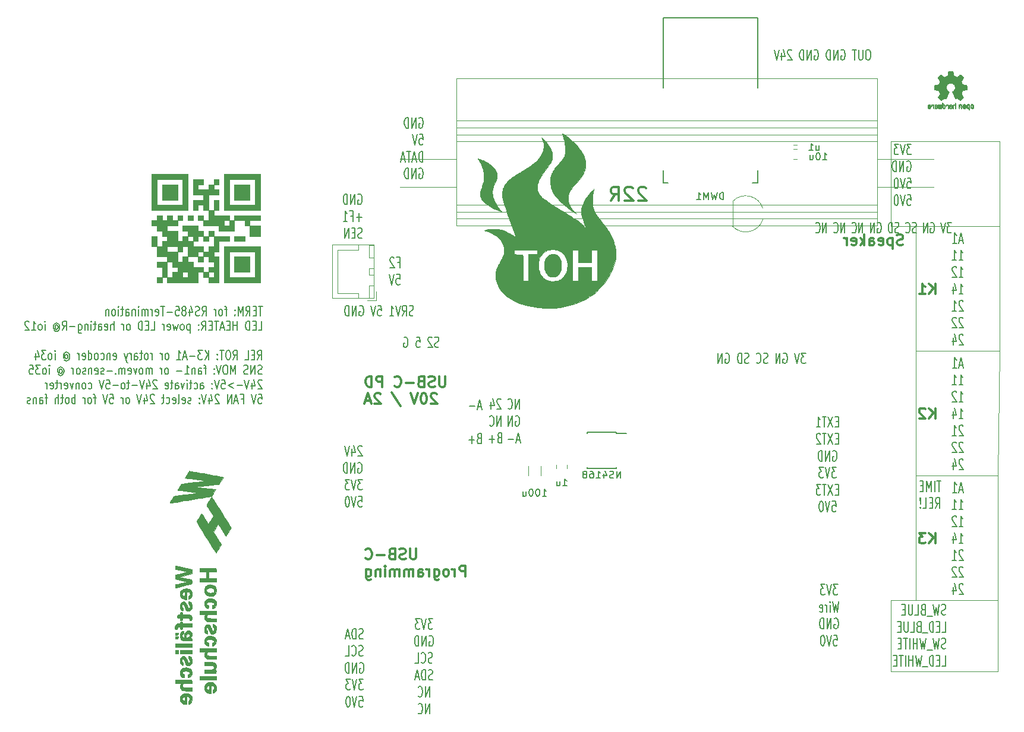
<source format=gbr>
%TF.GenerationSoftware,KiCad,Pcbnew,(6.0.1)*%
%TF.CreationDate,2022-05-30T15:44:07+02:00*%
%TF.ProjectId,pcbV10,70636256-3130-42e6-9b69-6361645f7063,rev?*%
%TF.SameCoordinates,Original*%
%TF.FileFunction,Legend,Bot*%
%TF.FilePolarity,Positive*%
%FSLAX46Y46*%
G04 Gerber Fmt 4.6, Leading zero omitted, Abs format (unit mm)*
G04 Created by KiCad (PCBNEW (6.0.1)) date 2022-05-30 15:44:07*
%MOMM*%
%LPD*%
G01*
G04 APERTURE LIST*
%ADD10C,0.120000*%
%ADD11C,0.200000*%
%ADD12C,0.300000*%
%ADD13C,0.150000*%
%ADD14C,0.010000*%
G04 APERTURE END LIST*
D10*
X146304000Y-75946000D02*
X146304000Y-93726000D01*
X134366000Y-111506000D02*
X134366000Y-93726000D01*
X134366000Y-129286000D02*
X134366000Y-111506000D01*
X130810000Y-129286000D02*
X134366000Y-129286000D01*
X146050000Y-111506000D02*
X146050000Y-129286000D01*
X146304000Y-75946000D02*
X146300000Y-63900000D01*
X130810000Y-139446000D02*
X130810000Y-129286000D01*
X146300000Y-63900000D02*
X130800000Y-63900000D01*
X130800000Y-63900000D02*
X130800000Y-75946000D01*
X146304000Y-93726000D02*
X146050000Y-111506000D01*
X146304000Y-93726000D02*
X134366000Y-93726000D01*
X134366000Y-93726000D02*
X134366000Y-75946000D01*
X146050000Y-129286000D02*
X146050000Y-139446000D01*
X146050000Y-111506000D02*
X134366000Y-111506000D01*
X130800000Y-75946000D02*
X146304000Y-75946000D01*
X146050000Y-129286000D02*
X134366000Y-129286000D01*
X146050000Y-139446000D02*
X130810000Y-139446000D01*
D11*
X62780952Y-88707142D02*
X62638095Y-88778571D01*
X62400000Y-88778571D01*
X62304761Y-88707142D01*
X62257142Y-88635714D01*
X62209523Y-88492857D01*
X62209523Y-88350000D01*
X62257142Y-88207142D01*
X62304761Y-88135714D01*
X62400000Y-88064285D01*
X62590476Y-87992857D01*
X62685714Y-87921428D01*
X62733333Y-87850000D01*
X62780952Y-87707142D01*
X62780952Y-87564285D01*
X62733333Y-87421428D01*
X62685714Y-87350000D01*
X62590476Y-87278571D01*
X62352380Y-87278571D01*
X62209523Y-87350000D01*
X61209523Y-88778571D02*
X61542857Y-88064285D01*
X61780952Y-88778571D02*
X61780952Y-87278571D01*
X61400000Y-87278571D01*
X61304761Y-87350000D01*
X61257142Y-87421428D01*
X61209523Y-87564285D01*
X61209523Y-87778571D01*
X61257142Y-87921428D01*
X61304761Y-87992857D01*
X61400000Y-88064285D01*
X61780952Y-88064285D01*
X60923809Y-87278571D02*
X60590476Y-88778571D01*
X60257142Y-87278571D01*
X59400000Y-88778571D02*
X59971428Y-88778571D01*
X59685714Y-88778571D02*
X59685714Y-87278571D01*
X59780952Y-87492857D01*
X59876190Y-87635714D01*
X59971428Y-87707142D01*
X57733333Y-87278571D02*
X58209523Y-87278571D01*
X58257142Y-87992857D01*
X58209523Y-87921428D01*
X58114285Y-87850000D01*
X57876190Y-87850000D01*
X57780952Y-87921428D01*
X57733333Y-87992857D01*
X57685714Y-88135714D01*
X57685714Y-88492857D01*
X57733333Y-88635714D01*
X57780952Y-88707142D01*
X57876190Y-88778571D01*
X58114285Y-88778571D01*
X58209523Y-88707142D01*
X58257142Y-88635714D01*
X57400000Y-87278571D02*
X57066666Y-88778571D01*
X56733333Y-87278571D01*
X55114285Y-87350000D02*
X55209523Y-87278571D01*
X55352380Y-87278571D01*
X55495238Y-87350000D01*
X55590476Y-87492857D01*
X55638095Y-87635714D01*
X55685714Y-87921428D01*
X55685714Y-88135714D01*
X55638095Y-88421428D01*
X55590476Y-88564285D01*
X55495238Y-88707142D01*
X55352380Y-88778571D01*
X55257142Y-88778571D01*
X55114285Y-88707142D01*
X55066666Y-88635714D01*
X55066666Y-88135714D01*
X55257142Y-88135714D01*
X54638095Y-88778571D02*
X54638095Y-87278571D01*
X54066666Y-88778571D01*
X54066666Y-87278571D01*
X53590476Y-88778571D02*
X53590476Y-87278571D01*
X53352380Y-87278571D01*
X53209523Y-87350000D01*
X53114285Y-87492857D01*
X53066666Y-87635714D01*
X53019047Y-87921428D01*
X53019047Y-88135714D01*
X53066666Y-88421428D01*
X53114285Y-88564285D01*
X53209523Y-88707142D01*
X53352380Y-88778571D01*
X53590476Y-88778571D01*
X75261904Y-100706428D02*
X75214285Y-100635000D01*
X75119047Y-100563571D01*
X74880952Y-100563571D01*
X74785714Y-100635000D01*
X74738095Y-100706428D01*
X74690476Y-100849285D01*
X74690476Y-100992142D01*
X74738095Y-101206428D01*
X75309523Y-102063571D01*
X74690476Y-102063571D01*
X73833333Y-101063571D02*
X73833333Y-102063571D01*
X74071428Y-100492142D02*
X74309523Y-101563571D01*
X73690476Y-101563571D01*
X75285714Y-104478571D02*
X75285714Y-102978571D01*
X74714285Y-104478571D01*
X74714285Y-102978571D01*
X73666666Y-104335714D02*
X73714285Y-104407142D01*
X73857142Y-104478571D01*
X73952380Y-104478571D01*
X74095238Y-104407142D01*
X74190476Y-104264285D01*
X74238095Y-104121428D01*
X74285714Y-103835714D01*
X74285714Y-103621428D01*
X74238095Y-103335714D01*
X74190476Y-103192857D01*
X74095238Y-103050000D01*
X73952380Y-102978571D01*
X73857142Y-102978571D01*
X73714285Y-103050000D01*
X73666666Y-103121428D01*
X75047619Y-106107857D02*
X74904761Y-106179285D01*
X74857142Y-106250714D01*
X74809523Y-106393571D01*
X74809523Y-106607857D01*
X74857142Y-106750714D01*
X74904761Y-106822142D01*
X75000000Y-106893571D01*
X75380952Y-106893571D01*
X75380952Y-105393571D01*
X75047619Y-105393571D01*
X74952380Y-105465000D01*
X74904761Y-105536428D01*
X74857142Y-105679285D01*
X74857142Y-105822142D01*
X74904761Y-105965000D01*
X74952380Y-106036428D01*
X75047619Y-106107857D01*
X75380952Y-106107857D01*
X74380952Y-106322142D02*
X73619047Y-106322142D01*
X74000000Y-106893571D02*
X74000000Y-105750714D01*
X55479523Y-107398928D02*
X55431904Y-107327500D01*
X55336666Y-107256071D01*
X55098571Y-107256071D01*
X55003333Y-107327500D01*
X54955714Y-107398928D01*
X54908095Y-107541785D01*
X54908095Y-107684642D01*
X54955714Y-107898928D01*
X55527142Y-108756071D01*
X54908095Y-108756071D01*
X54050952Y-107756071D02*
X54050952Y-108756071D01*
X54289047Y-107184642D02*
X54527142Y-108256071D01*
X53908095Y-108256071D01*
X53670000Y-107256071D02*
X53336666Y-108756071D01*
X53003333Y-107256071D01*
X54908095Y-109742500D02*
X55003333Y-109671071D01*
X55146190Y-109671071D01*
X55289047Y-109742500D01*
X55384285Y-109885357D01*
X55431904Y-110028214D01*
X55479523Y-110313928D01*
X55479523Y-110528214D01*
X55431904Y-110813928D01*
X55384285Y-110956785D01*
X55289047Y-111099642D01*
X55146190Y-111171071D01*
X55050952Y-111171071D01*
X54908095Y-111099642D01*
X54860476Y-111028214D01*
X54860476Y-110528214D01*
X55050952Y-110528214D01*
X54431904Y-111171071D02*
X54431904Y-109671071D01*
X53860476Y-111171071D01*
X53860476Y-109671071D01*
X53384285Y-111171071D02*
X53384285Y-109671071D01*
X53146190Y-109671071D01*
X53003333Y-109742500D01*
X52908095Y-109885357D01*
X52860476Y-110028214D01*
X52812857Y-110313928D01*
X52812857Y-110528214D01*
X52860476Y-110813928D01*
X52908095Y-110956785D01*
X53003333Y-111099642D01*
X53146190Y-111171071D01*
X53384285Y-111171071D01*
X55527142Y-112086071D02*
X54908095Y-112086071D01*
X55241428Y-112657500D01*
X55098571Y-112657500D01*
X55003333Y-112728928D01*
X54955714Y-112800357D01*
X54908095Y-112943214D01*
X54908095Y-113300357D01*
X54955714Y-113443214D01*
X55003333Y-113514642D01*
X55098571Y-113586071D01*
X55384285Y-113586071D01*
X55479523Y-113514642D01*
X55527142Y-113443214D01*
X54622380Y-112086071D02*
X54289047Y-113586071D01*
X53955714Y-112086071D01*
X53717619Y-112086071D02*
X53098571Y-112086071D01*
X53431904Y-112657500D01*
X53289047Y-112657500D01*
X53193809Y-112728928D01*
X53146190Y-112800357D01*
X53098571Y-112943214D01*
X53098571Y-113300357D01*
X53146190Y-113443214D01*
X53193809Y-113514642D01*
X53289047Y-113586071D01*
X53574761Y-113586071D01*
X53670000Y-113514642D01*
X53717619Y-113443214D01*
X54955714Y-114501071D02*
X55431904Y-114501071D01*
X55479523Y-115215357D01*
X55431904Y-115143928D01*
X55336666Y-115072500D01*
X55098571Y-115072500D01*
X55003333Y-115143928D01*
X54955714Y-115215357D01*
X54908095Y-115358214D01*
X54908095Y-115715357D01*
X54955714Y-115858214D01*
X55003333Y-115929642D01*
X55098571Y-116001071D01*
X55336666Y-116001071D01*
X55431904Y-115929642D01*
X55479523Y-115858214D01*
X54622380Y-114501071D02*
X54289047Y-116001071D01*
X53955714Y-114501071D01*
X53431904Y-114501071D02*
X53336666Y-114501071D01*
X53241428Y-114572500D01*
X53193809Y-114643928D01*
X53146190Y-114786785D01*
X53098571Y-115072500D01*
X53098571Y-115429642D01*
X53146190Y-115715357D01*
X53193809Y-115858214D01*
X53241428Y-115929642D01*
X53336666Y-116001071D01*
X53431904Y-116001071D01*
X53527142Y-115929642D01*
X53574761Y-115858214D01*
X53622380Y-115715357D01*
X53670000Y-115429642D01*
X53670000Y-115072500D01*
X53622380Y-114786785D01*
X53574761Y-114643928D01*
X53527142Y-114572500D01*
X53431904Y-114501071D01*
X55614285Y-134777142D02*
X55471428Y-134848571D01*
X55233333Y-134848571D01*
X55138095Y-134777142D01*
X55090476Y-134705714D01*
X55042857Y-134562857D01*
X55042857Y-134420000D01*
X55090476Y-134277142D01*
X55138095Y-134205714D01*
X55233333Y-134134285D01*
X55423809Y-134062857D01*
X55519047Y-133991428D01*
X55566666Y-133920000D01*
X55614285Y-133777142D01*
X55614285Y-133634285D01*
X55566666Y-133491428D01*
X55519047Y-133420000D01*
X55423809Y-133348571D01*
X55185714Y-133348571D01*
X55042857Y-133420000D01*
X54614285Y-134848571D02*
X54614285Y-133348571D01*
X54376190Y-133348571D01*
X54233333Y-133420000D01*
X54138095Y-133562857D01*
X54090476Y-133705714D01*
X54042857Y-133991428D01*
X54042857Y-134205714D01*
X54090476Y-134491428D01*
X54138095Y-134634285D01*
X54233333Y-134777142D01*
X54376190Y-134848571D01*
X54614285Y-134848571D01*
X53661904Y-134420000D02*
X53185714Y-134420000D01*
X53757142Y-134848571D02*
X53423809Y-133348571D01*
X53090476Y-134848571D01*
X55590476Y-137192142D02*
X55447619Y-137263571D01*
X55209523Y-137263571D01*
X55114285Y-137192142D01*
X55066666Y-137120714D01*
X55019047Y-136977857D01*
X55019047Y-136835000D01*
X55066666Y-136692142D01*
X55114285Y-136620714D01*
X55209523Y-136549285D01*
X55400000Y-136477857D01*
X55495238Y-136406428D01*
X55542857Y-136335000D01*
X55590476Y-136192142D01*
X55590476Y-136049285D01*
X55542857Y-135906428D01*
X55495238Y-135835000D01*
X55400000Y-135763571D01*
X55161904Y-135763571D01*
X55019047Y-135835000D01*
X54019047Y-137120714D02*
X54066666Y-137192142D01*
X54209523Y-137263571D01*
X54304761Y-137263571D01*
X54447619Y-137192142D01*
X54542857Y-137049285D01*
X54590476Y-136906428D01*
X54638095Y-136620714D01*
X54638095Y-136406428D01*
X54590476Y-136120714D01*
X54542857Y-135977857D01*
X54447619Y-135835000D01*
X54304761Y-135763571D01*
X54209523Y-135763571D01*
X54066666Y-135835000D01*
X54019047Y-135906428D01*
X53114285Y-137263571D02*
X53590476Y-137263571D01*
X53590476Y-135763571D01*
X55161904Y-138250000D02*
X55257142Y-138178571D01*
X55400000Y-138178571D01*
X55542857Y-138250000D01*
X55638095Y-138392857D01*
X55685714Y-138535714D01*
X55733333Y-138821428D01*
X55733333Y-139035714D01*
X55685714Y-139321428D01*
X55638095Y-139464285D01*
X55542857Y-139607142D01*
X55400000Y-139678571D01*
X55304761Y-139678571D01*
X55161904Y-139607142D01*
X55114285Y-139535714D01*
X55114285Y-139035714D01*
X55304761Y-139035714D01*
X54685714Y-139678571D02*
X54685714Y-138178571D01*
X54114285Y-139678571D01*
X54114285Y-138178571D01*
X53638095Y-139678571D02*
X53638095Y-138178571D01*
X53400000Y-138178571D01*
X53257142Y-138250000D01*
X53161904Y-138392857D01*
X53114285Y-138535714D01*
X53066666Y-138821428D01*
X53066666Y-139035714D01*
X53114285Y-139321428D01*
X53161904Y-139464285D01*
X53257142Y-139607142D01*
X53400000Y-139678571D01*
X53638095Y-139678571D01*
X55638095Y-140593571D02*
X55019047Y-140593571D01*
X55352380Y-141165000D01*
X55209523Y-141165000D01*
X55114285Y-141236428D01*
X55066666Y-141307857D01*
X55019047Y-141450714D01*
X55019047Y-141807857D01*
X55066666Y-141950714D01*
X55114285Y-142022142D01*
X55209523Y-142093571D01*
X55495238Y-142093571D01*
X55590476Y-142022142D01*
X55638095Y-141950714D01*
X54733333Y-140593571D02*
X54400000Y-142093571D01*
X54066666Y-140593571D01*
X53828571Y-140593571D02*
X53209523Y-140593571D01*
X53542857Y-141165000D01*
X53400000Y-141165000D01*
X53304761Y-141236428D01*
X53257142Y-141307857D01*
X53209523Y-141450714D01*
X53209523Y-141807857D01*
X53257142Y-141950714D01*
X53304761Y-142022142D01*
X53400000Y-142093571D01*
X53685714Y-142093571D01*
X53780952Y-142022142D01*
X53828571Y-141950714D01*
X55066666Y-143008571D02*
X55542857Y-143008571D01*
X55590476Y-143722857D01*
X55542857Y-143651428D01*
X55447619Y-143580000D01*
X55209523Y-143580000D01*
X55114285Y-143651428D01*
X55066666Y-143722857D01*
X55019047Y-143865714D01*
X55019047Y-144222857D01*
X55066666Y-144365714D01*
X55114285Y-144437142D01*
X55209523Y-144508571D01*
X55447619Y-144508571D01*
X55542857Y-144437142D01*
X55590476Y-144365714D01*
X54733333Y-143008571D02*
X54400000Y-144508571D01*
X54066666Y-143008571D01*
X53542857Y-143008571D02*
X53447619Y-143008571D01*
X53352380Y-143080000D01*
X53304761Y-143151428D01*
X53257142Y-143294285D01*
X53209523Y-143580000D01*
X53209523Y-143937142D01*
X53257142Y-144222857D01*
X53304761Y-144365714D01*
X53352380Y-144437142D01*
X53447619Y-144508571D01*
X53542857Y-144508571D01*
X53638095Y-144437142D01*
X53685714Y-144365714D01*
X53733333Y-144222857D01*
X53780952Y-143937142D01*
X53780952Y-143580000D01*
X53733333Y-143294285D01*
X53685714Y-143151428D01*
X53638095Y-143080000D01*
X53542857Y-143008571D01*
X123238095Y-127056071D02*
X122619047Y-127056071D01*
X122952380Y-127627500D01*
X122809523Y-127627500D01*
X122714285Y-127698928D01*
X122666666Y-127770357D01*
X122619047Y-127913214D01*
X122619047Y-128270357D01*
X122666666Y-128413214D01*
X122714285Y-128484642D01*
X122809523Y-128556071D01*
X123095238Y-128556071D01*
X123190476Y-128484642D01*
X123238095Y-128413214D01*
X122333333Y-127056071D02*
X122000000Y-128556071D01*
X121666666Y-127056071D01*
X121428571Y-127056071D02*
X120809523Y-127056071D01*
X121142857Y-127627500D01*
X121000000Y-127627500D01*
X120904761Y-127698928D01*
X120857142Y-127770357D01*
X120809523Y-127913214D01*
X120809523Y-128270357D01*
X120857142Y-128413214D01*
X120904761Y-128484642D01*
X121000000Y-128556071D01*
X121285714Y-128556071D01*
X121380952Y-128484642D01*
X121428571Y-128413214D01*
X123404761Y-129471071D02*
X123166666Y-130971071D01*
X122976190Y-129899642D01*
X122785714Y-130971071D01*
X122547619Y-129471071D01*
X122166666Y-130971071D02*
X122166666Y-129971071D01*
X122166666Y-129471071D02*
X122214285Y-129542500D01*
X122166666Y-129613928D01*
X122119047Y-129542500D01*
X122166666Y-129471071D01*
X122166666Y-129613928D01*
X121690476Y-130971071D02*
X121690476Y-129971071D01*
X121690476Y-130256785D02*
X121642857Y-130113928D01*
X121595238Y-130042500D01*
X121500000Y-129971071D01*
X121404761Y-129971071D01*
X120690476Y-130899642D02*
X120785714Y-130971071D01*
X120976190Y-130971071D01*
X121071428Y-130899642D01*
X121119047Y-130756785D01*
X121119047Y-130185357D01*
X121071428Y-130042500D01*
X120976190Y-129971071D01*
X120785714Y-129971071D01*
X120690476Y-130042500D01*
X120642857Y-130185357D01*
X120642857Y-130328214D01*
X121119047Y-130471071D01*
X122761904Y-131957500D02*
X122857142Y-131886071D01*
X123000000Y-131886071D01*
X123142857Y-131957500D01*
X123238095Y-132100357D01*
X123285714Y-132243214D01*
X123333333Y-132528928D01*
X123333333Y-132743214D01*
X123285714Y-133028928D01*
X123238095Y-133171785D01*
X123142857Y-133314642D01*
X123000000Y-133386071D01*
X122904761Y-133386071D01*
X122761904Y-133314642D01*
X122714285Y-133243214D01*
X122714285Y-132743214D01*
X122904761Y-132743214D01*
X122285714Y-133386071D02*
X122285714Y-131886071D01*
X121714285Y-133386071D01*
X121714285Y-131886071D01*
X121238095Y-133386071D02*
X121238095Y-131886071D01*
X121000000Y-131886071D01*
X120857142Y-131957500D01*
X120761904Y-132100357D01*
X120714285Y-132243214D01*
X120666666Y-132528928D01*
X120666666Y-132743214D01*
X120714285Y-133028928D01*
X120761904Y-133171785D01*
X120857142Y-133314642D01*
X121000000Y-133386071D01*
X121238095Y-133386071D01*
X122666666Y-134301071D02*
X123142857Y-134301071D01*
X123190476Y-135015357D01*
X123142857Y-134943928D01*
X123047619Y-134872500D01*
X122809523Y-134872500D01*
X122714285Y-134943928D01*
X122666666Y-135015357D01*
X122619047Y-135158214D01*
X122619047Y-135515357D01*
X122666666Y-135658214D01*
X122714285Y-135729642D01*
X122809523Y-135801071D01*
X123047619Y-135801071D01*
X123142857Y-135729642D01*
X123190476Y-135658214D01*
X122333333Y-134301071D02*
X122000000Y-135801071D01*
X121666666Y-134301071D01*
X121142857Y-134301071D02*
X121047619Y-134301071D01*
X120952380Y-134372500D01*
X120904761Y-134443928D01*
X120857142Y-134586785D01*
X120809523Y-134872500D01*
X120809523Y-135229642D01*
X120857142Y-135515357D01*
X120904761Y-135658214D01*
X120952380Y-135729642D01*
X121047619Y-135801071D01*
X121142857Y-135801071D01*
X121238095Y-135729642D01*
X121285714Y-135658214D01*
X121333333Y-135515357D01*
X121380952Y-135229642D01*
X121380952Y-134872500D01*
X121333333Y-134586785D01*
X121285714Y-134443928D01*
X121238095Y-134372500D01*
X121142857Y-134301071D01*
X123340619Y-103837357D02*
X123007285Y-103837357D01*
X122864428Y-104623071D02*
X123340619Y-104623071D01*
X123340619Y-103123071D01*
X122864428Y-103123071D01*
X122531095Y-103123071D02*
X121864428Y-104623071D01*
X121864428Y-103123071D02*
X122531095Y-104623071D01*
X121626333Y-103123071D02*
X121054904Y-103123071D01*
X121340619Y-104623071D02*
X121340619Y-103123071D01*
X120197761Y-104623071D02*
X120769190Y-104623071D01*
X120483476Y-104623071D02*
X120483476Y-103123071D01*
X120578714Y-103337357D01*
X120673952Y-103480214D01*
X120769190Y-103551642D01*
X123340619Y-106252357D02*
X123007285Y-106252357D01*
X122864428Y-107038071D02*
X123340619Y-107038071D01*
X123340619Y-105538071D01*
X122864428Y-105538071D01*
X122531095Y-105538071D02*
X121864428Y-107038071D01*
X121864428Y-105538071D02*
X122531095Y-107038071D01*
X121626333Y-105538071D02*
X121054904Y-105538071D01*
X121340619Y-107038071D02*
X121340619Y-105538071D01*
X120769190Y-105680928D02*
X120721571Y-105609500D01*
X120626333Y-105538071D01*
X120388238Y-105538071D01*
X120293000Y-105609500D01*
X120245380Y-105680928D01*
X120197761Y-105823785D01*
X120197761Y-105966642D01*
X120245380Y-106180928D01*
X120816809Y-107038071D01*
X120197761Y-107038071D01*
X122554904Y-108024500D02*
X122650142Y-107953071D01*
X122793000Y-107953071D01*
X122935857Y-108024500D01*
X123031095Y-108167357D01*
X123078714Y-108310214D01*
X123126333Y-108595928D01*
X123126333Y-108810214D01*
X123078714Y-109095928D01*
X123031095Y-109238785D01*
X122935857Y-109381642D01*
X122793000Y-109453071D01*
X122697761Y-109453071D01*
X122554904Y-109381642D01*
X122507285Y-109310214D01*
X122507285Y-108810214D01*
X122697761Y-108810214D01*
X122078714Y-109453071D02*
X122078714Y-107953071D01*
X121507285Y-109453071D01*
X121507285Y-107953071D01*
X121031095Y-109453071D02*
X121031095Y-107953071D01*
X120793000Y-107953071D01*
X120650142Y-108024500D01*
X120554904Y-108167357D01*
X120507285Y-108310214D01*
X120459666Y-108595928D01*
X120459666Y-108810214D01*
X120507285Y-109095928D01*
X120554904Y-109238785D01*
X120650142Y-109381642D01*
X120793000Y-109453071D01*
X121031095Y-109453071D01*
X123031095Y-110368071D02*
X122412047Y-110368071D01*
X122745380Y-110939500D01*
X122602523Y-110939500D01*
X122507285Y-111010928D01*
X122459666Y-111082357D01*
X122412047Y-111225214D01*
X122412047Y-111582357D01*
X122459666Y-111725214D01*
X122507285Y-111796642D01*
X122602523Y-111868071D01*
X122888238Y-111868071D01*
X122983476Y-111796642D01*
X123031095Y-111725214D01*
X122126333Y-110368071D02*
X121793000Y-111868071D01*
X121459666Y-110368071D01*
X121221571Y-110368071D02*
X120602523Y-110368071D01*
X120935857Y-110939500D01*
X120793000Y-110939500D01*
X120697761Y-111010928D01*
X120650142Y-111082357D01*
X120602523Y-111225214D01*
X120602523Y-111582357D01*
X120650142Y-111725214D01*
X120697761Y-111796642D01*
X120793000Y-111868071D01*
X121078714Y-111868071D01*
X121173952Y-111796642D01*
X121221571Y-111725214D01*
X123340619Y-113497357D02*
X123007285Y-113497357D01*
X122864428Y-114283071D02*
X123340619Y-114283071D01*
X123340619Y-112783071D01*
X122864428Y-112783071D01*
X122531095Y-112783071D02*
X121864428Y-114283071D01*
X121864428Y-112783071D02*
X122531095Y-114283071D01*
X121626333Y-112783071D02*
X121054904Y-112783071D01*
X121340619Y-114283071D02*
X121340619Y-112783071D01*
X120816809Y-112783071D02*
X120197761Y-112783071D01*
X120531095Y-113354500D01*
X120388238Y-113354500D01*
X120293000Y-113425928D01*
X120245380Y-113497357D01*
X120197761Y-113640214D01*
X120197761Y-113997357D01*
X120245380Y-114140214D01*
X120293000Y-114211642D01*
X120388238Y-114283071D01*
X120673952Y-114283071D01*
X120769190Y-114211642D01*
X120816809Y-114140214D01*
X122459666Y-115198071D02*
X122935857Y-115198071D01*
X122983476Y-115912357D01*
X122935857Y-115840928D01*
X122840619Y-115769500D01*
X122602523Y-115769500D01*
X122507285Y-115840928D01*
X122459666Y-115912357D01*
X122412047Y-116055214D01*
X122412047Y-116412357D01*
X122459666Y-116555214D01*
X122507285Y-116626642D01*
X122602523Y-116698071D01*
X122840619Y-116698071D01*
X122935857Y-116626642D01*
X122983476Y-116555214D01*
X122126333Y-115198071D02*
X121793000Y-116698071D01*
X121459666Y-115198071D01*
X120935857Y-115198071D02*
X120840619Y-115198071D01*
X120745380Y-115269500D01*
X120697761Y-115340928D01*
X120650142Y-115483785D01*
X120602523Y-115769500D01*
X120602523Y-116126642D01*
X120650142Y-116412357D01*
X120697761Y-116555214D01*
X120745380Y-116626642D01*
X120840619Y-116698071D01*
X120935857Y-116698071D01*
X121031095Y-116626642D01*
X121078714Y-116555214D01*
X121126333Y-116412357D01*
X121173952Y-116126642D01*
X121173952Y-115769500D01*
X121126333Y-115483785D01*
X121078714Y-115340928D01*
X121031095Y-115269500D01*
X120935857Y-115198071D01*
X54908095Y-71435000D02*
X55003333Y-71363571D01*
X55146190Y-71363571D01*
X55289047Y-71435000D01*
X55384285Y-71577857D01*
X55431904Y-71720714D01*
X55479523Y-72006428D01*
X55479523Y-72220714D01*
X55431904Y-72506428D01*
X55384285Y-72649285D01*
X55289047Y-72792142D01*
X55146190Y-72863571D01*
X55050952Y-72863571D01*
X54908095Y-72792142D01*
X54860476Y-72720714D01*
X54860476Y-72220714D01*
X55050952Y-72220714D01*
X54431904Y-72863571D02*
X54431904Y-71363571D01*
X53860476Y-72863571D01*
X53860476Y-71363571D01*
X53384285Y-72863571D02*
X53384285Y-71363571D01*
X53146190Y-71363571D01*
X53003333Y-71435000D01*
X52908095Y-71577857D01*
X52860476Y-71720714D01*
X52812857Y-72006428D01*
X52812857Y-72220714D01*
X52860476Y-72506428D01*
X52908095Y-72649285D01*
X53003333Y-72792142D01*
X53146190Y-72863571D01*
X53384285Y-72863571D01*
X55431904Y-74707142D02*
X54670000Y-74707142D01*
X55050952Y-75278571D02*
X55050952Y-74135714D01*
X53860476Y-74492857D02*
X54193809Y-74492857D01*
X54193809Y-75278571D02*
X54193809Y-73778571D01*
X53717619Y-73778571D01*
X52812857Y-75278571D02*
X53384285Y-75278571D01*
X53098571Y-75278571D02*
X53098571Y-73778571D01*
X53193809Y-73992857D01*
X53289047Y-74135714D01*
X53384285Y-74207142D01*
X55479523Y-77622142D02*
X55336666Y-77693571D01*
X55098571Y-77693571D01*
X55003333Y-77622142D01*
X54955714Y-77550714D01*
X54908095Y-77407857D01*
X54908095Y-77265000D01*
X54955714Y-77122142D01*
X55003333Y-77050714D01*
X55098571Y-76979285D01*
X55289047Y-76907857D01*
X55384285Y-76836428D01*
X55431904Y-76765000D01*
X55479523Y-76622142D01*
X55479523Y-76479285D01*
X55431904Y-76336428D01*
X55384285Y-76265000D01*
X55289047Y-76193571D01*
X55050952Y-76193571D01*
X54908095Y-76265000D01*
X54479523Y-76907857D02*
X54146190Y-76907857D01*
X54003333Y-77693571D02*
X54479523Y-77693571D01*
X54479523Y-76193571D01*
X54003333Y-76193571D01*
X53574761Y-77693571D02*
X53574761Y-76193571D01*
X53003333Y-77693571D01*
X53003333Y-76193571D01*
X60512571Y-81108357D02*
X60845904Y-81108357D01*
X60845904Y-81894071D02*
X60845904Y-80394071D01*
X60369714Y-80394071D01*
X60036380Y-80536928D02*
X59988761Y-80465500D01*
X59893523Y-80394071D01*
X59655428Y-80394071D01*
X59560190Y-80465500D01*
X59512571Y-80536928D01*
X59464952Y-80679785D01*
X59464952Y-80822642D01*
X59512571Y-81036928D01*
X60084000Y-81894071D01*
X59464952Y-81894071D01*
X60369714Y-82809071D02*
X60845904Y-82809071D01*
X60893523Y-83523357D01*
X60845904Y-83451928D01*
X60750666Y-83380500D01*
X60512571Y-83380500D01*
X60417333Y-83451928D01*
X60369714Y-83523357D01*
X60322095Y-83666214D01*
X60322095Y-84023357D01*
X60369714Y-84166214D01*
X60417333Y-84237642D01*
X60512571Y-84309071D01*
X60750666Y-84309071D01*
X60845904Y-84237642D01*
X60893523Y-84166214D01*
X60036380Y-82809071D02*
X59703047Y-84309071D01*
X59369714Y-82809071D01*
X138617523Y-131350642D02*
X138474666Y-131422071D01*
X138236571Y-131422071D01*
X138141333Y-131350642D01*
X138093714Y-131279214D01*
X138046095Y-131136357D01*
X138046095Y-130993500D01*
X138093714Y-130850642D01*
X138141333Y-130779214D01*
X138236571Y-130707785D01*
X138427047Y-130636357D01*
X138522285Y-130564928D01*
X138569904Y-130493500D01*
X138617523Y-130350642D01*
X138617523Y-130207785D01*
X138569904Y-130064928D01*
X138522285Y-129993500D01*
X138427047Y-129922071D01*
X138188952Y-129922071D01*
X138046095Y-129993500D01*
X137712761Y-129922071D02*
X137474666Y-131422071D01*
X137284190Y-130350642D01*
X137093714Y-131422071D01*
X136855619Y-129922071D01*
X136712761Y-131564928D02*
X135950857Y-131564928D01*
X135379428Y-130636357D02*
X135236571Y-130707785D01*
X135188952Y-130779214D01*
X135141333Y-130922071D01*
X135141333Y-131136357D01*
X135188952Y-131279214D01*
X135236571Y-131350642D01*
X135331809Y-131422071D01*
X135712761Y-131422071D01*
X135712761Y-129922071D01*
X135379428Y-129922071D01*
X135284190Y-129993500D01*
X135236571Y-130064928D01*
X135188952Y-130207785D01*
X135188952Y-130350642D01*
X135236571Y-130493500D01*
X135284190Y-130564928D01*
X135379428Y-130636357D01*
X135712761Y-130636357D01*
X134236571Y-131422071D02*
X134712761Y-131422071D01*
X134712761Y-129922071D01*
X133903238Y-129922071D02*
X133903238Y-131136357D01*
X133855619Y-131279214D01*
X133808000Y-131350642D01*
X133712761Y-131422071D01*
X133522285Y-131422071D01*
X133427047Y-131350642D01*
X133379428Y-131279214D01*
X133331809Y-131136357D01*
X133331809Y-129922071D01*
X132855619Y-130636357D02*
X132522285Y-130636357D01*
X132379428Y-131422071D02*
X132855619Y-131422071D01*
X132855619Y-129922071D01*
X132379428Y-129922071D01*
X138093714Y-133837071D02*
X138569904Y-133837071D01*
X138569904Y-132337071D01*
X137760380Y-133051357D02*
X137427047Y-133051357D01*
X137284190Y-133837071D02*
X137760380Y-133837071D01*
X137760380Y-132337071D01*
X137284190Y-132337071D01*
X136855619Y-133837071D02*
X136855619Y-132337071D01*
X136617523Y-132337071D01*
X136474666Y-132408500D01*
X136379428Y-132551357D01*
X136331809Y-132694214D01*
X136284190Y-132979928D01*
X136284190Y-133194214D01*
X136331809Y-133479928D01*
X136379428Y-133622785D01*
X136474666Y-133765642D01*
X136617523Y-133837071D01*
X136855619Y-133837071D01*
X136093714Y-133979928D02*
X135331809Y-133979928D01*
X134760380Y-133051357D02*
X134617523Y-133122785D01*
X134569904Y-133194214D01*
X134522285Y-133337071D01*
X134522285Y-133551357D01*
X134569904Y-133694214D01*
X134617523Y-133765642D01*
X134712761Y-133837071D01*
X135093714Y-133837071D01*
X135093714Y-132337071D01*
X134760380Y-132337071D01*
X134665142Y-132408500D01*
X134617523Y-132479928D01*
X134569904Y-132622785D01*
X134569904Y-132765642D01*
X134617523Y-132908500D01*
X134665142Y-132979928D01*
X134760380Y-133051357D01*
X135093714Y-133051357D01*
X133617523Y-133837071D02*
X134093714Y-133837071D01*
X134093714Y-132337071D01*
X133284190Y-132337071D02*
X133284190Y-133551357D01*
X133236571Y-133694214D01*
X133188952Y-133765642D01*
X133093714Y-133837071D01*
X132903238Y-133837071D01*
X132808000Y-133765642D01*
X132760380Y-133694214D01*
X132712761Y-133551357D01*
X132712761Y-132337071D01*
X132236571Y-133051357D02*
X131903238Y-133051357D01*
X131760380Y-133837071D02*
X132236571Y-133837071D01*
X132236571Y-132337071D01*
X131760380Y-132337071D01*
X138617523Y-136180642D02*
X138474666Y-136252071D01*
X138236571Y-136252071D01*
X138141333Y-136180642D01*
X138093714Y-136109214D01*
X138046095Y-135966357D01*
X138046095Y-135823500D01*
X138093714Y-135680642D01*
X138141333Y-135609214D01*
X138236571Y-135537785D01*
X138427047Y-135466357D01*
X138522285Y-135394928D01*
X138569904Y-135323500D01*
X138617523Y-135180642D01*
X138617523Y-135037785D01*
X138569904Y-134894928D01*
X138522285Y-134823500D01*
X138427047Y-134752071D01*
X138188952Y-134752071D01*
X138046095Y-134823500D01*
X137712761Y-134752071D02*
X137474666Y-136252071D01*
X137284190Y-135180642D01*
X137093714Y-136252071D01*
X136855619Y-134752071D01*
X136712761Y-136394928D02*
X135950857Y-136394928D01*
X135808000Y-134752071D02*
X135569904Y-136252071D01*
X135379428Y-135180642D01*
X135188952Y-136252071D01*
X134950857Y-134752071D01*
X134569904Y-136252071D02*
X134569904Y-134752071D01*
X134569904Y-135466357D02*
X133998476Y-135466357D01*
X133998476Y-136252071D02*
X133998476Y-134752071D01*
X133522285Y-136252071D02*
X133522285Y-134752071D01*
X133188952Y-134752071D02*
X132617523Y-134752071D01*
X132903238Y-136252071D02*
X132903238Y-134752071D01*
X132284190Y-135466357D02*
X131950857Y-135466357D01*
X131808000Y-136252071D02*
X132284190Y-136252071D01*
X132284190Y-134752071D01*
X131808000Y-134752071D01*
X138093714Y-138667071D02*
X138569904Y-138667071D01*
X138569904Y-137167071D01*
X137760380Y-137881357D02*
X137427047Y-137881357D01*
X137284190Y-138667071D02*
X137760380Y-138667071D01*
X137760380Y-137167071D01*
X137284190Y-137167071D01*
X136855619Y-138667071D02*
X136855619Y-137167071D01*
X136617523Y-137167071D01*
X136474666Y-137238500D01*
X136379428Y-137381357D01*
X136331809Y-137524214D01*
X136284190Y-137809928D01*
X136284190Y-138024214D01*
X136331809Y-138309928D01*
X136379428Y-138452785D01*
X136474666Y-138595642D01*
X136617523Y-138667071D01*
X136855619Y-138667071D01*
X136093714Y-138809928D02*
X135331809Y-138809928D01*
X135188952Y-137167071D02*
X134950857Y-138667071D01*
X134760380Y-137595642D01*
X134569904Y-138667071D01*
X134331809Y-137167071D01*
X133950857Y-138667071D02*
X133950857Y-137167071D01*
X133950857Y-137881357D02*
X133379428Y-137881357D01*
X133379428Y-138667071D02*
X133379428Y-137167071D01*
X132903238Y-138667071D02*
X132903238Y-137167071D01*
X132569904Y-137167071D02*
X131998476Y-137167071D01*
X132284190Y-138667071D02*
X132284190Y-137167071D01*
X131665142Y-137881357D02*
X131331809Y-137881357D01*
X131188952Y-138667071D02*
X131665142Y-138667071D01*
X131665142Y-137167071D01*
X131188952Y-137167071D01*
X77885714Y-102063571D02*
X77885714Y-100563571D01*
X77314285Y-102063571D01*
X77314285Y-100563571D01*
X76266666Y-101920714D02*
X76314285Y-101992142D01*
X76457142Y-102063571D01*
X76552380Y-102063571D01*
X76695238Y-101992142D01*
X76790476Y-101849285D01*
X76838095Y-101706428D01*
X76885714Y-101420714D01*
X76885714Y-101206428D01*
X76838095Y-100920714D01*
X76790476Y-100777857D01*
X76695238Y-100635000D01*
X76552380Y-100563571D01*
X76457142Y-100563571D01*
X76314285Y-100635000D01*
X76266666Y-100706428D01*
X77361904Y-103050000D02*
X77457142Y-102978571D01*
X77600000Y-102978571D01*
X77742857Y-103050000D01*
X77838095Y-103192857D01*
X77885714Y-103335714D01*
X77933333Y-103621428D01*
X77933333Y-103835714D01*
X77885714Y-104121428D01*
X77838095Y-104264285D01*
X77742857Y-104407142D01*
X77600000Y-104478571D01*
X77504761Y-104478571D01*
X77361904Y-104407142D01*
X77314285Y-104335714D01*
X77314285Y-103835714D01*
X77504761Y-103835714D01*
X76885714Y-104478571D02*
X76885714Y-102978571D01*
X76314285Y-104478571D01*
X76314285Y-102978571D01*
X77957142Y-106465000D02*
X77480952Y-106465000D01*
X78052380Y-106893571D02*
X77719047Y-105393571D01*
X77385714Y-106893571D01*
X77052380Y-106322142D02*
X76290476Y-106322142D01*
X118680714Y-94047571D02*
X118061666Y-94047571D01*
X118395000Y-94619000D01*
X118252142Y-94619000D01*
X118156904Y-94690428D01*
X118109285Y-94761857D01*
X118061666Y-94904714D01*
X118061666Y-95261857D01*
X118109285Y-95404714D01*
X118156904Y-95476142D01*
X118252142Y-95547571D01*
X118537857Y-95547571D01*
X118633095Y-95476142D01*
X118680714Y-95404714D01*
X117775952Y-94047571D02*
X117442619Y-95547571D01*
X117109285Y-94047571D01*
X115490238Y-94119000D02*
X115585476Y-94047571D01*
X115728333Y-94047571D01*
X115871190Y-94119000D01*
X115966428Y-94261857D01*
X116014047Y-94404714D01*
X116061666Y-94690428D01*
X116061666Y-94904714D01*
X116014047Y-95190428D01*
X115966428Y-95333285D01*
X115871190Y-95476142D01*
X115728333Y-95547571D01*
X115633095Y-95547571D01*
X115490238Y-95476142D01*
X115442619Y-95404714D01*
X115442619Y-94904714D01*
X115633095Y-94904714D01*
X115014047Y-95547571D02*
X115014047Y-94047571D01*
X114442619Y-95547571D01*
X114442619Y-94047571D01*
X113252142Y-95476142D02*
X113109285Y-95547571D01*
X112871190Y-95547571D01*
X112775952Y-95476142D01*
X112728333Y-95404714D01*
X112680714Y-95261857D01*
X112680714Y-95119000D01*
X112728333Y-94976142D01*
X112775952Y-94904714D01*
X112871190Y-94833285D01*
X113061666Y-94761857D01*
X113156904Y-94690428D01*
X113204523Y-94619000D01*
X113252142Y-94476142D01*
X113252142Y-94333285D01*
X113204523Y-94190428D01*
X113156904Y-94119000D01*
X113061666Y-94047571D01*
X112823571Y-94047571D01*
X112680714Y-94119000D01*
X111680714Y-95404714D02*
X111728333Y-95476142D01*
X111871190Y-95547571D01*
X111966428Y-95547571D01*
X112109285Y-95476142D01*
X112204523Y-95333285D01*
X112252142Y-95190428D01*
X112299761Y-94904714D01*
X112299761Y-94690428D01*
X112252142Y-94404714D01*
X112204523Y-94261857D01*
X112109285Y-94119000D01*
X111966428Y-94047571D01*
X111871190Y-94047571D01*
X111728333Y-94119000D01*
X111680714Y-94190428D01*
X110537857Y-95476142D02*
X110395000Y-95547571D01*
X110156904Y-95547571D01*
X110061666Y-95476142D01*
X110014047Y-95404714D01*
X109966428Y-95261857D01*
X109966428Y-95119000D01*
X110014047Y-94976142D01*
X110061666Y-94904714D01*
X110156904Y-94833285D01*
X110347380Y-94761857D01*
X110442619Y-94690428D01*
X110490238Y-94619000D01*
X110537857Y-94476142D01*
X110537857Y-94333285D01*
X110490238Y-94190428D01*
X110442619Y-94119000D01*
X110347380Y-94047571D01*
X110109285Y-94047571D01*
X109966428Y-94119000D01*
X109537857Y-95547571D02*
X109537857Y-94047571D01*
X109299761Y-94047571D01*
X109156904Y-94119000D01*
X109061666Y-94261857D01*
X109014047Y-94404714D01*
X108966428Y-94690428D01*
X108966428Y-94904714D01*
X109014047Y-95190428D01*
X109061666Y-95333285D01*
X109156904Y-95476142D01*
X109299761Y-95547571D01*
X109537857Y-95547571D01*
X107252142Y-94119000D02*
X107347380Y-94047571D01*
X107490238Y-94047571D01*
X107633095Y-94119000D01*
X107728333Y-94261857D01*
X107775952Y-94404714D01*
X107823571Y-94690428D01*
X107823571Y-94904714D01*
X107775952Y-95190428D01*
X107728333Y-95333285D01*
X107633095Y-95476142D01*
X107490238Y-95547571D01*
X107395000Y-95547571D01*
X107252142Y-95476142D01*
X107204523Y-95404714D01*
X107204523Y-94904714D01*
X107395000Y-94904714D01*
X106775952Y-95547571D02*
X106775952Y-94047571D01*
X106204523Y-95547571D01*
X106204523Y-94047571D01*
X72457142Y-101735000D02*
X71980952Y-101735000D01*
X72552380Y-102163571D02*
X72219047Y-100663571D01*
X71885714Y-102163571D01*
X71552380Y-101592142D02*
X70790476Y-101592142D01*
X72147619Y-106207857D02*
X72004761Y-106279285D01*
X71957142Y-106350714D01*
X71909523Y-106493571D01*
X71909523Y-106707857D01*
X71957142Y-106850714D01*
X72004761Y-106922142D01*
X72100000Y-106993571D01*
X72480952Y-106993571D01*
X72480952Y-105493571D01*
X72147619Y-105493571D01*
X72052380Y-105565000D01*
X72004761Y-105636428D01*
X71957142Y-105779285D01*
X71957142Y-105922142D01*
X72004761Y-106065000D01*
X72052380Y-106136428D01*
X72147619Y-106207857D01*
X72480952Y-106207857D01*
X71480952Y-106422142D02*
X70719047Y-106422142D01*
X71100000Y-106993571D02*
X71100000Y-105850714D01*
X65538095Y-131941071D02*
X64919047Y-131941071D01*
X65252380Y-132512500D01*
X65109523Y-132512500D01*
X65014285Y-132583928D01*
X64966666Y-132655357D01*
X64919047Y-132798214D01*
X64919047Y-133155357D01*
X64966666Y-133298214D01*
X65014285Y-133369642D01*
X65109523Y-133441071D01*
X65395238Y-133441071D01*
X65490476Y-133369642D01*
X65538095Y-133298214D01*
X64633333Y-131941071D02*
X64300000Y-133441071D01*
X63966666Y-131941071D01*
X63728571Y-131941071D02*
X63109523Y-131941071D01*
X63442857Y-132512500D01*
X63300000Y-132512500D01*
X63204761Y-132583928D01*
X63157142Y-132655357D01*
X63109523Y-132798214D01*
X63109523Y-133155357D01*
X63157142Y-133298214D01*
X63204761Y-133369642D01*
X63300000Y-133441071D01*
X63585714Y-133441071D01*
X63680952Y-133369642D01*
X63728571Y-133298214D01*
X65061904Y-134427500D02*
X65157142Y-134356071D01*
X65300000Y-134356071D01*
X65442857Y-134427500D01*
X65538095Y-134570357D01*
X65585714Y-134713214D01*
X65633333Y-134998928D01*
X65633333Y-135213214D01*
X65585714Y-135498928D01*
X65538095Y-135641785D01*
X65442857Y-135784642D01*
X65300000Y-135856071D01*
X65204761Y-135856071D01*
X65061904Y-135784642D01*
X65014285Y-135713214D01*
X65014285Y-135213214D01*
X65204761Y-135213214D01*
X64585714Y-135856071D02*
X64585714Y-134356071D01*
X64014285Y-135856071D01*
X64014285Y-134356071D01*
X63538095Y-135856071D02*
X63538095Y-134356071D01*
X63300000Y-134356071D01*
X63157142Y-134427500D01*
X63061904Y-134570357D01*
X63014285Y-134713214D01*
X62966666Y-134998928D01*
X62966666Y-135213214D01*
X63014285Y-135498928D01*
X63061904Y-135641785D01*
X63157142Y-135784642D01*
X63300000Y-135856071D01*
X63538095Y-135856071D01*
X65490476Y-138199642D02*
X65347619Y-138271071D01*
X65109523Y-138271071D01*
X65014285Y-138199642D01*
X64966666Y-138128214D01*
X64919047Y-137985357D01*
X64919047Y-137842500D01*
X64966666Y-137699642D01*
X65014285Y-137628214D01*
X65109523Y-137556785D01*
X65300000Y-137485357D01*
X65395238Y-137413928D01*
X65442857Y-137342500D01*
X65490476Y-137199642D01*
X65490476Y-137056785D01*
X65442857Y-136913928D01*
X65395238Y-136842500D01*
X65300000Y-136771071D01*
X65061904Y-136771071D01*
X64919047Y-136842500D01*
X63919047Y-138128214D02*
X63966666Y-138199642D01*
X64109523Y-138271071D01*
X64204761Y-138271071D01*
X64347619Y-138199642D01*
X64442857Y-138056785D01*
X64490476Y-137913928D01*
X64538095Y-137628214D01*
X64538095Y-137413928D01*
X64490476Y-137128214D01*
X64442857Y-136985357D01*
X64347619Y-136842500D01*
X64204761Y-136771071D01*
X64109523Y-136771071D01*
X63966666Y-136842500D01*
X63919047Y-136913928D01*
X63014285Y-138271071D02*
X63490476Y-138271071D01*
X63490476Y-136771071D01*
X65514285Y-140614642D02*
X65371428Y-140686071D01*
X65133333Y-140686071D01*
X65038095Y-140614642D01*
X64990476Y-140543214D01*
X64942857Y-140400357D01*
X64942857Y-140257500D01*
X64990476Y-140114642D01*
X65038095Y-140043214D01*
X65133333Y-139971785D01*
X65323809Y-139900357D01*
X65419047Y-139828928D01*
X65466666Y-139757500D01*
X65514285Y-139614642D01*
X65514285Y-139471785D01*
X65466666Y-139328928D01*
X65419047Y-139257500D01*
X65323809Y-139186071D01*
X65085714Y-139186071D01*
X64942857Y-139257500D01*
X64514285Y-140686071D02*
X64514285Y-139186071D01*
X64276190Y-139186071D01*
X64133333Y-139257500D01*
X64038095Y-139400357D01*
X63990476Y-139543214D01*
X63942857Y-139828928D01*
X63942857Y-140043214D01*
X63990476Y-140328928D01*
X64038095Y-140471785D01*
X64133333Y-140614642D01*
X64276190Y-140686071D01*
X64514285Y-140686071D01*
X63561904Y-140257500D02*
X63085714Y-140257500D01*
X63657142Y-140686071D02*
X63323809Y-139186071D01*
X62990476Y-140686071D01*
X65085714Y-143101071D02*
X65085714Y-141601071D01*
X64514285Y-143101071D01*
X64514285Y-141601071D01*
X63466666Y-142958214D02*
X63514285Y-143029642D01*
X63657142Y-143101071D01*
X63752380Y-143101071D01*
X63895238Y-143029642D01*
X63990476Y-142886785D01*
X64038095Y-142743928D01*
X64085714Y-142458214D01*
X64085714Y-142243928D01*
X64038095Y-141958214D01*
X63990476Y-141815357D01*
X63895238Y-141672500D01*
X63752380Y-141601071D01*
X63657142Y-141601071D01*
X63514285Y-141672500D01*
X63466666Y-141743928D01*
X65085714Y-145516071D02*
X65085714Y-144016071D01*
X64514285Y-145516071D01*
X64514285Y-144016071D01*
X63466666Y-145373214D02*
X63514285Y-145444642D01*
X63657142Y-145516071D01*
X63752380Y-145516071D01*
X63895238Y-145444642D01*
X63990476Y-145301785D01*
X64038095Y-145158928D01*
X64085714Y-144873214D01*
X64085714Y-144658928D01*
X64038095Y-144373214D01*
X63990476Y-144230357D01*
X63895238Y-144087500D01*
X63752380Y-144016071D01*
X63657142Y-144016071D01*
X63514285Y-144087500D01*
X63466666Y-144158928D01*
D12*
X67337857Y-97371071D02*
X67337857Y-98585357D01*
X67266428Y-98728214D01*
X67195000Y-98799642D01*
X67052142Y-98871071D01*
X66766428Y-98871071D01*
X66623571Y-98799642D01*
X66552142Y-98728214D01*
X66480714Y-98585357D01*
X66480714Y-97371071D01*
X65837857Y-98799642D02*
X65623571Y-98871071D01*
X65266428Y-98871071D01*
X65123571Y-98799642D01*
X65052142Y-98728214D01*
X64980714Y-98585357D01*
X64980714Y-98442500D01*
X65052142Y-98299642D01*
X65123571Y-98228214D01*
X65266428Y-98156785D01*
X65552142Y-98085357D01*
X65695000Y-98013928D01*
X65766428Y-97942500D01*
X65837857Y-97799642D01*
X65837857Y-97656785D01*
X65766428Y-97513928D01*
X65695000Y-97442500D01*
X65552142Y-97371071D01*
X65195000Y-97371071D01*
X64980714Y-97442500D01*
X63837857Y-98085357D02*
X63623571Y-98156785D01*
X63552142Y-98228214D01*
X63480714Y-98371071D01*
X63480714Y-98585357D01*
X63552142Y-98728214D01*
X63623571Y-98799642D01*
X63766428Y-98871071D01*
X64337857Y-98871071D01*
X64337857Y-97371071D01*
X63837857Y-97371071D01*
X63695000Y-97442500D01*
X63623571Y-97513928D01*
X63552142Y-97656785D01*
X63552142Y-97799642D01*
X63623571Y-97942500D01*
X63695000Y-98013928D01*
X63837857Y-98085357D01*
X64337857Y-98085357D01*
X62837857Y-98299642D02*
X61695000Y-98299642D01*
X60123571Y-98728214D02*
X60195000Y-98799642D01*
X60409285Y-98871071D01*
X60552142Y-98871071D01*
X60766428Y-98799642D01*
X60909285Y-98656785D01*
X60980714Y-98513928D01*
X61052142Y-98228214D01*
X61052142Y-98013928D01*
X60980714Y-97728214D01*
X60909285Y-97585357D01*
X60766428Y-97442500D01*
X60552142Y-97371071D01*
X60409285Y-97371071D01*
X60195000Y-97442500D01*
X60123571Y-97513928D01*
X58337857Y-98871071D02*
X58337857Y-97371071D01*
X57766428Y-97371071D01*
X57623571Y-97442500D01*
X57552142Y-97513928D01*
X57480714Y-97656785D01*
X57480714Y-97871071D01*
X57552142Y-98013928D01*
X57623571Y-98085357D01*
X57766428Y-98156785D01*
X58337857Y-98156785D01*
X56837857Y-98871071D02*
X56837857Y-97371071D01*
X56480714Y-97371071D01*
X56266428Y-97442500D01*
X56123571Y-97585357D01*
X56052142Y-97728214D01*
X55980714Y-98013928D01*
X55980714Y-98228214D01*
X56052142Y-98513928D01*
X56123571Y-98656785D01*
X56266428Y-98799642D01*
X56480714Y-98871071D01*
X56837857Y-98871071D01*
X66123571Y-99928928D02*
X66052142Y-99857500D01*
X65909285Y-99786071D01*
X65552142Y-99786071D01*
X65409285Y-99857500D01*
X65337857Y-99928928D01*
X65266428Y-100071785D01*
X65266428Y-100214642D01*
X65337857Y-100428928D01*
X66195000Y-101286071D01*
X65266428Y-101286071D01*
X64337857Y-99786071D02*
X64195000Y-99786071D01*
X64052142Y-99857500D01*
X63980714Y-99928928D01*
X63909285Y-100071785D01*
X63837857Y-100357500D01*
X63837857Y-100714642D01*
X63909285Y-101000357D01*
X63980714Y-101143214D01*
X64052142Y-101214642D01*
X64195000Y-101286071D01*
X64337857Y-101286071D01*
X64480714Y-101214642D01*
X64552142Y-101143214D01*
X64623571Y-101000357D01*
X64695000Y-100714642D01*
X64695000Y-100357500D01*
X64623571Y-100071785D01*
X64552142Y-99928928D01*
X64480714Y-99857500D01*
X64337857Y-99786071D01*
X63409285Y-99786071D02*
X62909285Y-101286071D01*
X62409285Y-99786071D01*
X59695000Y-99714642D02*
X60980714Y-101643214D01*
X58123571Y-99928928D02*
X58052142Y-99857500D01*
X57909285Y-99786071D01*
X57552142Y-99786071D01*
X57409285Y-99857500D01*
X57337857Y-99928928D01*
X57266428Y-100071785D01*
X57266428Y-100214642D01*
X57337857Y-100428928D01*
X58195000Y-101286071D01*
X57266428Y-101286071D01*
X56695000Y-100857500D02*
X55980714Y-100857500D01*
X56837857Y-101286071D02*
X56337857Y-99786071D01*
X55837857Y-101286071D01*
X63195000Y-121971071D02*
X63195000Y-123185357D01*
X63123571Y-123328214D01*
X63052142Y-123399642D01*
X62909285Y-123471071D01*
X62623571Y-123471071D01*
X62480714Y-123399642D01*
X62409285Y-123328214D01*
X62337857Y-123185357D01*
X62337857Y-121971071D01*
X61695000Y-123399642D02*
X61480714Y-123471071D01*
X61123571Y-123471071D01*
X60980714Y-123399642D01*
X60909285Y-123328214D01*
X60837857Y-123185357D01*
X60837857Y-123042500D01*
X60909285Y-122899642D01*
X60980714Y-122828214D01*
X61123571Y-122756785D01*
X61409285Y-122685357D01*
X61552142Y-122613928D01*
X61623571Y-122542500D01*
X61695000Y-122399642D01*
X61695000Y-122256785D01*
X61623571Y-122113928D01*
X61552142Y-122042500D01*
X61409285Y-121971071D01*
X61052142Y-121971071D01*
X60837857Y-122042500D01*
X59695000Y-122685357D02*
X59480714Y-122756785D01*
X59409285Y-122828214D01*
X59337857Y-122971071D01*
X59337857Y-123185357D01*
X59409285Y-123328214D01*
X59480714Y-123399642D01*
X59623571Y-123471071D01*
X60195000Y-123471071D01*
X60195000Y-121971071D01*
X59695000Y-121971071D01*
X59552142Y-122042500D01*
X59480714Y-122113928D01*
X59409285Y-122256785D01*
X59409285Y-122399642D01*
X59480714Y-122542500D01*
X59552142Y-122613928D01*
X59695000Y-122685357D01*
X60195000Y-122685357D01*
X58695000Y-122899642D02*
X57552142Y-122899642D01*
X55980714Y-123328214D02*
X56052142Y-123399642D01*
X56266428Y-123471071D01*
X56409285Y-123471071D01*
X56623571Y-123399642D01*
X56766428Y-123256785D01*
X56837857Y-123113928D01*
X56909285Y-122828214D01*
X56909285Y-122613928D01*
X56837857Y-122328214D01*
X56766428Y-122185357D01*
X56623571Y-122042500D01*
X56409285Y-121971071D01*
X56266428Y-121971071D01*
X56052142Y-122042500D01*
X55980714Y-122113928D01*
X70195000Y-125886071D02*
X70195000Y-124386071D01*
X69623571Y-124386071D01*
X69480714Y-124457500D01*
X69409285Y-124528928D01*
X69337857Y-124671785D01*
X69337857Y-124886071D01*
X69409285Y-125028928D01*
X69480714Y-125100357D01*
X69623571Y-125171785D01*
X70195000Y-125171785D01*
X68695000Y-125886071D02*
X68695000Y-124886071D01*
X68695000Y-125171785D02*
X68623571Y-125028928D01*
X68552142Y-124957500D01*
X68409285Y-124886071D01*
X68266428Y-124886071D01*
X67552142Y-125886071D02*
X67695000Y-125814642D01*
X67766428Y-125743214D01*
X67837857Y-125600357D01*
X67837857Y-125171785D01*
X67766428Y-125028928D01*
X67695000Y-124957500D01*
X67552142Y-124886071D01*
X67337857Y-124886071D01*
X67195000Y-124957500D01*
X67123571Y-125028928D01*
X67052142Y-125171785D01*
X67052142Y-125600357D01*
X67123571Y-125743214D01*
X67195000Y-125814642D01*
X67337857Y-125886071D01*
X67552142Y-125886071D01*
X65766428Y-124886071D02*
X65766428Y-126100357D01*
X65837857Y-126243214D01*
X65909285Y-126314642D01*
X66052142Y-126386071D01*
X66266428Y-126386071D01*
X66409285Y-126314642D01*
X65766428Y-125814642D02*
X65909285Y-125886071D01*
X66195000Y-125886071D01*
X66337857Y-125814642D01*
X66409285Y-125743214D01*
X66480714Y-125600357D01*
X66480714Y-125171785D01*
X66409285Y-125028928D01*
X66337857Y-124957500D01*
X66195000Y-124886071D01*
X65909285Y-124886071D01*
X65766428Y-124957500D01*
X65052142Y-125886071D02*
X65052142Y-124886071D01*
X65052142Y-125171785D02*
X64980714Y-125028928D01*
X64909285Y-124957500D01*
X64766428Y-124886071D01*
X64623571Y-124886071D01*
X63480714Y-125886071D02*
X63480714Y-125100357D01*
X63552142Y-124957500D01*
X63695000Y-124886071D01*
X63980714Y-124886071D01*
X64123571Y-124957500D01*
X63480714Y-125814642D02*
X63623571Y-125886071D01*
X63980714Y-125886071D01*
X64123571Y-125814642D01*
X64195000Y-125671785D01*
X64195000Y-125528928D01*
X64123571Y-125386071D01*
X63980714Y-125314642D01*
X63623571Y-125314642D01*
X63480714Y-125243214D01*
X62766428Y-125886071D02*
X62766428Y-124886071D01*
X62766428Y-125028928D02*
X62695000Y-124957500D01*
X62552142Y-124886071D01*
X62337857Y-124886071D01*
X62195000Y-124957500D01*
X62123571Y-125100357D01*
X62123571Y-125886071D01*
X62123571Y-125100357D02*
X62052142Y-124957500D01*
X61909285Y-124886071D01*
X61695000Y-124886071D01*
X61552142Y-124957500D01*
X61480714Y-125100357D01*
X61480714Y-125886071D01*
X60766428Y-125886071D02*
X60766428Y-124886071D01*
X60766428Y-125028928D02*
X60695000Y-124957500D01*
X60552142Y-124886071D01*
X60337857Y-124886071D01*
X60195000Y-124957500D01*
X60123571Y-125100357D01*
X60123571Y-125886071D01*
X60123571Y-125100357D02*
X60052142Y-124957500D01*
X59909285Y-124886071D01*
X59695000Y-124886071D01*
X59552142Y-124957500D01*
X59480714Y-125100357D01*
X59480714Y-125886071D01*
X58766428Y-125886071D02*
X58766428Y-124886071D01*
X58766428Y-124386071D02*
X58837857Y-124457500D01*
X58766428Y-124528928D01*
X58695000Y-124457500D01*
X58766428Y-124386071D01*
X58766428Y-124528928D01*
X58052142Y-124886071D02*
X58052142Y-125886071D01*
X58052142Y-125028928D02*
X57980714Y-124957500D01*
X57837857Y-124886071D01*
X57623571Y-124886071D01*
X57480714Y-124957500D01*
X57409285Y-125100357D01*
X57409285Y-125886071D01*
X56052142Y-124886071D02*
X56052142Y-126100357D01*
X56123571Y-126243214D01*
X56195000Y-126314642D01*
X56337857Y-126386071D01*
X56552142Y-126386071D01*
X56695000Y-126314642D01*
X56052142Y-125814642D02*
X56195000Y-125886071D01*
X56480714Y-125886071D01*
X56623571Y-125814642D01*
X56695000Y-125743214D01*
X56766428Y-125600357D01*
X56766428Y-125171785D01*
X56695000Y-125028928D01*
X56623571Y-124957500D01*
X56480714Y-124886071D01*
X56195000Y-124886071D01*
X56052142Y-124957500D01*
D11*
X141049285Y-95748000D02*
X140573095Y-95748000D01*
X141144523Y-96176571D02*
X140811190Y-94676571D01*
X140477857Y-96176571D01*
X139620714Y-96176571D02*
X140192142Y-96176571D01*
X139906428Y-96176571D02*
X139906428Y-94676571D01*
X140001666Y-94890857D01*
X140096904Y-95033714D01*
X140192142Y-95105142D01*
X140525476Y-98591571D02*
X141096904Y-98591571D01*
X140811190Y-98591571D02*
X140811190Y-97091571D01*
X140906428Y-97305857D01*
X141001666Y-97448714D01*
X141096904Y-97520142D01*
X139573095Y-98591571D02*
X140144523Y-98591571D01*
X139858809Y-98591571D02*
X139858809Y-97091571D01*
X139954047Y-97305857D01*
X140049285Y-97448714D01*
X140144523Y-97520142D01*
X140525476Y-101006571D02*
X141096904Y-101006571D01*
X140811190Y-101006571D02*
X140811190Y-99506571D01*
X140906428Y-99720857D01*
X141001666Y-99863714D01*
X141096904Y-99935142D01*
X140144523Y-99649428D02*
X140096904Y-99578000D01*
X140001666Y-99506571D01*
X139763571Y-99506571D01*
X139668333Y-99578000D01*
X139620714Y-99649428D01*
X139573095Y-99792285D01*
X139573095Y-99935142D01*
X139620714Y-100149428D01*
X140192142Y-101006571D01*
X139573095Y-101006571D01*
X140525476Y-103421571D02*
X141096904Y-103421571D01*
X140811190Y-103421571D02*
X140811190Y-101921571D01*
X140906428Y-102135857D01*
X141001666Y-102278714D01*
X141096904Y-102350142D01*
X139668333Y-102421571D02*
X139668333Y-103421571D01*
X139906428Y-101850142D02*
X140144523Y-102921571D01*
X139525476Y-102921571D01*
X141096904Y-104479428D02*
X141049285Y-104408000D01*
X140954047Y-104336571D01*
X140715952Y-104336571D01*
X140620714Y-104408000D01*
X140573095Y-104479428D01*
X140525476Y-104622285D01*
X140525476Y-104765142D01*
X140573095Y-104979428D01*
X141144523Y-105836571D01*
X140525476Y-105836571D01*
X139573095Y-105836571D02*
X140144523Y-105836571D01*
X139858809Y-105836571D02*
X139858809Y-104336571D01*
X139954047Y-104550857D01*
X140049285Y-104693714D01*
X140144523Y-104765142D01*
X141096904Y-106894428D02*
X141049285Y-106823000D01*
X140954047Y-106751571D01*
X140715952Y-106751571D01*
X140620714Y-106823000D01*
X140573095Y-106894428D01*
X140525476Y-107037285D01*
X140525476Y-107180142D01*
X140573095Y-107394428D01*
X141144523Y-108251571D01*
X140525476Y-108251571D01*
X140144523Y-106894428D02*
X140096904Y-106823000D01*
X140001666Y-106751571D01*
X139763571Y-106751571D01*
X139668333Y-106823000D01*
X139620714Y-106894428D01*
X139573095Y-107037285D01*
X139573095Y-107180142D01*
X139620714Y-107394428D01*
X140192142Y-108251571D01*
X139573095Y-108251571D01*
X141096904Y-109309428D02*
X141049285Y-109238000D01*
X140954047Y-109166571D01*
X140715952Y-109166571D01*
X140620714Y-109238000D01*
X140573095Y-109309428D01*
X140525476Y-109452285D01*
X140525476Y-109595142D01*
X140573095Y-109809428D01*
X141144523Y-110666571D01*
X140525476Y-110666571D01*
X139668333Y-109666571D02*
X139668333Y-110666571D01*
X139906428Y-109095142D02*
X140144523Y-110166571D01*
X139525476Y-110166571D01*
X141049285Y-77968000D02*
X140573095Y-77968000D01*
X141144523Y-78396571D02*
X140811190Y-76896571D01*
X140477857Y-78396571D01*
X139620714Y-78396571D02*
X140192142Y-78396571D01*
X139906428Y-78396571D02*
X139906428Y-76896571D01*
X140001666Y-77110857D01*
X140096904Y-77253714D01*
X140192142Y-77325142D01*
X140525476Y-80811571D02*
X141096904Y-80811571D01*
X140811190Y-80811571D02*
X140811190Y-79311571D01*
X140906428Y-79525857D01*
X141001666Y-79668714D01*
X141096904Y-79740142D01*
X139573095Y-80811571D02*
X140144523Y-80811571D01*
X139858809Y-80811571D02*
X139858809Y-79311571D01*
X139954047Y-79525857D01*
X140049285Y-79668714D01*
X140144523Y-79740142D01*
X140525476Y-83226571D02*
X141096904Y-83226571D01*
X140811190Y-83226571D02*
X140811190Y-81726571D01*
X140906428Y-81940857D01*
X141001666Y-82083714D01*
X141096904Y-82155142D01*
X140144523Y-81869428D02*
X140096904Y-81798000D01*
X140001666Y-81726571D01*
X139763571Y-81726571D01*
X139668333Y-81798000D01*
X139620714Y-81869428D01*
X139573095Y-82012285D01*
X139573095Y-82155142D01*
X139620714Y-82369428D01*
X140192142Y-83226571D01*
X139573095Y-83226571D01*
X140525476Y-85641571D02*
X141096904Y-85641571D01*
X140811190Y-85641571D02*
X140811190Y-84141571D01*
X140906428Y-84355857D01*
X141001666Y-84498714D01*
X141096904Y-84570142D01*
X139668333Y-84641571D02*
X139668333Y-85641571D01*
X139906428Y-84070142D02*
X140144523Y-85141571D01*
X139525476Y-85141571D01*
X141096904Y-86699428D02*
X141049285Y-86628000D01*
X140954047Y-86556571D01*
X140715952Y-86556571D01*
X140620714Y-86628000D01*
X140573095Y-86699428D01*
X140525476Y-86842285D01*
X140525476Y-86985142D01*
X140573095Y-87199428D01*
X141144523Y-88056571D01*
X140525476Y-88056571D01*
X139573095Y-88056571D02*
X140144523Y-88056571D01*
X139858809Y-88056571D02*
X139858809Y-86556571D01*
X139954047Y-86770857D01*
X140049285Y-86913714D01*
X140144523Y-86985142D01*
X141096904Y-89114428D02*
X141049285Y-89043000D01*
X140954047Y-88971571D01*
X140715952Y-88971571D01*
X140620714Y-89043000D01*
X140573095Y-89114428D01*
X140525476Y-89257285D01*
X140525476Y-89400142D01*
X140573095Y-89614428D01*
X141144523Y-90471571D01*
X140525476Y-90471571D01*
X140144523Y-89114428D02*
X140096904Y-89043000D01*
X140001666Y-88971571D01*
X139763571Y-88971571D01*
X139668333Y-89043000D01*
X139620714Y-89114428D01*
X139573095Y-89257285D01*
X139573095Y-89400142D01*
X139620714Y-89614428D01*
X140192142Y-90471571D01*
X139573095Y-90471571D01*
X141096904Y-91529428D02*
X141049285Y-91458000D01*
X140954047Y-91386571D01*
X140715952Y-91386571D01*
X140620714Y-91458000D01*
X140573095Y-91529428D01*
X140525476Y-91672285D01*
X140525476Y-91815142D01*
X140573095Y-92029428D01*
X141144523Y-92886571D01*
X140525476Y-92886571D01*
X139668333Y-91886571D02*
X139668333Y-92886571D01*
X139906428Y-91315142D02*
X140144523Y-92386571D01*
X139525476Y-92386571D01*
X141049285Y-113528000D02*
X140573095Y-113528000D01*
X141144523Y-113956571D02*
X140811190Y-112456571D01*
X140477857Y-113956571D01*
X139620714Y-113956571D02*
X140192142Y-113956571D01*
X139906428Y-113956571D02*
X139906428Y-112456571D01*
X140001666Y-112670857D01*
X140096904Y-112813714D01*
X140192142Y-112885142D01*
X140525476Y-116371571D02*
X141096904Y-116371571D01*
X140811190Y-116371571D02*
X140811190Y-114871571D01*
X140906428Y-115085857D01*
X141001666Y-115228714D01*
X141096904Y-115300142D01*
X139573095Y-116371571D02*
X140144523Y-116371571D01*
X139858809Y-116371571D02*
X139858809Y-114871571D01*
X139954047Y-115085857D01*
X140049285Y-115228714D01*
X140144523Y-115300142D01*
X140525476Y-118786571D02*
X141096904Y-118786571D01*
X140811190Y-118786571D02*
X140811190Y-117286571D01*
X140906428Y-117500857D01*
X141001666Y-117643714D01*
X141096904Y-117715142D01*
X140144523Y-117429428D02*
X140096904Y-117358000D01*
X140001666Y-117286571D01*
X139763571Y-117286571D01*
X139668333Y-117358000D01*
X139620714Y-117429428D01*
X139573095Y-117572285D01*
X139573095Y-117715142D01*
X139620714Y-117929428D01*
X140192142Y-118786571D01*
X139573095Y-118786571D01*
X140525476Y-121201571D02*
X141096904Y-121201571D01*
X140811190Y-121201571D02*
X140811190Y-119701571D01*
X140906428Y-119915857D01*
X141001666Y-120058714D01*
X141096904Y-120130142D01*
X139668333Y-120201571D02*
X139668333Y-121201571D01*
X139906428Y-119630142D02*
X140144523Y-120701571D01*
X139525476Y-120701571D01*
X141096904Y-122259428D02*
X141049285Y-122188000D01*
X140954047Y-122116571D01*
X140715952Y-122116571D01*
X140620714Y-122188000D01*
X140573095Y-122259428D01*
X140525476Y-122402285D01*
X140525476Y-122545142D01*
X140573095Y-122759428D01*
X141144523Y-123616571D01*
X140525476Y-123616571D01*
X139573095Y-123616571D02*
X140144523Y-123616571D01*
X139858809Y-123616571D02*
X139858809Y-122116571D01*
X139954047Y-122330857D01*
X140049285Y-122473714D01*
X140144523Y-122545142D01*
X141096904Y-124674428D02*
X141049285Y-124603000D01*
X140954047Y-124531571D01*
X140715952Y-124531571D01*
X140620714Y-124603000D01*
X140573095Y-124674428D01*
X140525476Y-124817285D01*
X140525476Y-124960142D01*
X140573095Y-125174428D01*
X141144523Y-126031571D01*
X140525476Y-126031571D01*
X140144523Y-124674428D02*
X140096904Y-124603000D01*
X140001666Y-124531571D01*
X139763571Y-124531571D01*
X139668333Y-124603000D01*
X139620714Y-124674428D01*
X139573095Y-124817285D01*
X139573095Y-124960142D01*
X139620714Y-125174428D01*
X140192142Y-126031571D01*
X139573095Y-126031571D01*
X141096904Y-127089428D02*
X141049285Y-127018000D01*
X140954047Y-126946571D01*
X140715952Y-126946571D01*
X140620714Y-127018000D01*
X140573095Y-127089428D01*
X140525476Y-127232285D01*
X140525476Y-127375142D01*
X140573095Y-127589428D01*
X141144523Y-128446571D01*
X140525476Y-128446571D01*
X139668333Y-127446571D02*
X139668333Y-128446571D01*
X139906428Y-126875142D02*
X140144523Y-127946571D01*
X139525476Y-127946571D01*
D12*
X137124142Y-103421571D02*
X137124142Y-101921571D01*
X136267000Y-103421571D02*
X136909857Y-102564428D01*
X136267000Y-101921571D02*
X137124142Y-102778714D01*
X135695571Y-102064428D02*
X135624142Y-101993000D01*
X135481285Y-101921571D01*
X135124142Y-101921571D01*
X134981285Y-101993000D01*
X134909857Y-102064428D01*
X134838428Y-102207285D01*
X134838428Y-102350142D01*
X134909857Y-102564428D01*
X135767000Y-103421571D01*
X134838428Y-103421571D01*
X137124142Y-85641571D02*
X137124142Y-84141571D01*
X136267000Y-85641571D02*
X136909857Y-84784428D01*
X136267000Y-84141571D02*
X137124142Y-84998714D01*
X134838428Y-85641571D02*
X135695571Y-85641571D01*
X135267000Y-85641571D02*
X135267000Y-84141571D01*
X135409857Y-84355857D01*
X135552714Y-84498714D01*
X135695571Y-84570142D01*
D11*
X137945619Y-112271071D02*
X137374190Y-112271071D01*
X137659904Y-113771071D02*
X137659904Y-112271071D01*
X137040857Y-113771071D02*
X137040857Y-112271071D01*
X136564666Y-113771071D02*
X136564666Y-112271071D01*
X136231333Y-113342500D01*
X135898000Y-112271071D01*
X135898000Y-113771071D01*
X135421809Y-112985357D02*
X135088476Y-112985357D01*
X134945619Y-113771071D02*
X135421809Y-113771071D01*
X135421809Y-112271071D01*
X134945619Y-112271071D01*
X137183714Y-116186071D02*
X137517047Y-115471785D01*
X137755142Y-116186071D02*
X137755142Y-114686071D01*
X137374190Y-114686071D01*
X137278952Y-114757500D01*
X137231333Y-114828928D01*
X137183714Y-114971785D01*
X137183714Y-115186071D01*
X137231333Y-115328928D01*
X137278952Y-115400357D01*
X137374190Y-115471785D01*
X137755142Y-115471785D01*
X136755142Y-115400357D02*
X136421809Y-115400357D01*
X136278952Y-116186071D02*
X136755142Y-116186071D01*
X136755142Y-114686071D01*
X136278952Y-114686071D01*
X135374190Y-116186071D02*
X135850380Y-116186071D01*
X135850380Y-114686071D01*
X135040857Y-116043214D02*
X134993238Y-116114642D01*
X135040857Y-116186071D01*
X135088476Y-116114642D01*
X135040857Y-116043214D01*
X135040857Y-116186071D01*
X135040857Y-115614642D02*
X135088476Y-114757500D01*
X135040857Y-114686071D01*
X134993238Y-114757500D01*
X135040857Y-115614642D01*
X135040857Y-114686071D01*
D12*
X132539857Y-78585142D02*
X132325571Y-78656571D01*
X131968428Y-78656571D01*
X131825571Y-78585142D01*
X131754142Y-78513714D01*
X131682714Y-78370857D01*
X131682714Y-78228000D01*
X131754142Y-78085142D01*
X131825571Y-78013714D01*
X131968428Y-77942285D01*
X132254142Y-77870857D01*
X132397000Y-77799428D01*
X132468428Y-77728000D01*
X132539857Y-77585142D01*
X132539857Y-77442285D01*
X132468428Y-77299428D01*
X132397000Y-77228000D01*
X132254142Y-77156571D01*
X131897000Y-77156571D01*
X131682714Y-77228000D01*
X131039857Y-77656571D02*
X131039857Y-79156571D01*
X131039857Y-77728000D02*
X130897000Y-77656571D01*
X130611285Y-77656571D01*
X130468428Y-77728000D01*
X130397000Y-77799428D01*
X130325571Y-77942285D01*
X130325571Y-78370857D01*
X130397000Y-78513714D01*
X130468428Y-78585142D01*
X130611285Y-78656571D01*
X130897000Y-78656571D01*
X131039857Y-78585142D01*
X129111285Y-78585142D02*
X129254142Y-78656571D01*
X129539857Y-78656571D01*
X129682714Y-78585142D01*
X129754142Y-78442285D01*
X129754142Y-77870857D01*
X129682714Y-77728000D01*
X129539857Y-77656571D01*
X129254142Y-77656571D01*
X129111285Y-77728000D01*
X129039857Y-77870857D01*
X129039857Y-78013714D01*
X129754142Y-78156571D01*
X127754142Y-78656571D02*
X127754142Y-77870857D01*
X127825571Y-77728000D01*
X127968428Y-77656571D01*
X128254142Y-77656571D01*
X128397000Y-77728000D01*
X127754142Y-78585142D02*
X127897000Y-78656571D01*
X128254142Y-78656571D01*
X128397000Y-78585142D01*
X128468428Y-78442285D01*
X128468428Y-78299428D01*
X128397000Y-78156571D01*
X128254142Y-78085142D01*
X127897000Y-78085142D01*
X127754142Y-78013714D01*
X127039857Y-78656571D02*
X127039857Y-77156571D01*
X126897000Y-78085142D02*
X126468428Y-78656571D01*
X126468428Y-77656571D02*
X127039857Y-78228000D01*
X125254142Y-78585142D02*
X125397000Y-78656571D01*
X125682714Y-78656571D01*
X125825571Y-78585142D01*
X125897000Y-78442285D01*
X125897000Y-77870857D01*
X125825571Y-77728000D01*
X125682714Y-77656571D01*
X125397000Y-77656571D01*
X125254142Y-77728000D01*
X125182714Y-77870857D01*
X125182714Y-78013714D01*
X125897000Y-78156571D01*
X124539857Y-78656571D02*
X124539857Y-77656571D01*
X124539857Y-77942285D02*
X124468428Y-77799428D01*
X124397000Y-77728000D01*
X124254142Y-77656571D01*
X124111285Y-77656571D01*
D11*
X133727142Y-64256071D02*
X133108095Y-64256071D01*
X133441428Y-64827500D01*
X133298571Y-64827500D01*
X133203333Y-64898928D01*
X133155714Y-64970357D01*
X133108095Y-65113214D01*
X133108095Y-65470357D01*
X133155714Y-65613214D01*
X133203333Y-65684642D01*
X133298571Y-65756071D01*
X133584285Y-65756071D01*
X133679523Y-65684642D01*
X133727142Y-65613214D01*
X132822380Y-64256071D02*
X132489047Y-65756071D01*
X132155714Y-64256071D01*
X131917619Y-64256071D02*
X131298571Y-64256071D01*
X131631904Y-64827500D01*
X131489047Y-64827500D01*
X131393809Y-64898928D01*
X131346190Y-64970357D01*
X131298571Y-65113214D01*
X131298571Y-65470357D01*
X131346190Y-65613214D01*
X131393809Y-65684642D01*
X131489047Y-65756071D01*
X131774761Y-65756071D01*
X131870000Y-65684642D01*
X131917619Y-65613214D01*
X133108095Y-66742500D02*
X133203333Y-66671071D01*
X133346190Y-66671071D01*
X133489047Y-66742500D01*
X133584285Y-66885357D01*
X133631904Y-67028214D01*
X133679523Y-67313928D01*
X133679523Y-67528214D01*
X133631904Y-67813928D01*
X133584285Y-67956785D01*
X133489047Y-68099642D01*
X133346190Y-68171071D01*
X133250952Y-68171071D01*
X133108095Y-68099642D01*
X133060476Y-68028214D01*
X133060476Y-67528214D01*
X133250952Y-67528214D01*
X132631904Y-68171071D02*
X132631904Y-66671071D01*
X132060476Y-68171071D01*
X132060476Y-66671071D01*
X131584285Y-68171071D02*
X131584285Y-66671071D01*
X131346190Y-66671071D01*
X131203333Y-66742500D01*
X131108095Y-66885357D01*
X131060476Y-67028214D01*
X131012857Y-67313928D01*
X131012857Y-67528214D01*
X131060476Y-67813928D01*
X131108095Y-67956785D01*
X131203333Y-68099642D01*
X131346190Y-68171071D01*
X131584285Y-68171071D01*
X133155714Y-69086071D02*
X133631904Y-69086071D01*
X133679523Y-69800357D01*
X133631904Y-69728928D01*
X133536666Y-69657500D01*
X133298571Y-69657500D01*
X133203333Y-69728928D01*
X133155714Y-69800357D01*
X133108095Y-69943214D01*
X133108095Y-70300357D01*
X133155714Y-70443214D01*
X133203333Y-70514642D01*
X133298571Y-70586071D01*
X133536666Y-70586071D01*
X133631904Y-70514642D01*
X133679523Y-70443214D01*
X132822380Y-69086071D02*
X132489047Y-70586071D01*
X132155714Y-69086071D01*
X131631904Y-69086071D02*
X131536666Y-69086071D01*
X131441428Y-69157500D01*
X131393809Y-69228928D01*
X131346190Y-69371785D01*
X131298571Y-69657500D01*
X131298571Y-70014642D01*
X131346190Y-70300357D01*
X131393809Y-70443214D01*
X131441428Y-70514642D01*
X131536666Y-70586071D01*
X131631904Y-70586071D01*
X131727142Y-70514642D01*
X131774761Y-70443214D01*
X131822380Y-70300357D01*
X131870000Y-70014642D01*
X131870000Y-69657500D01*
X131822380Y-69371785D01*
X131774761Y-69228928D01*
X131727142Y-69157500D01*
X131631904Y-69086071D01*
X133155714Y-71501071D02*
X133631904Y-71501071D01*
X133679523Y-72215357D01*
X133631904Y-72143928D01*
X133536666Y-72072500D01*
X133298571Y-72072500D01*
X133203333Y-72143928D01*
X133155714Y-72215357D01*
X133108095Y-72358214D01*
X133108095Y-72715357D01*
X133155714Y-72858214D01*
X133203333Y-72929642D01*
X133298571Y-73001071D01*
X133536666Y-73001071D01*
X133631904Y-72929642D01*
X133679523Y-72858214D01*
X132822380Y-71501071D02*
X132489047Y-73001071D01*
X132155714Y-71501071D01*
X131631904Y-71501071D02*
X131536666Y-71501071D01*
X131441428Y-71572500D01*
X131393809Y-71643928D01*
X131346190Y-71786785D01*
X131298571Y-72072500D01*
X131298571Y-72429642D01*
X131346190Y-72715357D01*
X131393809Y-72858214D01*
X131441428Y-72929642D01*
X131536666Y-73001071D01*
X131631904Y-73001071D01*
X131727142Y-72929642D01*
X131774761Y-72858214D01*
X131822380Y-72715357D01*
X131870000Y-72429642D01*
X131870000Y-72072500D01*
X131822380Y-71786785D01*
X131774761Y-71643928D01*
X131727142Y-71572500D01*
X131631904Y-71501071D01*
X66400000Y-93190142D02*
X66257142Y-93261571D01*
X66019047Y-93261571D01*
X65923809Y-93190142D01*
X65876190Y-93118714D01*
X65828571Y-92975857D01*
X65828571Y-92833000D01*
X65876190Y-92690142D01*
X65923809Y-92618714D01*
X66019047Y-92547285D01*
X66209523Y-92475857D01*
X66304761Y-92404428D01*
X66352380Y-92333000D01*
X66400000Y-92190142D01*
X66400000Y-92047285D01*
X66352380Y-91904428D01*
X66304761Y-91833000D01*
X66209523Y-91761571D01*
X65971428Y-91761571D01*
X65828571Y-91833000D01*
X65447619Y-91904428D02*
X65400000Y-91833000D01*
X65304761Y-91761571D01*
X65066666Y-91761571D01*
X64971428Y-91833000D01*
X64923809Y-91904428D01*
X64876190Y-92047285D01*
X64876190Y-92190142D01*
X64923809Y-92404428D01*
X65495238Y-93261571D01*
X64876190Y-93261571D01*
X63209523Y-91761571D02*
X63685714Y-91761571D01*
X63733333Y-92475857D01*
X63685714Y-92404428D01*
X63590476Y-92333000D01*
X63352380Y-92333000D01*
X63257142Y-92404428D01*
X63209523Y-92475857D01*
X63161904Y-92618714D01*
X63161904Y-92975857D01*
X63209523Y-93118714D01*
X63257142Y-93190142D01*
X63352380Y-93261571D01*
X63590476Y-93261571D01*
X63685714Y-93190142D01*
X63733333Y-93118714D01*
X61447619Y-91833000D02*
X61542857Y-91761571D01*
X61685714Y-91761571D01*
X61828571Y-91833000D01*
X61923809Y-91975857D01*
X61971428Y-92118714D01*
X62019047Y-92404428D01*
X62019047Y-92618714D01*
X61971428Y-92904428D01*
X61923809Y-93047285D01*
X61828571Y-93190142D01*
X61685714Y-93261571D01*
X61590476Y-93261571D01*
X61447619Y-93190142D01*
X61399999Y-93118714D01*
X61399999Y-92618714D01*
X61590476Y-92618714D01*
X63608095Y-60527500D02*
X63703333Y-60456071D01*
X63846190Y-60456071D01*
X63989047Y-60527500D01*
X64084285Y-60670357D01*
X64131904Y-60813214D01*
X64179523Y-61098928D01*
X64179523Y-61313214D01*
X64131904Y-61598928D01*
X64084285Y-61741785D01*
X63989047Y-61884642D01*
X63846190Y-61956071D01*
X63750952Y-61956071D01*
X63608095Y-61884642D01*
X63560476Y-61813214D01*
X63560476Y-61313214D01*
X63750952Y-61313214D01*
X63131904Y-61956071D02*
X63131904Y-60456071D01*
X62560476Y-61956071D01*
X62560476Y-60456071D01*
X62084285Y-61956071D02*
X62084285Y-60456071D01*
X61846190Y-60456071D01*
X61703333Y-60527500D01*
X61608095Y-60670357D01*
X61560476Y-60813214D01*
X61512857Y-61098928D01*
X61512857Y-61313214D01*
X61560476Y-61598928D01*
X61608095Y-61741785D01*
X61703333Y-61884642D01*
X61846190Y-61956071D01*
X62084285Y-61956071D01*
X63655714Y-62871071D02*
X64131904Y-62871071D01*
X64179523Y-63585357D01*
X64131904Y-63513928D01*
X64036666Y-63442500D01*
X63798571Y-63442500D01*
X63703333Y-63513928D01*
X63655714Y-63585357D01*
X63608095Y-63728214D01*
X63608095Y-64085357D01*
X63655714Y-64228214D01*
X63703333Y-64299642D01*
X63798571Y-64371071D01*
X64036666Y-64371071D01*
X64131904Y-64299642D01*
X64179523Y-64228214D01*
X63322380Y-62871071D02*
X62989047Y-64371071D01*
X62655714Y-62871071D01*
X64131904Y-66786071D02*
X64131904Y-65286071D01*
X63893809Y-65286071D01*
X63750952Y-65357500D01*
X63655714Y-65500357D01*
X63608095Y-65643214D01*
X63560476Y-65928928D01*
X63560476Y-66143214D01*
X63608095Y-66428928D01*
X63655714Y-66571785D01*
X63750952Y-66714642D01*
X63893809Y-66786071D01*
X64131904Y-66786071D01*
X63179523Y-66357500D02*
X62703333Y-66357500D01*
X63274761Y-66786071D02*
X62941428Y-65286071D01*
X62608095Y-66786071D01*
X62417619Y-65286071D02*
X61846190Y-65286071D01*
X62131904Y-66786071D02*
X62131904Y-65286071D01*
X61560476Y-66357500D02*
X61084285Y-66357500D01*
X61655714Y-66786071D02*
X61322380Y-65286071D01*
X60989047Y-66786071D01*
X63608095Y-67772500D02*
X63703333Y-67701071D01*
X63846190Y-67701071D01*
X63989047Y-67772500D01*
X64084285Y-67915357D01*
X64131904Y-68058214D01*
X64179523Y-68343928D01*
X64179523Y-68558214D01*
X64131904Y-68843928D01*
X64084285Y-68986785D01*
X63989047Y-69129642D01*
X63846190Y-69201071D01*
X63750952Y-69201071D01*
X63608095Y-69129642D01*
X63560476Y-69058214D01*
X63560476Y-68558214D01*
X63750952Y-68558214D01*
X63131904Y-69201071D02*
X63131904Y-67701071D01*
X62560476Y-69201071D01*
X62560476Y-67701071D01*
X62084285Y-69201071D02*
X62084285Y-67701071D01*
X61846190Y-67701071D01*
X61703333Y-67772500D01*
X61608095Y-67915357D01*
X61560476Y-68058214D01*
X61512857Y-68343928D01*
X61512857Y-68558214D01*
X61560476Y-68843928D01*
X61608095Y-68986785D01*
X61703333Y-69129642D01*
X61846190Y-69201071D01*
X62084285Y-69201071D01*
D13*
X41307261Y-87409095D02*
X40735833Y-87409095D01*
X41021547Y-88709095D02*
X41021547Y-87409095D01*
X40402500Y-88028142D02*
X40069166Y-88028142D01*
X39926309Y-88709095D02*
X40402500Y-88709095D01*
X40402500Y-87409095D01*
X39926309Y-87409095D01*
X38926309Y-88709095D02*
X39259642Y-88090047D01*
X39497738Y-88709095D02*
X39497738Y-87409095D01*
X39116785Y-87409095D01*
X39021547Y-87471000D01*
X38973928Y-87532904D01*
X38926309Y-87656714D01*
X38926309Y-87842428D01*
X38973928Y-87966238D01*
X39021547Y-88028142D01*
X39116785Y-88090047D01*
X39497738Y-88090047D01*
X38497738Y-88709095D02*
X38497738Y-87409095D01*
X38164404Y-88337666D01*
X37831071Y-87409095D01*
X37831071Y-88709095D01*
X37354880Y-88585285D02*
X37307261Y-88647190D01*
X37354880Y-88709095D01*
X37402500Y-88647190D01*
X37354880Y-88585285D01*
X37354880Y-88709095D01*
X37354880Y-87904333D02*
X37307261Y-87966238D01*
X37354880Y-88028142D01*
X37402500Y-87966238D01*
X37354880Y-87904333D01*
X37354880Y-88028142D01*
X36259642Y-87842428D02*
X35878690Y-87842428D01*
X36116785Y-88709095D02*
X36116785Y-87594809D01*
X36069166Y-87471000D01*
X35973928Y-87409095D01*
X35878690Y-87409095D01*
X35402500Y-88709095D02*
X35497738Y-88647190D01*
X35545357Y-88585285D01*
X35592976Y-88461476D01*
X35592976Y-88090047D01*
X35545357Y-87966238D01*
X35497738Y-87904333D01*
X35402500Y-87842428D01*
X35259642Y-87842428D01*
X35164404Y-87904333D01*
X35116785Y-87966238D01*
X35069166Y-88090047D01*
X35069166Y-88461476D01*
X35116785Y-88585285D01*
X35164404Y-88647190D01*
X35259642Y-88709095D01*
X35402500Y-88709095D01*
X34640595Y-88709095D02*
X34640595Y-87842428D01*
X34640595Y-88090047D02*
X34592976Y-87966238D01*
X34545357Y-87904333D01*
X34450119Y-87842428D01*
X34354880Y-87842428D01*
X32688214Y-88709095D02*
X33021547Y-88090047D01*
X33259642Y-88709095D02*
X33259642Y-87409095D01*
X32878690Y-87409095D01*
X32783452Y-87471000D01*
X32735833Y-87532904D01*
X32688214Y-87656714D01*
X32688214Y-87842428D01*
X32735833Y-87966238D01*
X32783452Y-88028142D01*
X32878690Y-88090047D01*
X33259642Y-88090047D01*
X32307261Y-88647190D02*
X32164404Y-88709095D01*
X31926309Y-88709095D01*
X31831071Y-88647190D01*
X31783452Y-88585285D01*
X31735833Y-88461476D01*
X31735833Y-88337666D01*
X31783452Y-88213857D01*
X31831071Y-88151952D01*
X31926309Y-88090047D01*
X32116785Y-88028142D01*
X32212023Y-87966238D01*
X32259642Y-87904333D01*
X32307261Y-87780523D01*
X32307261Y-87656714D01*
X32259642Y-87532904D01*
X32212023Y-87471000D01*
X32116785Y-87409095D01*
X31878690Y-87409095D01*
X31735833Y-87471000D01*
X30878690Y-87842428D02*
X30878690Y-88709095D01*
X31116785Y-87347190D02*
X31354880Y-88275761D01*
X30735833Y-88275761D01*
X30212023Y-87966238D02*
X30307261Y-87904333D01*
X30354880Y-87842428D01*
X30402500Y-87718619D01*
X30402500Y-87656714D01*
X30354880Y-87532904D01*
X30307261Y-87471000D01*
X30212023Y-87409095D01*
X30021547Y-87409095D01*
X29926309Y-87471000D01*
X29878690Y-87532904D01*
X29831071Y-87656714D01*
X29831071Y-87718619D01*
X29878690Y-87842428D01*
X29926309Y-87904333D01*
X30021547Y-87966238D01*
X30212023Y-87966238D01*
X30307261Y-88028142D01*
X30354880Y-88090047D01*
X30402500Y-88213857D01*
X30402500Y-88461476D01*
X30354880Y-88585285D01*
X30307261Y-88647190D01*
X30212023Y-88709095D01*
X30021547Y-88709095D01*
X29926309Y-88647190D01*
X29878690Y-88585285D01*
X29831071Y-88461476D01*
X29831071Y-88213857D01*
X29878690Y-88090047D01*
X29926309Y-88028142D01*
X30021547Y-87966238D01*
X28926309Y-87409095D02*
X29402500Y-87409095D01*
X29450119Y-88028142D01*
X29402500Y-87966238D01*
X29307261Y-87904333D01*
X29069166Y-87904333D01*
X28973928Y-87966238D01*
X28926309Y-88028142D01*
X28878690Y-88151952D01*
X28878690Y-88461476D01*
X28926309Y-88585285D01*
X28973928Y-88647190D01*
X29069166Y-88709095D01*
X29307261Y-88709095D01*
X29402500Y-88647190D01*
X29450119Y-88585285D01*
X28450119Y-88213857D02*
X27688214Y-88213857D01*
X27354880Y-87409095D02*
X26783452Y-87409095D01*
X27069166Y-88709095D02*
X27069166Y-87409095D01*
X26069166Y-88647190D02*
X26164404Y-88709095D01*
X26354880Y-88709095D01*
X26450119Y-88647190D01*
X26497738Y-88523380D01*
X26497738Y-88028142D01*
X26450119Y-87904333D01*
X26354880Y-87842428D01*
X26164404Y-87842428D01*
X26069166Y-87904333D01*
X26021547Y-88028142D01*
X26021547Y-88151952D01*
X26497738Y-88275761D01*
X25592976Y-88709095D02*
X25592976Y-87842428D01*
X25592976Y-88090047D02*
X25545357Y-87966238D01*
X25497738Y-87904333D01*
X25402500Y-87842428D01*
X25307261Y-87842428D01*
X24973928Y-88709095D02*
X24973928Y-87842428D01*
X24973928Y-87966238D02*
X24926309Y-87904333D01*
X24831071Y-87842428D01*
X24688214Y-87842428D01*
X24592976Y-87904333D01*
X24545357Y-88028142D01*
X24545357Y-88709095D01*
X24545357Y-88028142D02*
X24497738Y-87904333D01*
X24402500Y-87842428D01*
X24259642Y-87842428D01*
X24164404Y-87904333D01*
X24116785Y-88028142D01*
X24116785Y-88709095D01*
X23640595Y-88709095D02*
X23640595Y-87842428D01*
X23640595Y-87409095D02*
X23688214Y-87471000D01*
X23640595Y-87532904D01*
X23592976Y-87471000D01*
X23640595Y-87409095D01*
X23640595Y-87532904D01*
X23164404Y-87842428D02*
X23164404Y-88709095D01*
X23164404Y-87966238D02*
X23116785Y-87904333D01*
X23021547Y-87842428D01*
X22878690Y-87842428D01*
X22783452Y-87904333D01*
X22735833Y-88028142D01*
X22735833Y-88709095D01*
X21831071Y-88709095D02*
X21831071Y-88028142D01*
X21878690Y-87904333D01*
X21973928Y-87842428D01*
X22164404Y-87842428D01*
X22259642Y-87904333D01*
X21831071Y-88647190D02*
X21926309Y-88709095D01*
X22164404Y-88709095D01*
X22259642Y-88647190D01*
X22307261Y-88523380D01*
X22307261Y-88399571D01*
X22259642Y-88275761D01*
X22164404Y-88213857D01*
X21926309Y-88213857D01*
X21831071Y-88151952D01*
X21497738Y-87842428D02*
X21116785Y-87842428D01*
X21354880Y-87409095D02*
X21354880Y-88523380D01*
X21307261Y-88647190D01*
X21212023Y-88709095D01*
X21116785Y-88709095D01*
X20783452Y-88709095D02*
X20783452Y-87842428D01*
X20783452Y-87409095D02*
X20831071Y-87471000D01*
X20783452Y-87532904D01*
X20735833Y-87471000D01*
X20783452Y-87409095D01*
X20783452Y-87532904D01*
X20164404Y-88709095D02*
X20259642Y-88647190D01*
X20307261Y-88585285D01*
X20354880Y-88461476D01*
X20354880Y-88090047D01*
X20307261Y-87966238D01*
X20259642Y-87904333D01*
X20164404Y-87842428D01*
X20021547Y-87842428D01*
X19926309Y-87904333D01*
X19878690Y-87966238D01*
X19831071Y-88090047D01*
X19831071Y-88461476D01*
X19878690Y-88585285D01*
X19926309Y-88647190D01*
X20021547Y-88709095D01*
X20164404Y-88709095D01*
X19402500Y-87842428D02*
X19402500Y-88709095D01*
X19402500Y-87966238D02*
X19354880Y-87904333D01*
X19259642Y-87842428D01*
X19116785Y-87842428D01*
X19021547Y-87904333D01*
X18973928Y-88028142D01*
X18973928Y-88709095D01*
X40688214Y-90802095D02*
X41164404Y-90802095D01*
X41164404Y-89502095D01*
X40354880Y-90121142D02*
X40021547Y-90121142D01*
X39878690Y-90802095D02*
X40354880Y-90802095D01*
X40354880Y-89502095D01*
X39878690Y-89502095D01*
X39450119Y-90802095D02*
X39450119Y-89502095D01*
X39212023Y-89502095D01*
X39069166Y-89564000D01*
X38973928Y-89687809D01*
X38926309Y-89811619D01*
X38878690Y-90059238D01*
X38878690Y-90244952D01*
X38926309Y-90492571D01*
X38973928Y-90616380D01*
X39069166Y-90740190D01*
X39212023Y-90802095D01*
X39450119Y-90802095D01*
X37688214Y-90802095D02*
X37688214Y-89502095D01*
X37688214Y-90121142D02*
X37116785Y-90121142D01*
X37116785Y-90802095D02*
X37116785Y-89502095D01*
X36640595Y-90121142D02*
X36307261Y-90121142D01*
X36164404Y-90802095D02*
X36640595Y-90802095D01*
X36640595Y-89502095D01*
X36164404Y-89502095D01*
X35783452Y-90430666D02*
X35307261Y-90430666D01*
X35878690Y-90802095D02*
X35545357Y-89502095D01*
X35212023Y-90802095D01*
X35021547Y-89502095D02*
X34450119Y-89502095D01*
X34735833Y-90802095D02*
X34735833Y-89502095D01*
X34116785Y-90121142D02*
X33783452Y-90121142D01*
X33640595Y-90802095D02*
X34116785Y-90802095D01*
X34116785Y-89502095D01*
X33640595Y-89502095D01*
X32640595Y-90802095D02*
X32973928Y-90183047D01*
X33212023Y-90802095D02*
X33212023Y-89502095D01*
X32831071Y-89502095D01*
X32735833Y-89564000D01*
X32688214Y-89625904D01*
X32640595Y-89749714D01*
X32640595Y-89935428D01*
X32688214Y-90059238D01*
X32735833Y-90121142D01*
X32831071Y-90183047D01*
X33212023Y-90183047D01*
X32212023Y-90678285D02*
X32164404Y-90740190D01*
X32212023Y-90802095D01*
X32259642Y-90740190D01*
X32212023Y-90678285D01*
X32212023Y-90802095D01*
X32212023Y-89997333D02*
X32164404Y-90059238D01*
X32212023Y-90121142D01*
X32259642Y-90059238D01*
X32212023Y-89997333D01*
X32212023Y-90121142D01*
X30973928Y-89935428D02*
X30973928Y-91235428D01*
X30973928Y-89997333D02*
X30878690Y-89935428D01*
X30688214Y-89935428D01*
X30592976Y-89997333D01*
X30545357Y-90059238D01*
X30497738Y-90183047D01*
X30497738Y-90554476D01*
X30545357Y-90678285D01*
X30592976Y-90740190D01*
X30688214Y-90802095D01*
X30878690Y-90802095D01*
X30973928Y-90740190D01*
X29926309Y-90802095D02*
X30021547Y-90740190D01*
X30069166Y-90678285D01*
X30116785Y-90554476D01*
X30116785Y-90183047D01*
X30069166Y-90059238D01*
X30021547Y-89997333D01*
X29926309Y-89935428D01*
X29783452Y-89935428D01*
X29688214Y-89997333D01*
X29640595Y-90059238D01*
X29592976Y-90183047D01*
X29592976Y-90554476D01*
X29640595Y-90678285D01*
X29688214Y-90740190D01*
X29783452Y-90802095D01*
X29926309Y-90802095D01*
X29259642Y-89935428D02*
X29069166Y-90802095D01*
X28878690Y-90183047D01*
X28688214Y-90802095D01*
X28497738Y-89935428D01*
X27735833Y-90740190D02*
X27831071Y-90802095D01*
X28021547Y-90802095D01*
X28116785Y-90740190D01*
X28164404Y-90616380D01*
X28164404Y-90121142D01*
X28116785Y-89997333D01*
X28021547Y-89935428D01*
X27831071Y-89935428D01*
X27735833Y-89997333D01*
X27688214Y-90121142D01*
X27688214Y-90244952D01*
X28164404Y-90368761D01*
X27259642Y-90802095D02*
X27259642Y-89935428D01*
X27259642Y-90183047D02*
X27212023Y-90059238D01*
X27164404Y-89997333D01*
X27069166Y-89935428D01*
X26973928Y-89935428D01*
X25402500Y-90802095D02*
X25878690Y-90802095D01*
X25878690Y-89502095D01*
X25069166Y-90121142D02*
X24735833Y-90121142D01*
X24592976Y-90802095D02*
X25069166Y-90802095D01*
X25069166Y-89502095D01*
X24592976Y-89502095D01*
X24164404Y-90802095D02*
X24164404Y-89502095D01*
X23926309Y-89502095D01*
X23783452Y-89564000D01*
X23688214Y-89687809D01*
X23640595Y-89811619D01*
X23592976Y-90059238D01*
X23592976Y-90244952D01*
X23640595Y-90492571D01*
X23688214Y-90616380D01*
X23783452Y-90740190D01*
X23926309Y-90802095D01*
X24164404Y-90802095D01*
X22259642Y-90802095D02*
X22354880Y-90740190D01*
X22402500Y-90678285D01*
X22450119Y-90554476D01*
X22450119Y-90183047D01*
X22402500Y-90059238D01*
X22354880Y-89997333D01*
X22259642Y-89935428D01*
X22116785Y-89935428D01*
X22021547Y-89997333D01*
X21973928Y-90059238D01*
X21926309Y-90183047D01*
X21926309Y-90554476D01*
X21973928Y-90678285D01*
X22021547Y-90740190D01*
X22116785Y-90802095D01*
X22259642Y-90802095D01*
X21497738Y-90802095D02*
X21497738Y-89935428D01*
X21497738Y-90183047D02*
X21450119Y-90059238D01*
X21402500Y-89997333D01*
X21307261Y-89935428D01*
X21212023Y-89935428D01*
X20116785Y-90802095D02*
X20116785Y-89502095D01*
X19688214Y-90802095D02*
X19688214Y-90121142D01*
X19735833Y-89997333D01*
X19831071Y-89935428D01*
X19973928Y-89935428D01*
X20069166Y-89997333D01*
X20116785Y-90059238D01*
X18831071Y-90740190D02*
X18926309Y-90802095D01*
X19116785Y-90802095D01*
X19212023Y-90740190D01*
X19259642Y-90616380D01*
X19259642Y-90121142D01*
X19212023Y-89997333D01*
X19116785Y-89935428D01*
X18926309Y-89935428D01*
X18831071Y-89997333D01*
X18783452Y-90121142D01*
X18783452Y-90244952D01*
X19259642Y-90368761D01*
X17926309Y-90802095D02*
X17926309Y-90121142D01*
X17973928Y-89997333D01*
X18069166Y-89935428D01*
X18259642Y-89935428D01*
X18354880Y-89997333D01*
X17926309Y-90740190D02*
X18021547Y-90802095D01*
X18259642Y-90802095D01*
X18354880Y-90740190D01*
X18402500Y-90616380D01*
X18402500Y-90492571D01*
X18354880Y-90368761D01*
X18259642Y-90306857D01*
X18021547Y-90306857D01*
X17926309Y-90244952D01*
X17592976Y-89935428D02*
X17212023Y-89935428D01*
X17450119Y-89502095D02*
X17450119Y-90616380D01*
X17402500Y-90740190D01*
X17307261Y-90802095D01*
X17212023Y-90802095D01*
X16878690Y-90802095D02*
X16878690Y-89935428D01*
X16878690Y-89502095D02*
X16926309Y-89564000D01*
X16878690Y-89625904D01*
X16831071Y-89564000D01*
X16878690Y-89502095D01*
X16878690Y-89625904D01*
X16402500Y-89935428D02*
X16402500Y-90802095D01*
X16402500Y-90059238D02*
X16354880Y-89997333D01*
X16259642Y-89935428D01*
X16116785Y-89935428D01*
X16021547Y-89997333D01*
X15973928Y-90121142D01*
X15973928Y-90802095D01*
X15069166Y-89935428D02*
X15069166Y-90987809D01*
X15116785Y-91111619D01*
X15164404Y-91173523D01*
X15259642Y-91235428D01*
X15402500Y-91235428D01*
X15497738Y-91173523D01*
X15069166Y-90740190D02*
X15164404Y-90802095D01*
X15354880Y-90802095D01*
X15450119Y-90740190D01*
X15497738Y-90678285D01*
X15545357Y-90554476D01*
X15545357Y-90183047D01*
X15497738Y-90059238D01*
X15450119Y-89997333D01*
X15354880Y-89935428D01*
X15164404Y-89935428D01*
X15069166Y-89997333D01*
X14592976Y-90306857D02*
X13831071Y-90306857D01*
X12783452Y-90802095D02*
X13116785Y-90183047D01*
X13354880Y-90802095D02*
X13354880Y-89502095D01*
X12973928Y-89502095D01*
X12878690Y-89564000D01*
X12831071Y-89625904D01*
X12783452Y-89749714D01*
X12783452Y-89935428D01*
X12831071Y-90059238D01*
X12878690Y-90121142D01*
X12973928Y-90183047D01*
X13354880Y-90183047D01*
X11735833Y-90183047D02*
X11783452Y-90121142D01*
X11878690Y-90059238D01*
X11973928Y-90059238D01*
X12069166Y-90121142D01*
X12116785Y-90183047D01*
X12164404Y-90306857D01*
X12164404Y-90430666D01*
X12116785Y-90554476D01*
X12069166Y-90616380D01*
X11973928Y-90678285D01*
X11878690Y-90678285D01*
X11783452Y-90616380D01*
X11735833Y-90554476D01*
X11735833Y-90059238D02*
X11735833Y-90554476D01*
X11688214Y-90616380D01*
X11640595Y-90616380D01*
X11545357Y-90554476D01*
X11497738Y-90430666D01*
X11497738Y-90121142D01*
X11592976Y-89935428D01*
X11735833Y-89811619D01*
X11926309Y-89749714D01*
X12116785Y-89811619D01*
X12259642Y-89935428D01*
X12354880Y-90121142D01*
X12402500Y-90368761D01*
X12354880Y-90616380D01*
X12259642Y-90802095D01*
X12116785Y-90925904D01*
X11926309Y-90987809D01*
X11735833Y-90925904D01*
X11592976Y-90802095D01*
X10307261Y-90802095D02*
X10307261Y-89935428D01*
X10307261Y-89502095D02*
X10354880Y-89564000D01*
X10307261Y-89625904D01*
X10259642Y-89564000D01*
X10307261Y-89502095D01*
X10307261Y-89625904D01*
X9688214Y-90802095D02*
X9783452Y-90740190D01*
X9831071Y-90678285D01*
X9878690Y-90554476D01*
X9878690Y-90183047D01*
X9831071Y-90059238D01*
X9783452Y-89997333D01*
X9688214Y-89935428D01*
X9545357Y-89935428D01*
X9450119Y-89997333D01*
X9402500Y-90059238D01*
X9354880Y-90183047D01*
X9354880Y-90554476D01*
X9402500Y-90678285D01*
X9450119Y-90740190D01*
X9545357Y-90802095D01*
X9688214Y-90802095D01*
X8402500Y-90802095D02*
X8973928Y-90802095D01*
X8688214Y-90802095D02*
X8688214Y-89502095D01*
X8783452Y-89687809D01*
X8878690Y-89811619D01*
X8973928Y-89873523D01*
X8021547Y-89625904D02*
X7973928Y-89564000D01*
X7878690Y-89502095D01*
X7640595Y-89502095D01*
X7545357Y-89564000D01*
X7497738Y-89625904D01*
X7450119Y-89749714D01*
X7450119Y-89873523D01*
X7497738Y-90059238D01*
X8069166Y-90802095D01*
X7450119Y-90802095D01*
X40592976Y-94988095D02*
X40926309Y-94369047D01*
X41164404Y-94988095D02*
X41164404Y-93688095D01*
X40783452Y-93688095D01*
X40688214Y-93750000D01*
X40640595Y-93811904D01*
X40592976Y-93935714D01*
X40592976Y-94121428D01*
X40640595Y-94245238D01*
X40688214Y-94307142D01*
X40783452Y-94369047D01*
X41164404Y-94369047D01*
X40164404Y-94307142D02*
X39831071Y-94307142D01*
X39688214Y-94988095D02*
X40164404Y-94988095D01*
X40164404Y-93688095D01*
X39688214Y-93688095D01*
X38783452Y-94988095D02*
X39259642Y-94988095D01*
X39259642Y-93688095D01*
X37116785Y-94988095D02*
X37450119Y-94369047D01*
X37688214Y-94988095D02*
X37688214Y-93688095D01*
X37307261Y-93688095D01*
X37212023Y-93750000D01*
X37164404Y-93811904D01*
X37116785Y-93935714D01*
X37116785Y-94121428D01*
X37164404Y-94245238D01*
X37212023Y-94307142D01*
X37307261Y-94369047D01*
X37688214Y-94369047D01*
X36497738Y-93688095D02*
X36307261Y-93688095D01*
X36212023Y-93750000D01*
X36116785Y-93873809D01*
X36069166Y-94121428D01*
X36069166Y-94554761D01*
X36116785Y-94802380D01*
X36212023Y-94926190D01*
X36307261Y-94988095D01*
X36497738Y-94988095D01*
X36592976Y-94926190D01*
X36688214Y-94802380D01*
X36735833Y-94554761D01*
X36735833Y-94121428D01*
X36688214Y-93873809D01*
X36592976Y-93750000D01*
X36497738Y-93688095D01*
X35783452Y-93688095D02*
X35212023Y-93688095D01*
X35497738Y-94988095D02*
X35497738Y-93688095D01*
X34878690Y-94864285D02*
X34831071Y-94926190D01*
X34878690Y-94988095D01*
X34926309Y-94926190D01*
X34878690Y-94864285D01*
X34878690Y-94988095D01*
X34878690Y-94183333D02*
X34831071Y-94245238D01*
X34878690Y-94307142D01*
X34926309Y-94245238D01*
X34878690Y-94183333D01*
X34878690Y-94307142D01*
X33640595Y-94988095D02*
X33640595Y-93688095D01*
X33069166Y-94988095D02*
X33497738Y-94245238D01*
X33069166Y-93688095D02*
X33640595Y-94430952D01*
X32735833Y-93688095D02*
X32116785Y-93688095D01*
X32450119Y-94183333D01*
X32307261Y-94183333D01*
X32212023Y-94245238D01*
X32164404Y-94307142D01*
X32116785Y-94430952D01*
X32116785Y-94740476D01*
X32164404Y-94864285D01*
X32212023Y-94926190D01*
X32307261Y-94988095D01*
X32592976Y-94988095D01*
X32688214Y-94926190D01*
X32735833Y-94864285D01*
X31688214Y-94492857D02*
X30926309Y-94492857D01*
X30497738Y-94616666D02*
X30021547Y-94616666D01*
X30592976Y-94988095D02*
X30259642Y-93688095D01*
X29926309Y-94988095D01*
X29069166Y-94988095D02*
X29640595Y-94988095D01*
X29354880Y-94988095D02*
X29354880Y-93688095D01*
X29450119Y-93873809D01*
X29545357Y-93997619D01*
X29640595Y-94059523D01*
X27735833Y-94988095D02*
X27831071Y-94926190D01*
X27878690Y-94864285D01*
X27926309Y-94740476D01*
X27926309Y-94369047D01*
X27878690Y-94245238D01*
X27831071Y-94183333D01*
X27735833Y-94121428D01*
X27592976Y-94121428D01*
X27497738Y-94183333D01*
X27450119Y-94245238D01*
X27402500Y-94369047D01*
X27402500Y-94740476D01*
X27450119Y-94864285D01*
X27497738Y-94926190D01*
X27592976Y-94988095D01*
X27735833Y-94988095D01*
X26973928Y-94988095D02*
X26973928Y-94121428D01*
X26973928Y-94369047D02*
X26926309Y-94245238D01*
X26878690Y-94183333D01*
X26783452Y-94121428D01*
X26688214Y-94121428D01*
X25592976Y-94988095D02*
X25592976Y-94121428D01*
X25592976Y-94369047D02*
X25545357Y-94245238D01*
X25497738Y-94183333D01*
X25402500Y-94121428D01*
X25307261Y-94121428D01*
X24831071Y-94988095D02*
X24926309Y-94926190D01*
X24973928Y-94864285D01*
X25021547Y-94740476D01*
X25021547Y-94369047D01*
X24973928Y-94245238D01*
X24926309Y-94183333D01*
X24831071Y-94121428D01*
X24688214Y-94121428D01*
X24592976Y-94183333D01*
X24545357Y-94245238D01*
X24497738Y-94369047D01*
X24497738Y-94740476D01*
X24545357Y-94864285D01*
X24592976Y-94926190D01*
X24688214Y-94988095D01*
X24831071Y-94988095D01*
X24212023Y-94121428D02*
X23831071Y-94121428D01*
X24069166Y-93688095D02*
X24069166Y-94802380D01*
X24021547Y-94926190D01*
X23926309Y-94988095D01*
X23831071Y-94988095D01*
X23069166Y-94988095D02*
X23069166Y-94307142D01*
X23116785Y-94183333D01*
X23212023Y-94121428D01*
X23402500Y-94121428D01*
X23497738Y-94183333D01*
X23069166Y-94926190D02*
X23164404Y-94988095D01*
X23402500Y-94988095D01*
X23497738Y-94926190D01*
X23545357Y-94802380D01*
X23545357Y-94678571D01*
X23497738Y-94554761D01*
X23402500Y-94492857D01*
X23164404Y-94492857D01*
X23069166Y-94430952D01*
X22592976Y-94988095D02*
X22592976Y-94121428D01*
X22592976Y-94369047D02*
X22545357Y-94245238D01*
X22497738Y-94183333D01*
X22402500Y-94121428D01*
X22307261Y-94121428D01*
X22069166Y-94121428D02*
X21831071Y-94988095D01*
X21592976Y-94121428D02*
X21831071Y-94988095D01*
X21926309Y-95297619D01*
X21973928Y-95359523D01*
X22069166Y-95421428D01*
X20069166Y-94926190D02*
X20164404Y-94988095D01*
X20354880Y-94988095D01*
X20450119Y-94926190D01*
X20497738Y-94802380D01*
X20497738Y-94307142D01*
X20450119Y-94183333D01*
X20354880Y-94121428D01*
X20164404Y-94121428D01*
X20069166Y-94183333D01*
X20021547Y-94307142D01*
X20021547Y-94430952D01*
X20497738Y-94554761D01*
X19592976Y-94121428D02*
X19592976Y-94988095D01*
X19592976Y-94245238D02*
X19545357Y-94183333D01*
X19450119Y-94121428D01*
X19307261Y-94121428D01*
X19212023Y-94183333D01*
X19164404Y-94307142D01*
X19164404Y-94988095D01*
X18259642Y-94926190D02*
X18354880Y-94988095D01*
X18545357Y-94988095D01*
X18640595Y-94926190D01*
X18688214Y-94864285D01*
X18735833Y-94740476D01*
X18735833Y-94369047D01*
X18688214Y-94245238D01*
X18640595Y-94183333D01*
X18545357Y-94121428D01*
X18354880Y-94121428D01*
X18259642Y-94183333D01*
X17688214Y-94988095D02*
X17783452Y-94926190D01*
X17831071Y-94864285D01*
X17878690Y-94740476D01*
X17878690Y-94369047D01*
X17831071Y-94245238D01*
X17783452Y-94183333D01*
X17688214Y-94121428D01*
X17545357Y-94121428D01*
X17450119Y-94183333D01*
X17402500Y-94245238D01*
X17354880Y-94369047D01*
X17354880Y-94740476D01*
X17402500Y-94864285D01*
X17450119Y-94926190D01*
X17545357Y-94988095D01*
X17688214Y-94988095D01*
X16497738Y-94988095D02*
X16497738Y-93688095D01*
X16497738Y-94926190D02*
X16592976Y-94988095D01*
X16783452Y-94988095D01*
X16878690Y-94926190D01*
X16926309Y-94864285D01*
X16973928Y-94740476D01*
X16973928Y-94369047D01*
X16926309Y-94245238D01*
X16878690Y-94183333D01*
X16783452Y-94121428D01*
X16592976Y-94121428D01*
X16497738Y-94183333D01*
X15640595Y-94926190D02*
X15735833Y-94988095D01*
X15926309Y-94988095D01*
X16021547Y-94926190D01*
X16069166Y-94802380D01*
X16069166Y-94307142D01*
X16021547Y-94183333D01*
X15926309Y-94121428D01*
X15735833Y-94121428D01*
X15640595Y-94183333D01*
X15592976Y-94307142D01*
X15592976Y-94430952D01*
X16069166Y-94554761D01*
X15164404Y-94988095D02*
X15164404Y-94121428D01*
X15164404Y-94369047D02*
X15116785Y-94245238D01*
X15069166Y-94183333D01*
X14973928Y-94121428D01*
X14878690Y-94121428D01*
X13164404Y-94369047D02*
X13212023Y-94307142D01*
X13307261Y-94245238D01*
X13402500Y-94245238D01*
X13497738Y-94307142D01*
X13545357Y-94369047D01*
X13592976Y-94492857D01*
X13592976Y-94616666D01*
X13545357Y-94740476D01*
X13497738Y-94802380D01*
X13402500Y-94864285D01*
X13307261Y-94864285D01*
X13212023Y-94802380D01*
X13164404Y-94740476D01*
X13164404Y-94245238D02*
X13164404Y-94740476D01*
X13116785Y-94802380D01*
X13069166Y-94802380D01*
X12973928Y-94740476D01*
X12926309Y-94616666D01*
X12926309Y-94307142D01*
X13021547Y-94121428D01*
X13164404Y-93997619D01*
X13354880Y-93935714D01*
X13545357Y-93997619D01*
X13688214Y-94121428D01*
X13783452Y-94307142D01*
X13831071Y-94554761D01*
X13783452Y-94802380D01*
X13688214Y-94988095D01*
X13545357Y-95111904D01*
X13354880Y-95173809D01*
X13164404Y-95111904D01*
X13021547Y-94988095D01*
X11735833Y-94988095D02*
X11735833Y-94121428D01*
X11735833Y-93688095D02*
X11783452Y-93750000D01*
X11735833Y-93811904D01*
X11688214Y-93750000D01*
X11735833Y-93688095D01*
X11735833Y-93811904D01*
X11116785Y-94988095D02*
X11212023Y-94926190D01*
X11259642Y-94864285D01*
X11307261Y-94740476D01*
X11307261Y-94369047D01*
X11259642Y-94245238D01*
X11212023Y-94183333D01*
X11116785Y-94121428D01*
X10973928Y-94121428D01*
X10878690Y-94183333D01*
X10831071Y-94245238D01*
X10783452Y-94369047D01*
X10783452Y-94740476D01*
X10831071Y-94864285D01*
X10878690Y-94926190D01*
X10973928Y-94988095D01*
X11116785Y-94988095D01*
X10450119Y-93688095D02*
X9831071Y-93688095D01*
X10164404Y-94183333D01*
X10021547Y-94183333D01*
X9926309Y-94245238D01*
X9878690Y-94307142D01*
X9831071Y-94430952D01*
X9831071Y-94740476D01*
X9878690Y-94864285D01*
X9926309Y-94926190D01*
X10021547Y-94988095D01*
X10307261Y-94988095D01*
X10402500Y-94926190D01*
X10450119Y-94864285D01*
X8973928Y-94121428D02*
X8973928Y-94988095D01*
X9212023Y-93626190D02*
X9450119Y-94554761D01*
X8831071Y-94554761D01*
X41212023Y-97019190D02*
X41069166Y-97081095D01*
X40831071Y-97081095D01*
X40735833Y-97019190D01*
X40688214Y-96957285D01*
X40640595Y-96833476D01*
X40640595Y-96709666D01*
X40688214Y-96585857D01*
X40735833Y-96523952D01*
X40831071Y-96462047D01*
X41021547Y-96400142D01*
X41116785Y-96338238D01*
X41164404Y-96276333D01*
X41212023Y-96152523D01*
X41212023Y-96028714D01*
X41164404Y-95904904D01*
X41116785Y-95843000D01*
X41021547Y-95781095D01*
X40783452Y-95781095D01*
X40640595Y-95843000D01*
X40212023Y-97081095D02*
X40212023Y-95781095D01*
X39640595Y-97081095D01*
X39640595Y-95781095D01*
X39212023Y-97019190D02*
X39069166Y-97081095D01*
X38831071Y-97081095D01*
X38735833Y-97019190D01*
X38688214Y-96957285D01*
X38640595Y-96833476D01*
X38640595Y-96709666D01*
X38688214Y-96585857D01*
X38735833Y-96523952D01*
X38831071Y-96462047D01*
X39021547Y-96400142D01*
X39116785Y-96338238D01*
X39164404Y-96276333D01*
X39212023Y-96152523D01*
X39212023Y-96028714D01*
X39164404Y-95904904D01*
X39116785Y-95843000D01*
X39021547Y-95781095D01*
X38783452Y-95781095D01*
X38640595Y-95843000D01*
X37450119Y-97081095D02*
X37450119Y-95781095D01*
X37116785Y-96709666D01*
X36783452Y-95781095D01*
X36783452Y-97081095D01*
X36116785Y-95781095D02*
X35926309Y-95781095D01*
X35831071Y-95843000D01*
X35735833Y-95966809D01*
X35688214Y-96214428D01*
X35688214Y-96647761D01*
X35735833Y-96895380D01*
X35831071Y-97019190D01*
X35926309Y-97081095D01*
X36116785Y-97081095D01*
X36212023Y-97019190D01*
X36307261Y-96895380D01*
X36354880Y-96647761D01*
X36354880Y-96214428D01*
X36307261Y-95966809D01*
X36212023Y-95843000D01*
X36116785Y-95781095D01*
X35402500Y-95781095D02*
X35069166Y-97081095D01*
X34735833Y-95781095D01*
X34402500Y-96957285D02*
X34354880Y-97019190D01*
X34402500Y-97081095D01*
X34450119Y-97019190D01*
X34402500Y-96957285D01*
X34402500Y-97081095D01*
X34402500Y-96276333D02*
X34354880Y-96338238D01*
X34402500Y-96400142D01*
X34450119Y-96338238D01*
X34402500Y-96276333D01*
X34402500Y-96400142D01*
X33307261Y-96214428D02*
X32926309Y-96214428D01*
X33164404Y-97081095D02*
X33164404Y-95966809D01*
X33116785Y-95843000D01*
X33021547Y-95781095D01*
X32926309Y-95781095D01*
X32164404Y-97081095D02*
X32164404Y-96400142D01*
X32212023Y-96276333D01*
X32307261Y-96214428D01*
X32497738Y-96214428D01*
X32592976Y-96276333D01*
X32164404Y-97019190D02*
X32259642Y-97081095D01*
X32497738Y-97081095D01*
X32592976Y-97019190D01*
X32640595Y-96895380D01*
X32640595Y-96771571D01*
X32592976Y-96647761D01*
X32497738Y-96585857D01*
X32259642Y-96585857D01*
X32164404Y-96523952D01*
X31688214Y-96214428D02*
X31688214Y-97081095D01*
X31688214Y-96338238D02*
X31640595Y-96276333D01*
X31545357Y-96214428D01*
X31402500Y-96214428D01*
X31307261Y-96276333D01*
X31259642Y-96400142D01*
X31259642Y-97081095D01*
X30259642Y-97081095D02*
X30831071Y-97081095D01*
X30545357Y-97081095D02*
X30545357Y-95781095D01*
X30640595Y-95966809D01*
X30735833Y-96090619D01*
X30831071Y-96152523D01*
X29831071Y-96585857D02*
X29069166Y-96585857D01*
X27688214Y-97081095D02*
X27783452Y-97019190D01*
X27831071Y-96957285D01*
X27878690Y-96833476D01*
X27878690Y-96462047D01*
X27831071Y-96338238D01*
X27783452Y-96276333D01*
X27688214Y-96214428D01*
X27545357Y-96214428D01*
X27450119Y-96276333D01*
X27402500Y-96338238D01*
X27354880Y-96462047D01*
X27354880Y-96833476D01*
X27402500Y-96957285D01*
X27450119Y-97019190D01*
X27545357Y-97081095D01*
X27688214Y-97081095D01*
X26926309Y-97081095D02*
X26926309Y-96214428D01*
X26926309Y-96462047D02*
X26878690Y-96338238D01*
X26831071Y-96276333D01*
X26735833Y-96214428D01*
X26640595Y-96214428D01*
X25545357Y-97081095D02*
X25545357Y-96214428D01*
X25545357Y-96338238D02*
X25497738Y-96276333D01*
X25402500Y-96214428D01*
X25259642Y-96214428D01*
X25164404Y-96276333D01*
X25116785Y-96400142D01*
X25116785Y-97081095D01*
X25116785Y-96400142D02*
X25069166Y-96276333D01*
X24973928Y-96214428D01*
X24831071Y-96214428D01*
X24735833Y-96276333D01*
X24688214Y-96400142D01*
X24688214Y-97081095D01*
X24069166Y-97081095D02*
X24164404Y-97019190D01*
X24212023Y-96957285D01*
X24259642Y-96833476D01*
X24259642Y-96462047D01*
X24212023Y-96338238D01*
X24164404Y-96276333D01*
X24069166Y-96214428D01*
X23926309Y-96214428D01*
X23831071Y-96276333D01*
X23783452Y-96338238D01*
X23735833Y-96462047D01*
X23735833Y-96833476D01*
X23783452Y-96957285D01*
X23831071Y-97019190D01*
X23926309Y-97081095D01*
X24069166Y-97081095D01*
X23402500Y-96214428D02*
X23164404Y-97081095D01*
X22926309Y-96214428D01*
X22164404Y-97019190D02*
X22259642Y-97081095D01*
X22450119Y-97081095D01*
X22545357Y-97019190D01*
X22592976Y-96895380D01*
X22592976Y-96400142D01*
X22545357Y-96276333D01*
X22450119Y-96214428D01*
X22259642Y-96214428D01*
X22164404Y-96276333D01*
X22116785Y-96400142D01*
X22116785Y-96523952D01*
X22592976Y-96647761D01*
X21688214Y-97081095D02*
X21688214Y-96214428D01*
X21688214Y-96338238D02*
X21640595Y-96276333D01*
X21545357Y-96214428D01*
X21402500Y-96214428D01*
X21307261Y-96276333D01*
X21259642Y-96400142D01*
X21259642Y-97081095D01*
X21259642Y-96400142D02*
X21212023Y-96276333D01*
X21116785Y-96214428D01*
X20973928Y-96214428D01*
X20878690Y-96276333D01*
X20831071Y-96400142D01*
X20831071Y-97081095D01*
X20354880Y-96957285D02*
X20307261Y-97019190D01*
X20354880Y-97081095D01*
X20402500Y-97019190D01*
X20354880Y-96957285D01*
X20354880Y-97081095D01*
X19878690Y-96585857D02*
X19116785Y-96585857D01*
X18688214Y-97019190D02*
X18592976Y-97081095D01*
X18402500Y-97081095D01*
X18307261Y-97019190D01*
X18259642Y-96895380D01*
X18259642Y-96833476D01*
X18307261Y-96709666D01*
X18402500Y-96647761D01*
X18545357Y-96647761D01*
X18640595Y-96585857D01*
X18688214Y-96462047D01*
X18688214Y-96400142D01*
X18640595Y-96276333D01*
X18545357Y-96214428D01*
X18402500Y-96214428D01*
X18307261Y-96276333D01*
X17450119Y-97019190D02*
X17545357Y-97081095D01*
X17735833Y-97081095D01*
X17831071Y-97019190D01*
X17878690Y-96895380D01*
X17878690Y-96400142D01*
X17831071Y-96276333D01*
X17735833Y-96214428D01*
X17545357Y-96214428D01*
X17450119Y-96276333D01*
X17402500Y-96400142D01*
X17402500Y-96523952D01*
X17878690Y-96647761D01*
X16973928Y-96214428D02*
X16973928Y-97081095D01*
X16973928Y-96338238D02*
X16926309Y-96276333D01*
X16831071Y-96214428D01*
X16688214Y-96214428D01*
X16592976Y-96276333D01*
X16545357Y-96400142D01*
X16545357Y-97081095D01*
X16116785Y-97019190D02*
X16021547Y-97081095D01*
X15831071Y-97081095D01*
X15735833Y-97019190D01*
X15688214Y-96895380D01*
X15688214Y-96833476D01*
X15735833Y-96709666D01*
X15831071Y-96647761D01*
X15973928Y-96647761D01*
X16069166Y-96585857D01*
X16116785Y-96462047D01*
X16116785Y-96400142D01*
X16069166Y-96276333D01*
X15973928Y-96214428D01*
X15831071Y-96214428D01*
X15735833Y-96276333D01*
X15116785Y-97081095D02*
X15212023Y-97019190D01*
X15259642Y-96957285D01*
X15307261Y-96833476D01*
X15307261Y-96462047D01*
X15259642Y-96338238D01*
X15212023Y-96276333D01*
X15116785Y-96214428D01*
X14973928Y-96214428D01*
X14878690Y-96276333D01*
X14831071Y-96338238D01*
X14783452Y-96462047D01*
X14783452Y-96833476D01*
X14831071Y-96957285D01*
X14878690Y-97019190D01*
X14973928Y-97081095D01*
X15116785Y-97081095D01*
X14354880Y-97081095D02*
X14354880Y-96214428D01*
X14354880Y-96462047D02*
X14307261Y-96338238D01*
X14259642Y-96276333D01*
X14164404Y-96214428D01*
X14069166Y-96214428D01*
X12354880Y-96462047D02*
X12402500Y-96400142D01*
X12497738Y-96338238D01*
X12592976Y-96338238D01*
X12688214Y-96400142D01*
X12735833Y-96462047D01*
X12783452Y-96585857D01*
X12783452Y-96709666D01*
X12735833Y-96833476D01*
X12688214Y-96895380D01*
X12592976Y-96957285D01*
X12497738Y-96957285D01*
X12402500Y-96895380D01*
X12354880Y-96833476D01*
X12354880Y-96338238D02*
X12354880Y-96833476D01*
X12307261Y-96895380D01*
X12259642Y-96895380D01*
X12164404Y-96833476D01*
X12116785Y-96709666D01*
X12116785Y-96400142D01*
X12212023Y-96214428D01*
X12354880Y-96090619D01*
X12545357Y-96028714D01*
X12735833Y-96090619D01*
X12878690Y-96214428D01*
X12973928Y-96400142D01*
X13021547Y-96647761D01*
X12973928Y-96895380D01*
X12878690Y-97081095D01*
X12735833Y-97204904D01*
X12545357Y-97266809D01*
X12354880Y-97204904D01*
X12212023Y-97081095D01*
X10926309Y-97081095D02*
X10926309Y-96214428D01*
X10926309Y-95781095D02*
X10973928Y-95843000D01*
X10926309Y-95904904D01*
X10878690Y-95843000D01*
X10926309Y-95781095D01*
X10926309Y-95904904D01*
X10307261Y-97081095D02*
X10402500Y-97019190D01*
X10450119Y-96957285D01*
X10497738Y-96833476D01*
X10497738Y-96462047D01*
X10450119Y-96338238D01*
X10402500Y-96276333D01*
X10307261Y-96214428D01*
X10164404Y-96214428D01*
X10069166Y-96276333D01*
X10021547Y-96338238D01*
X9973928Y-96462047D01*
X9973928Y-96833476D01*
X10021547Y-96957285D01*
X10069166Y-97019190D01*
X10164404Y-97081095D01*
X10307261Y-97081095D01*
X9640595Y-95781095D02*
X9021547Y-95781095D01*
X9354880Y-96276333D01*
X9212023Y-96276333D01*
X9116785Y-96338238D01*
X9069166Y-96400142D01*
X9021547Y-96523952D01*
X9021547Y-96833476D01*
X9069166Y-96957285D01*
X9116785Y-97019190D01*
X9212023Y-97081095D01*
X9497738Y-97081095D01*
X9592976Y-97019190D01*
X9640595Y-96957285D01*
X8116785Y-95781095D02*
X8592976Y-95781095D01*
X8640595Y-96400142D01*
X8592976Y-96338238D01*
X8497738Y-96276333D01*
X8259642Y-96276333D01*
X8164404Y-96338238D01*
X8116785Y-96400142D01*
X8069166Y-96523952D01*
X8069166Y-96833476D01*
X8116785Y-96957285D01*
X8164404Y-97019190D01*
X8259642Y-97081095D01*
X8497738Y-97081095D01*
X8592976Y-97019190D01*
X8640595Y-96957285D01*
X41212023Y-97997904D02*
X41164404Y-97936000D01*
X41069166Y-97874095D01*
X40831071Y-97874095D01*
X40735833Y-97936000D01*
X40688214Y-97997904D01*
X40640595Y-98121714D01*
X40640595Y-98245523D01*
X40688214Y-98431238D01*
X41259642Y-99174095D01*
X40640595Y-99174095D01*
X39783452Y-98307428D02*
X39783452Y-99174095D01*
X40021547Y-97812190D02*
X40259642Y-98740761D01*
X39640595Y-98740761D01*
X39402500Y-97874095D02*
X39069166Y-99174095D01*
X38735833Y-97874095D01*
X38402500Y-98678857D02*
X37640595Y-98678857D01*
X37164404Y-98307428D02*
X36402500Y-98678857D01*
X37164404Y-99050285D01*
X35450119Y-97874095D02*
X35926309Y-97874095D01*
X35973928Y-98493142D01*
X35926309Y-98431238D01*
X35831071Y-98369333D01*
X35592976Y-98369333D01*
X35497738Y-98431238D01*
X35450119Y-98493142D01*
X35402500Y-98616952D01*
X35402500Y-98926476D01*
X35450119Y-99050285D01*
X35497738Y-99112190D01*
X35592976Y-99174095D01*
X35831071Y-99174095D01*
X35926309Y-99112190D01*
X35973928Y-99050285D01*
X35116785Y-97874095D02*
X34783452Y-99174095D01*
X34450119Y-97874095D01*
X34116785Y-99050285D02*
X34069166Y-99112190D01*
X34116785Y-99174095D01*
X34164404Y-99112190D01*
X34116785Y-99050285D01*
X34116785Y-99174095D01*
X34116785Y-98369333D02*
X34069166Y-98431238D01*
X34116785Y-98493142D01*
X34164404Y-98431238D01*
X34116785Y-98369333D01*
X34116785Y-98493142D01*
X32450119Y-99174095D02*
X32450119Y-98493142D01*
X32497738Y-98369333D01*
X32592976Y-98307428D01*
X32783452Y-98307428D01*
X32878690Y-98369333D01*
X32450119Y-99112190D02*
X32545357Y-99174095D01*
X32783452Y-99174095D01*
X32878690Y-99112190D01*
X32926309Y-98988380D01*
X32926309Y-98864571D01*
X32878690Y-98740761D01*
X32783452Y-98678857D01*
X32545357Y-98678857D01*
X32450119Y-98616952D01*
X31545357Y-99112190D02*
X31640595Y-99174095D01*
X31831071Y-99174095D01*
X31926309Y-99112190D01*
X31973928Y-99050285D01*
X32021547Y-98926476D01*
X32021547Y-98555047D01*
X31973928Y-98431238D01*
X31926309Y-98369333D01*
X31831071Y-98307428D01*
X31640595Y-98307428D01*
X31545357Y-98369333D01*
X31259642Y-98307428D02*
X30878690Y-98307428D01*
X31116785Y-97874095D02*
X31116785Y-98988380D01*
X31069166Y-99112190D01*
X30973928Y-99174095D01*
X30878690Y-99174095D01*
X30545357Y-99174095D02*
X30545357Y-98307428D01*
X30545357Y-97874095D02*
X30592976Y-97936000D01*
X30545357Y-97997904D01*
X30497738Y-97936000D01*
X30545357Y-97874095D01*
X30545357Y-97997904D01*
X30164404Y-98307428D02*
X29926309Y-99174095D01*
X29688214Y-98307428D01*
X28878690Y-99174095D02*
X28878690Y-98493142D01*
X28926309Y-98369333D01*
X29021547Y-98307428D01*
X29212023Y-98307428D01*
X29307261Y-98369333D01*
X28878690Y-99112190D02*
X28973928Y-99174095D01*
X29212023Y-99174095D01*
X29307261Y-99112190D01*
X29354880Y-98988380D01*
X29354880Y-98864571D01*
X29307261Y-98740761D01*
X29212023Y-98678857D01*
X28973928Y-98678857D01*
X28878690Y-98616952D01*
X28545357Y-98307428D02*
X28164404Y-98307428D01*
X28402500Y-97874095D02*
X28402500Y-98988380D01*
X28354880Y-99112190D01*
X28259642Y-99174095D01*
X28164404Y-99174095D01*
X27450119Y-99112190D02*
X27545357Y-99174095D01*
X27735833Y-99174095D01*
X27831071Y-99112190D01*
X27878690Y-98988380D01*
X27878690Y-98493142D01*
X27831071Y-98369333D01*
X27735833Y-98307428D01*
X27545357Y-98307428D01*
X27450119Y-98369333D01*
X27402500Y-98493142D01*
X27402500Y-98616952D01*
X27878690Y-98740761D01*
X26259642Y-97997904D02*
X26212023Y-97936000D01*
X26116785Y-97874095D01*
X25878690Y-97874095D01*
X25783452Y-97936000D01*
X25735833Y-97997904D01*
X25688214Y-98121714D01*
X25688214Y-98245523D01*
X25735833Y-98431238D01*
X26307261Y-99174095D01*
X25688214Y-99174095D01*
X24831071Y-98307428D02*
X24831071Y-99174095D01*
X25069166Y-97812190D02*
X25307261Y-98740761D01*
X24688214Y-98740761D01*
X24450119Y-97874095D02*
X24116785Y-99174095D01*
X23783452Y-97874095D01*
X23450119Y-98678857D02*
X22688214Y-98678857D01*
X22354880Y-98307428D02*
X21973928Y-98307428D01*
X22212023Y-97874095D02*
X22212023Y-98988380D01*
X22164404Y-99112190D01*
X22069166Y-99174095D01*
X21973928Y-99174095D01*
X21497738Y-99174095D02*
X21592976Y-99112190D01*
X21640595Y-99050285D01*
X21688214Y-98926476D01*
X21688214Y-98555047D01*
X21640595Y-98431238D01*
X21592976Y-98369333D01*
X21497738Y-98307428D01*
X21354880Y-98307428D01*
X21259642Y-98369333D01*
X21212023Y-98431238D01*
X21164404Y-98555047D01*
X21164404Y-98926476D01*
X21212023Y-99050285D01*
X21259642Y-99112190D01*
X21354880Y-99174095D01*
X21497738Y-99174095D01*
X20735833Y-98678857D02*
X19973928Y-98678857D01*
X19021547Y-97874095D02*
X19497738Y-97874095D01*
X19545357Y-98493142D01*
X19497738Y-98431238D01*
X19402500Y-98369333D01*
X19164404Y-98369333D01*
X19069166Y-98431238D01*
X19021547Y-98493142D01*
X18973928Y-98616952D01*
X18973928Y-98926476D01*
X19021547Y-99050285D01*
X19069166Y-99112190D01*
X19164404Y-99174095D01*
X19402500Y-99174095D01*
X19497738Y-99112190D01*
X19545357Y-99050285D01*
X18688214Y-97874095D02*
X18354880Y-99174095D01*
X18021547Y-97874095D01*
X16497738Y-99112190D02*
X16592976Y-99174095D01*
X16783452Y-99174095D01*
X16878690Y-99112190D01*
X16926309Y-99050285D01*
X16973928Y-98926476D01*
X16973928Y-98555047D01*
X16926309Y-98431238D01*
X16878690Y-98369333D01*
X16783452Y-98307428D01*
X16592976Y-98307428D01*
X16497738Y-98369333D01*
X15926309Y-99174095D02*
X16021547Y-99112190D01*
X16069166Y-99050285D01*
X16116785Y-98926476D01*
X16116785Y-98555047D01*
X16069166Y-98431238D01*
X16021547Y-98369333D01*
X15926309Y-98307428D01*
X15783452Y-98307428D01*
X15688214Y-98369333D01*
X15640595Y-98431238D01*
X15592976Y-98555047D01*
X15592976Y-98926476D01*
X15640595Y-99050285D01*
X15688214Y-99112190D01*
X15783452Y-99174095D01*
X15926309Y-99174095D01*
X15164404Y-98307428D02*
X15164404Y-99174095D01*
X15164404Y-98431238D02*
X15116785Y-98369333D01*
X15021547Y-98307428D01*
X14878690Y-98307428D01*
X14783452Y-98369333D01*
X14735833Y-98493142D01*
X14735833Y-99174095D01*
X14354880Y-98307428D02*
X14116785Y-99174095D01*
X13878690Y-98307428D01*
X13116785Y-99112190D02*
X13212023Y-99174095D01*
X13402500Y-99174095D01*
X13497738Y-99112190D01*
X13545357Y-98988380D01*
X13545357Y-98493142D01*
X13497738Y-98369333D01*
X13402500Y-98307428D01*
X13212023Y-98307428D01*
X13116785Y-98369333D01*
X13069166Y-98493142D01*
X13069166Y-98616952D01*
X13545357Y-98740761D01*
X12640595Y-99174095D02*
X12640595Y-98307428D01*
X12640595Y-98555047D02*
X12592976Y-98431238D01*
X12545357Y-98369333D01*
X12450119Y-98307428D01*
X12354880Y-98307428D01*
X12164404Y-98307428D02*
X11783452Y-98307428D01*
X12021547Y-97874095D02*
X12021547Y-98988380D01*
X11973928Y-99112190D01*
X11878690Y-99174095D01*
X11783452Y-99174095D01*
X11069166Y-99112190D02*
X11164404Y-99174095D01*
X11354880Y-99174095D01*
X11450119Y-99112190D01*
X11497738Y-98988380D01*
X11497738Y-98493142D01*
X11450119Y-98369333D01*
X11354880Y-98307428D01*
X11164404Y-98307428D01*
X11069166Y-98369333D01*
X11021547Y-98493142D01*
X11021547Y-98616952D01*
X11497738Y-98740761D01*
X10592976Y-99174095D02*
X10592976Y-98307428D01*
X10592976Y-98555047D02*
X10545357Y-98431238D01*
X10497738Y-98369333D01*
X10402500Y-98307428D01*
X10307261Y-98307428D01*
X40688214Y-99967095D02*
X41164404Y-99967095D01*
X41212023Y-100586142D01*
X41164404Y-100524238D01*
X41069166Y-100462333D01*
X40831071Y-100462333D01*
X40735833Y-100524238D01*
X40688214Y-100586142D01*
X40640595Y-100709952D01*
X40640595Y-101019476D01*
X40688214Y-101143285D01*
X40735833Y-101205190D01*
X40831071Y-101267095D01*
X41069166Y-101267095D01*
X41164404Y-101205190D01*
X41212023Y-101143285D01*
X40354880Y-99967095D02*
X40021547Y-101267095D01*
X39688214Y-99967095D01*
X38259642Y-100586142D02*
X38592976Y-100586142D01*
X38592976Y-101267095D02*
X38592976Y-99967095D01*
X38116785Y-99967095D01*
X37783452Y-100895666D02*
X37307261Y-100895666D01*
X37878690Y-101267095D02*
X37545357Y-99967095D01*
X37212023Y-101267095D01*
X36878690Y-101267095D02*
X36878690Y-99967095D01*
X36307261Y-101267095D01*
X36307261Y-99967095D01*
X35116785Y-100090904D02*
X35069166Y-100029000D01*
X34973928Y-99967095D01*
X34735833Y-99967095D01*
X34640595Y-100029000D01*
X34592976Y-100090904D01*
X34545357Y-100214714D01*
X34545357Y-100338523D01*
X34592976Y-100524238D01*
X35164404Y-101267095D01*
X34545357Y-101267095D01*
X33688214Y-100400428D02*
X33688214Y-101267095D01*
X33926309Y-99905190D02*
X34164404Y-100833761D01*
X33545357Y-100833761D01*
X33307261Y-99967095D02*
X32973928Y-101267095D01*
X32640595Y-99967095D01*
X32307261Y-101143285D02*
X32259642Y-101205190D01*
X32307261Y-101267095D01*
X32354880Y-101205190D01*
X32307261Y-101143285D01*
X32307261Y-101267095D01*
X32307261Y-100462333D02*
X32259642Y-100524238D01*
X32307261Y-100586142D01*
X32354880Y-100524238D01*
X32307261Y-100462333D01*
X32307261Y-100586142D01*
X31116785Y-101205190D02*
X31021547Y-101267095D01*
X30831071Y-101267095D01*
X30735833Y-101205190D01*
X30688214Y-101081380D01*
X30688214Y-101019476D01*
X30735833Y-100895666D01*
X30831071Y-100833761D01*
X30973928Y-100833761D01*
X31069166Y-100771857D01*
X31116785Y-100648047D01*
X31116785Y-100586142D01*
X31069166Y-100462333D01*
X30973928Y-100400428D01*
X30831071Y-100400428D01*
X30735833Y-100462333D01*
X29878690Y-101205190D02*
X29973928Y-101267095D01*
X30164404Y-101267095D01*
X30259642Y-101205190D01*
X30307261Y-101081380D01*
X30307261Y-100586142D01*
X30259642Y-100462333D01*
X30164404Y-100400428D01*
X29973928Y-100400428D01*
X29878690Y-100462333D01*
X29831071Y-100586142D01*
X29831071Y-100709952D01*
X30307261Y-100833761D01*
X29259642Y-101267095D02*
X29354880Y-101205190D01*
X29402499Y-101081380D01*
X29402499Y-99967095D01*
X28497738Y-101205190D02*
X28592976Y-101267095D01*
X28783452Y-101267095D01*
X28878690Y-101205190D01*
X28926309Y-101081380D01*
X28926309Y-100586142D01*
X28878690Y-100462333D01*
X28783452Y-100400428D01*
X28592976Y-100400428D01*
X28497738Y-100462333D01*
X28450119Y-100586142D01*
X28450119Y-100709952D01*
X28926309Y-100833761D01*
X27592976Y-101205190D02*
X27688214Y-101267095D01*
X27878690Y-101267095D01*
X27973928Y-101205190D01*
X28021547Y-101143285D01*
X28069166Y-101019476D01*
X28069166Y-100648047D01*
X28021547Y-100524238D01*
X27973928Y-100462333D01*
X27878690Y-100400428D01*
X27688214Y-100400428D01*
X27592976Y-100462333D01*
X27307261Y-100400428D02*
X26926309Y-100400428D01*
X27164404Y-99967095D02*
X27164404Y-101081380D01*
X27116785Y-101205190D01*
X27021547Y-101267095D01*
X26926309Y-101267095D01*
X25878690Y-100090904D02*
X25831071Y-100029000D01*
X25735833Y-99967095D01*
X25497738Y-99967095D01*
X25402499Y-100029000D01*
X25354880Y-100090904D01*
X25307261Y-100214714D01*
X25307261Y-100338523D01*
X25354880Y-100524238D01*
X25926309Y-101267095D01*
X25307261Y-101267095D01*
X24450119Y-100400428D02*
X24450119Y-101267095D01*
X24688214Y-99905190D02*
X24926309Y-100833761D01*
X24307261Y-100833761D01*
X24069166Y-99967095D02*
X23735833Y-101267095D01*
X23402500Y-99967095D01*
X22164404Y-101267095D02*
X22259642Y-101205190D01*
X22307261Y-101143285D01*
X22354880Y-101019476D01*
X22354880Y-100648047D01*
X22307261Y-100524238D01*
X22259642Y-100462333D01*
X22164404Y-100400428D01*
X22021547Y-100400428D01*
X21926309Y-100462333D01*
X21878690Y-100524238D01*
X21831071Y-100648047D01*
X21831071Y-101019476D01*
X21878690Y-101143285D01*
X21926309Y-101205190D01*
X22021547Y-101267095D01*
X22164404Y-101267095D01*
X21402500Y-101267095D02*
X21402500Y-100400428D01*
X21402500Y-100648047D02*
X21354880Y-100524238D01*
X21307261Y-100462333D01*
X21212023Y-100400428D01*
X21116785Y-100400428D01*
X19545357Y-99967095D02*
X20021547Y-99967095D01*
X20069166Y-100586142D01*
X20021547Y-100524238D01*
X19926309Y-100462333D01*
X19688214Y-100462333D01*
X19592976Y-100524238D01*
X19545357Y-100586142D01*
X19497738Y-100709952D01*
X19497738Y-101019476D01*
X19545357Y-101143285D01*
X19592976Y-101205190D01*
X19688214Y-101267095D01*
X19926309Y-101267095D01*
X20021547Y-101205190D01*
X20069166Y-101143285D01*
X19212023Y-99967095D02*
X18878690Y-101267095D01*
X18545357Y-99967095D01*
X17592976Y-100400428D02*
X17212023Y-100400428D01*
X17450119Y-101267095D02*
X17450119Y-100152809D01*
X17402500Y-100029000D01*
X17307261Y-99967095D01*
X17212023Y-99967095D01*
X16735833Y-101267095D02*
X16831071Y-101205190D01*
X16878690Y-101143285D01*
X16926309Y-101019476D01*
X16926309Y-100648047D01*
X16878690Y-100524238D01*
X16831071Y-100462333D01*
X16735833Y-100400428D01*
X16592976Y-100400428D01*
X16497738Y-100462333D01*
X16450119Y-100524238D01*
X16402500Y-100648047D01*
X16402500Y-101019476D01*
X16450119Y-101143285D01*
X16497738Y-101205190D01*
X16592976Y-101267095D01*
X16735833Y-101267095D01*
X15973928Y-101267095D02*
X15973928Y-100400428D01*
X15973928Y-100648047D02*
X15926309Y-100524238D01*
X15878690Y-100462333D01*
X15783452Y-100400428D01*
X15688214Y-100400428D01*
X14592976Y-101267095D02*
X14592976Y-99967095D01*
X14592976Y-100462333D02*
X14497738Y-100400428D01*
X14307261Y-100400428D01*
X14212023Y-100462333D01*
X14164404Y-100524238D01*
X14116785Y-100648047D01*
X14116785Y-101019476D01*
X14164404Y-101143285D01*
X14212023Y-101205190D01*
X14307261Y-101267095D01*
X14497738Y-101267095D01*
X14592976Y-101205190D01*
X13545357Y-101267095D02*
X13640595Y-101205190D01*
X13688214Y-101143285D01*
X13735833Y-101019476D01*
X13735833Y-100648047D01*
X13688214Y-100524238D01*
X13640595Y-100462333D01*
X13545357Y-100400428D01*
X13402500Y-100400428D01*
X13307261Y-100462333D01*
X13259642Y-100524238D01*
X13212023Y-100648047D01*
X13212023Y-101019476D01*
X13259642Y-101143285D01*
X13307261Y-101205190D01*
X13402500Y-101267095D01*
X13545357Y-101267095D01*
X12926309Y-100400428D02*
X12545357Y-100400428D01*
X12783452Y-99967095D02*
X12783452Y-101081380D01*
X12735833Y-101205190D01*
X12640595Y-101267095D01*
X12545357Y-101267095D01*
X12212023Y-101267095D02*
X12212023Y-99967095D01*
X11783452Y-101267095D02*
X11783452Y-100586142D01*
X11831071Y-100462333D01*
X11926309Y-100400428D01*
X12069166Y-100400428D01*
X12164404Y-100462333D01*
X12212023Y-100524238D01*
X10688214Y-100400428D02*
X10307261Y-100400428D01*
X10545357Y-101267095D02*
X10545357Y-100152809D01*
X10497738Y-100029000D01*
X10402500Y-99967095D01*
X10307261Y-99967095D01*
X9545357Y-101267095D02*
X9545357Y-100586142D01*
X9592976Y-100462333D01*
X9688214Y-100400428D01*
X9878690Y-100400428D01*
X9973928Y-100462333D01*
X9545357Y-101205190D02*
X9640595Y-101267095D01*
X9878690Y-101267095D01*
X9973928Y-101205190D01*
X10021547Y-101081380D01*
X10021547Y-100957571D01*
X9973928Y-100833761D01*
X9878690Y-100771857D01*
X9640595Y-100771857D01*
X9545357Y-100709952D01*
X9069166Y-100400428D02*
X9069166Y-101267095D01*
X9069166Y-100524238D02*
X9021547Y-100462333D01*
X8926309Y-100400428D01*
X8783452Y-100400428D01*
X8688214Y-100462333D01*
X8640595Y-100586142D01*
X8640595Y-101267095D01*
X8212023Y-101205190D02*
X8116785Y-101267095D01*
X7926309Y-101267095D01*
X7831071Y-101205190D01*
X7783452Y-101081380D01*
X7783452Y-101019476D01*
X7831071Y-100895666D01*
X7926309Y-100833761D01*
X8069166Y-100833761D01*
X8164404Y-100771857D01*
X8212023Y-100648047D01*
X8212023Y-100586142D01*
X8164404Y-100462333D01*
X8069166Y-100400428D01*
X7926309Y-100400428D01*
X7831071Y-100462333D01*
D12*
X137124142Y-121201571D02*
X137124142Y-119701571D01*
X136267000Y-121201571D02*
X136909857Y-120344428D01*
X136267000Y-119701571D02*
X137124142Y-120558714D01*
X135767000Y-119701571D02*
X134838428Y-119701571D01*
X135338428Y-120273000D01*
X135124142Y-120273000D01*
X134981285Y-120344428D01*
X134909857Y-120415857D01*
X134838428Y-120558714D01*
X134838428Y-120915857D01*
X134909857Y-121058714D01*
X134981285Y-121130142D01*
X135124142Y-121201571D01*
X135552714Y-121201571D01*
X135695571Y-121130142D01*
X135767000Y-121058714D01*
D11*
X139410000Y-75428571D02*
X138840476Y-75428571D01*
X139147142Y-76000000D01*
X139015714Y-76000000D01*
X138928095Y-76071428D01*
X138884285Y-76142857D01*
X138840476Y-76285714D01*
X138840476Y-76642857D01*
X138884285Y-76785714D01*
X138928095Y-76857142D01*
X139015714Y-76928571D01*
X139278571Y-76928571D01*
X139366190Y-76857142D01*
X139410000Y-76785714D01*
X138577619Y-75428571D02*
X138270952Y-76928571D01*
X137964285Y-75428571D01*
X136474761Y-75500000D02*
X136562380Y-75428571D01*
X136693809Y-75428571D01*
X136825238Y-75500000D01*
X136912857Y-75642857D01*
X136956666Y-75785714D01*
X137000476Y-76071428D01*
X137000476Y-76285714D01*
X136956666Y-76571428D01*
X136912857Y-76714285D01*
X136825238Y-76857142D01*
X136693809Y-76928571D01*
X136606190Y-76928571D01*
X136474761Y-76857142D01*
X136430952Y-76785714D01*
X136430952Y-76285714D01*
X136606190Y-76285714D01*
X136036666Y-76928571D02*
X136036666Y-75428571D01*
X135510952Y-76928571D01*
X135510952Y-75428571D01*
X134415714Y-76857142D02*
X134284285Y-76928571D01*
X134065238Y-76928571D01*
X133977619Y-76857142D01*
X133933809Y-76785714D01*
X133890000Y-76642857D01*
X133890000Y-76500000D01*
X133933809Y-76357142D01*
X133977619Y-76285714D01*
X134065238Y-76214285D01*
X134240476Y-76142857D01*
X134328095Y-76071428D01*
X134371904Y-76000000D01*
X134415714Y-75857142D01*
X134415714Y-75714285D01*
X134371904Y-75571428D01*
X134328095Y-75500000D01*
X134240476Y-75428571D01*
X134021428Y-75428571D01*
X133890000Y-75500000D01*
X132970000Y-76785714D02*
X133013809Y-76857142D01*
X133145238Y-76928571D01*
X133232857Y-76928571D01*
X133364285Y-76857142D01*
X133451904Y-76714285D01*
X133495714Y-76571428D01*
X133539523Y-76285714D01*
X133539523Y-76071428D01*
X133495714Y-75785714D01*
X133451904Y-75642857D01*
X133364285Y-75500000D01*
X133232857Y-75428571D01*
X133145238Y-75428571D01*
X133013809Y-75500000D01*
X132970000Y-75571428D01*
X131918571Y-76857142D02*
X131787142Y-76928571D01*
X131568095Y-76928571D01*
X131480476Y-76857142D01*
X131436666Y-76785714D01*
X131392857Y-76642857D01*
X131392857Y-76500000D01*
X131436666Y-76357142D01*
X131480476Y-76285714D01*
X131568095Y-76214285D01*
X131743333Y-76142857D01*
X131830952Y-76071428D01*
X131874761Y-76000000D01*
X131918571Y-75857142D01*
X131918571Y-75714285D01*
X131874761Y-75571428D01*
X131830952Y-75500000D01*
X131743333Y-75428571D01*
X131524285Y-75428571D01*
X131392857Y-75500000D01*
X130998571Y-76928571D02*
X130998571Y-75428571D01*
X130779523Y-75428571D01*
X130648095Y-75500000D01*
X130560476Y-75642857D01*
X130516666Y-75785714D01*
X130472857Y-76071428D01*
X130472857Y-76285714D01*
X130516666Y-76571428D01*
X130560476Y-76714285D01*
X130648095Y-76857142D01*
X130779523Y-76928571D01*
X130998571Y-76928571D01*
X128895714Y-75500000D02*
X128983333Y-75428571D01*
X129114761Y-75428571D01*
X129246190Y-75500000D01*
X129333809Y-75642857D01*
X129377619Y-75785714D01*
X129421428Y-76071428D01*
X129421428Y-76285714D01*
X129377619Y-76571428D01*
X129333809Y-76714285D01*
X129246190Y-76857142D01*
X129114761Y-76928571D01*
X129027142Y-76928571D01*
X128895714Y-76857142D01*
X128851904Y-76785714D01*
X128851904Y-76285714D01*
X129027142Y-76285714D01*
X128457619Y-76928571D02*
X128457619Y-75428571D01*
X127931904Y-76928571D01*
X127931904Y-75428571D01*
X126792857Y-76928571D02*
X126792857Y-75428571D01*
X126267142Y-76928571D01*
X126267142Y-75428571D01*
X125303333Y-76785714D02*
X125347142Y-76857142D01*
X125478571Y-76928571D01*
X125566190Y-76928571D01*
X125697619Y-76857142D01*
X125785238Y-76714285D01*
X125829047Y-76571428D01*
X125872857Y-76285714D01*
X125872857Y-76071428D01*
X125829047Y-75785714D01*
X125785238Y-75642857D01*
X125697619Y-75500000D01*
X125566190Y-75428571D01*
X125478571Y-75428571D01*
X125347142Y-75500000D01*
X125303333Y-75571428D01*
X124208095Y-76928571D02*
X124208095Y-75428571D01*
X123682380Y-76928571D01*
X123682380Y-75428571D01*
X122718571Y-76785714D02*
X122762380Y-76857142D01*
X122893809Y-76928571D01*
X122981428Y-76928571D01*
X123112857Y-76857142D01*
X123200476Y-76714285D01*
X123244285Y-76571428D01*
X123288095Y-76285714D01*
X123288095Y-76071428D01*
X123244285Y-75785714D01*
X123200476Y-75642857D01*
X123112857Y-75500000D01*
X122981428Y-75428571D01*
X122893809Y-75428571D01*
X122762380Y-75500000D01*
X122718571Y-75571428D01*
X121623333Y-76928571D02*
X121623333Y-75428571D01*
X121097619Y-76928571D01*
X121097619Y-75428571D01*
X120133809Y-76785714D02*
X120177619Y-76857142D01*
X120309047Y-76928571D01*
X120396666Y-76928571D01*
X120528095Y-76857142D01*
X120615714Y-76714285D01*
X120659523Y-76571428D01*
X120703333Y-76285714D01*
X120703333Y-76071428D01*
X120659523Y-75785714D01*
X120615714Y-75642857D01*
X120528095Y-75500000D01*
X120396666Y-75428571D01*
X120309047Y-75428571D01*
X120177619Y-75500000D01*
X120133809Y-75571428D01*
X127671428Y-50778571D02*
X127480952Y-50778571D01*
X127385714Y-50850000D01*
X127290476Y-50992857D01*
X127242857Y-51278571D01*
X127242857Y-51778571D01*
X127290476Y-52064285D01*
X127385714Y-52207142D01*
X127480952Y-52278571D01*
X127671428Y-52278571D01*
X127766666Y-52207142D01*
X127861904Y-52064285D01*
X127909523Y-51778571D01*
X127909523Y-51278571D01*
X127861904Y-50992857D01*
X127766666Y-50850000D01*
X127671428Y-50778571D01*
X126814285Y-50778571D02*
X126814285Y-51992857D01*
X126766666Y-52135714D01*
X126719047Y-52207142D01*
X126623809Y-52278571D01*
X126433333Y-52278571D01*
X126338095Y-52207142D01*
X126290476Y-52135714D01*
X126242857Y-51992857D01*
X126242857Y-50778571D01*
X125909523Y-50778571D02*
X125338095Y-50778571D01*
X125623809Y-52278571D02*
X125623809Y-50778571D01*
X123719047Y-50850000D02*
X123814285Y-50778571D01*
X123957142Y-50778571D01*
X124100000Y-50850000D01*
X124195238Y-50992857D01*
X124242857Y-51135714D01*
X124290476Y-51421428D01*
X124290476Y-51635714D01*
X124242857Y-51921428D01*
X124195238Y-52064285D01*
X124100000Y-52207142D01*
X123957142Y-52278571D01*
X123861904Y-52278571D01*
X123719047Y-52207142D01*
X123671428Y-52135714D01*
X123671428Y-51635714D01*
X123861904Y-51635714D01*
X123242857Y-52278571D02*
X123242857Y-50778571D01*
X122671428Y-52278571D01*
X122671428Y-50778571D01*
X122195238Y-52278571D02*
X122195238Y-50778571D01*
X121957142Y-50778571D01*
X121814285Y-50850000D01*
X121719047Y-50992857D01*
X121671428Y-51135714D01*
X121623809Y-51421428D01*
X121623809Y-51635714D01*
X121671428Y-51921428D01*
X121719047Y-52064285D01*
X121814285Y-52207142D01*
X121957142Y-52278571D01*
X122195238Y-52278571D01*
X119909523Y-50850000D02*
X120004761Y-50778571D01*
X120147619Y-50778571D01*
X120290476Y-50850000D01*
X120385714Y-50992857D01*
X120433333Y-51135714D01*
X120480952Y-51421428D01*
X120480952Y-51635714D01*
X120433333Y-51921428D01*
X120385714Y-52064285D01*
X120290476Y-52207142D01*
X120147619Y-52278571D01*
X120052380Y-52278571D01*
X119909523Y-52207142D01*
X119861904Y-52135714D01*
X119861904Y-51635714D01*
X120052380Y-51635714D01*
X119433333Y-52278571D02*
X119433333Y-50778571D01*
X118861904Y-52278571D01*
X118861904Y-50778571D01*
X118385714Y-52278571D02*
X118385714Y-50778571D01*
X118147619Y-50778571D01*
X118004761Y-50850000D01*
X117909523Y-50992857D01*
X117861904Y-51135714D01*
X117814285Y-51421428D01*
X117814285Y-51635714D01*
X117861904Y-51921428D01*
X117909523Y-52064285D01*
X118004761Y-52207142D01*
X118147619Y-52278571D01*
X118385714Y-52278571D01*
X116671428Y-50921428D02*
X116623809Y-50850000D01*
X116528571Y-50778571D01*
X116290476Y-50778571D01*
X116195238Y-50850000D01*
X116147619Y-50921428D01*
X116100000Y-51064285D01*
X116100000Y-51207142D01*
X116147619Y-51421428D01*
X116719047Y-52278571D01*
X116100000Y-52278571D01*
X115242857Y-51278571D02*
X115242857Y-52278571D01*
X115480952Y-50707142D02*
X115719047Y-51778571D01*
X115100000Y-51778571D01*
X114861904Y-50778571D02*
X114528571Y-52278571D01*
X114195238Y-50778571D01*
D12*
%TO.C,R18*%
X95950309Y-70543238D02*
X95855071Y-70448000D01*
X95664595Y-70352761D01*
X95188404Y-70352761D01*
X94997928Y-70448000D01*
X94902690Y-70543238D01*
X94807452Y-70733714D01*
X94807452Y-70924190D01*
X94902690Y-71209904D01*
X96045547Y-72352761D01*
X94807452Y-72352761D01*
X94045547Y-70543238D02*
X93950309Y-70448000D01*
X93759833Y-70352761D01*
X93283642Y-70352761D01*
X93093166Y-70448000D01*
X92997928Y-70543238D01*
X92902690Y-70733714D01*
X92902690Y-70924190D01*
X92997928Y-71209904D01*
X94140785Y-72352761D01*
X92902690Y-72352761D01*
X90902690Y-72352761D02*
X91569357Y-71400380D01*
X92045547Y-72352761D02*
X92045547Y-70352761D01*
X91283642Y-70352761D01*
X91093166Y-70448000D01*
X90997928Y-70543238D01*
X90902690Y-70733714D01*
X90902690Y-71019428D01*
X90997928Y-71209904D01*
X91093166Y-71305142D01*
X91283642Y-71400380D01*
X92045547Y-71400380D01*
D13*
%TO.C,C40*%
X121102357Y-66492380D02*
X121673785Y-66492380D01*
X121388071Y-66492380D02*
X121388071Y-65492380D01*
X121483309Y-65635238D01*
X121578547Y-65730476D01*
X121673785Y-65778095D01*
X120483309Y-65492380D02*
X120388071Y-65492380D01*
X120292833Y-65540000D01*
X120245214Y-65587619D01*
X120197595Y-65682857D01*
X120149976Y-65873333D01*
X120149976Y-66111428D01*
X120197595Y-66301904D01*
X120245214Y-66397142D01*
X120292833Y-66444761D01*
X120388071Y-66492380D01*
X120483309Y-66492380D01*
X120578547Y-66444761D01*
X120626166Y-66397142D01*
X120673785Y-66301904D01*
X120721404Y-66111428D01*
X120721404Y-65873333D01*
X120673785Y-65682857D01*
X120626166Y-65587619D01*
X120578547Y-65540000D01*
X120483309Y-65492380D01*
X119292833Y-65825714D02*
X119292833Y-66492380D01*
X119721404Y-65825714D02*
X119721404Y-66349523D01*
X119673785Y-66444761D01*
X119578547Y-66492380D01*
X119435690Y-66492380D01*
X119340452Y-66444761D01*
X119292833Y-66397142D01*
%TO.C,C41*%
X120149904Y-64492214D02*
X120149904Y-65158880D01*
X120578476Y-64492214D02*
X120578476Y-65016023D01*
X120530857Y-65111261D01*
X120435619Y-65158880D01*
X120292761Y-65158880D01*
X120197523Y-65111261D01*
X120149904Y-65063642D01*
X119149904Y-65158880D02*
X119721333Y-65158880D01*
X119435619Y-65158880D02*
X119435619Y-64158880D01*
X119530857Y-64301738D01*
X119626095Y-64396976D01*
X119721333Y-64444595D01*
%TO.C,DWM1*%
X106980952Y-72152380D02*
X106980952Y-71152380D01*
X106742857Y-71152380D01*
X106600000Y-71200000D01*
X106504761Y-71295238D01*
X106457142Y-71390476D01*
X106409523Y-71580952D01*
X106409523Y-71723809D01*
X106457142Y-71914285D01*
X106504761Y-72009523D01*
X106600000Y-72104761D01*
X106742857Y-72152380D01*
X106980952Y-72152380D01*
X106076190Y-71152380D02*
X105838095Y-72152380D01*
X105647619Y-71438095D01*
X105457142Y-72152380D01*
X105219047Y-71152380D01*
X104838095Y-72152380D02*
X104838095Y-71152380D01*
X104504761Y-71866666D01*
X104171428Y-71152380D01*
X104171428Y-72152380D01*
X103171428Y-72152380D02*
X103742857Y-72152380D01*
X103457142Y-72152380D02*
X103457142Y-71152380D01*
X103552380Y-71295238D01*
X103647619Y-71390476D01*
X103742857Y-71438095D01*
%TO.C,C21*%
X84066666Y-113002380D02*
X84638095Y-113002380D01*
X84352380Y-113002380D02*
X84352380Y-112002380D01*
X84447619Y-112145238D01*
X84542857Y-112240476D01*
X84638095Y-112288095D01*
X83209523Y-112335714D02*
X83209523Y-113002380D01*
X83638095Y-112335714D02*
X83638095Y-112859523D01*
X83590476Y-112954761D01*
X83495238Y-113002380D01*
X83352380Y-113002380D01*
X83257142Y-112954761D01*
X83209523Y-112907142D01*
%TO.C,C34*%
X81169047Y-114452380D02*
X81740476Y-114452380D01*
X81454761Y-114452380D02*
X81454761Y-113452380D01*
X81549999Y-113595238D01*
X81645238Y-113690476D01*
X81740476Y-113738095D01*
X80549999Y-113452380D02*
X80454761Y-113452380D01*
X80359523Y-113500000D01*
X80311904Y-113547619D01*
X80264285Y-113642857D01*
X80216666Y-113833333D01*
X80216666Y-114071428D01*
X80264285Y-114261904D01*
X80311904Y-114357142D01*
X80359523Y-114404761D01*
X80454761Y-114452380D01*
X80549999Y-114452380D01*
X80645238Y-114404761D01*
X80692857Y-114357142D01*
X80740476Y-114261904D01*
X80788095Y-114071428D01*
X80788095Y-113833333D01*
X80740476Y-113642857D01*
X80692857Y-113547619D01*
X80645238Y-113500000D01*
X80549999Y-113452380D01*
X79597619Y-113452380D02*
X79502380Y-113452380D01*
X79407142Y-113500000D01*
X79359523Y-113547619D01*
X79311904Y-113642857D01*
X79264285Y-113833333D01*
X79264285Y-114071428D01*
X79311904Y-114261904D01*
X79359523Y-114357142D01*
X79407142Y-114404761D01*
X79502380Y-114452380D01*
X79597619Y-114452380D01*
X79692857Y-114404761D01*
X79740476Y-114357142D01*
X79788095Y-114261904D01*
X79835714Y-114071428D01*
X79835714Y-113833333D01*
X79788095Y-113642857D01*
X79740476Y-113547619D01*
X79692857Y-113500000D01*
X79597619Y-113452380D01*
X78407142Y-113785714D02*
X78407142Y-114452380D01*
X78835714Y-113785714D02*
X78835714Y-114309523D01*
X78788095Y-114404761D01*
X78692857Y-114452380D01*
X78549999Y-114452380D01*
X78454761Y-114404761D01*
X78407142Y-114357142D01*
%TO.C,U25*%
X92316666Y-111902380D02*
X92316666Y-110902380D01*
X91745238Y-111902380D01*
X91745238Y-110902380D01*
X91316666Y-111854761D02*
X91173809Y-111902380D01*
X90935714Y-111902380D01*
X90840476Y-111854761D01*
X90792857Y-111807142D01*
X90745238Y-111711904D01*
X90745238Y-111616666D01*
X90792857Y-111521428D01*
X90840476Y-111473809D01*
X90935714Y-111426190D01*
X91126190Y-111378571D01*
X91221428Y-111330952D01*
X91269047Y-111283333D01*
X91316666Y-111188095D01*
X91316666Y-111092857D01*
X91269047Y-110997619D01*
X91221428Y-110950000D01*
X91126190Y-110902380D01*
X90888095Y-110902380D01*
X90745238Y-110950000D01*
X89888095Y-111235714D02*
X89888095Y-111902380D01*
X90126190Y-110854761D02*
X90364285Y-111569047D01*
X89745238Y-111569047D01*
X88840476Y-111902380D02*
X89411904Y-111902380D01*
X89126190Y-111902380D02*
X89126190Y-110902380D01*
X89221428Y-111045238D01*
X89316666Y-111140476D01*
X89411904Y-111188095D01*
X87983333Y-110902380D02*
X88173809Y-110902380D01*
X88269047Y-110950000D01*
X88316666Y-110997619D01*
X88411904Y-111140476D01*
X88459523Y-111330952D01*
X88459523Y-111711904D01*
X88411904Y-111807142D01*
X88364285Y-111854761D01*
X88269047Y-111902380D01*
X88078571Y-111902380D01*
X87983333Y-111854761D01*
X87935714Y-111807142D01*
X87888095Y-111711904D01*
X87888095Y-111473809D01*
X87935714Y-111378571D01*
X87983333Y-111330952D01*
X88078571Y-111283333D01*
X88269047Y-111283333D01*
X88364285Y-111330952D01*
X88411904Y-111378571D01*
X88459523Y-111473809D01*
X87316666Y-111330952D02*
X87411904Y-111283333D01*
X87459523Y-111235714D01*
X87507142Y-111140476D01*
X87507142Y-111092857D01*
X87459523Y-110997619D01*
X87411904Y-110950000D01*
X87316666Y-110902380D01*
X87126190Y-110902380D01*
X87030952Y-110950000D01*
X86983333Y-110997619D01*
X86935714Y-111092857D01*
X86935714Y-111140476D01*
X86983333Y-111235714D01*
X87030952Y-111283333D01*
X87126190Y-111330952D01*
X87316666Y-111330952D01*
X87411904Y-111378571D01*
X87459523Y-111426190D01*
X87507142Y-111521428D01*
X87507142Y-111711904D01*
X87459523Y-111807142D01*
X87411904Y-111854761D01*
X87316666Y-111902380D01*
X87126190Y-111902380D01*
X87030952Y-111854761D01*
X86983333Y-111807142D01*
X86935714Y-111711904D01*
X86935714Y-111521428D01*
X86983333Y-111426190D01*
X87030952Y-111378571D01*
X87126190Y-111330952D01*
D10*
%TO.C,R18*%
X68900000Y-54900000D02*
X68900000Y-75900000D01*
X128900000Y-75900000D02*
X128900000Y-54900000D01*
X128900000Y-68400000D02*
X128900000Y-71400000D01*
X68900000Y-75900000D02*
X128900000Y-75900000D01*
X136900000Y-66400000D02*
X128900000Y-66400000D01*
X60900000Y-70400000D02*
X68900000Y-70400000D01*
X68900000Y-66400000D02*
X60900000Y-66400000D01*
X68900000Y-63900000D02*
X128900000Y-63900000D01*
X128900000Y-54900000D02*
X68900000Y-54900000D01*
X128900000Y-73900000D02*
X68900000Y-73900000D01*
X68900000Y-61900000D02*
X128900000Y-61900000D01*
X128900000Y-74900000D02*
X68900000Y-74900000D01*
X68900000Y-62900000D02*
X128900000Y-62900000D01*
X68900000Y-60900000D02*
X128900000Y-60900000D01*
X68900000Y-72900000D02*
X128900000Y-72900000D01*
X128900000Y-70400000D02*
X136900000Y-70400000D01*
D14*
%TO.C,IMG5*%
X33581000Y-71474000D02*
X35062666Y-71474000D01*
X35062666Y-71474000D02*
X35062666Y-70754334D01*
X35062666Y-70754334D02*
X34343000Y-70754334D01*
X34343000Y-70754334D02*
X34343000Y-70034667D01*
X34343000Y-70034667D02*
X33581000Y-70034667D01*
X33581000Y-70034667D02*
X33581000Y-70754334D01*
X33581000Y-70754334D02*
X32099333Y-70754334D01*
X32099333Y-70754334D02*
X32099333Y-70034667D01*
X32099333Y-70034667D02*
X32861333Y-70034667D01*
X32861333Y-70034667D02*
X32861333Y-69272667D01*
X32861333Y-69272667D02*
X31379666Y-69272667D01*
X31379666Y-69272667D02*
X31379666Y-71474000D01*
X31379666Y-71474000D02*
X32861333Y-71474000D01*
X32861333Y-71474000D02*
X32861333Y-72236000D01*
X32861333Y-72236000D02*
X31379666Y-72236000D01*
X31379666Y-72236000D02*
X31379666Y-73717667D01*
X31379666Y-73717667D02*
X32099333Y-73717667D01*
X32099333Y-73717667D02*
X32099333Y-72955667D01*
X32099333Y-72955667D02*
X32861333Y-72955667D01*
X32861333Y-72955667D02*
X32861333Y-73717667D01*
X32861333Y-73717667D02*
X33581000Y-73717667D01*
X33581000Y-73717667D02*
X33581000Y-71474000D01*
X33581000Y-71474000D02*
X33581000Y-71474000D01*
G36*
X32861333Y-70034667D02*
G01*
X32099333Y-70034667D01*
X32099333Y-70754334D01*
X33581000Y-70754334D01*
X33581000Y-70034667D01*
X34343000Y-70034667D01*
X34343000Y-70754334D01*
X35062666Y-70754334D01*
X35062666Y-71474000D01*
X33581000Y-71474000D01*
X33581000Y-73717667D01*
X32861333Y-73717667D01*
X32861333Y-72955667D01*
X32099333Y-72955667D01*
X32099333Y-73717667D01*
X31379666Y-73717667D01*
X31379666Y-72236000D01*
X32861333Y-72236000D01*
X32861333Y-71474000D01*
X31379666Y-71474000D01*
X31379666Y-69272667D01*
X32861333Y-69272667D01*
X32861333Y-70034667D01*
G37*
X32861333Y-70034667D02*
X32099333Y-70034667D01*
X32099333Y-70754334D01*
X33581000Y-70754334D01*
X33581000Y-70034667D01*
X34343000Y-70034667D01*
X34343000Y-70754334D01*
X35062666Y-70754334D01*
X35062666Y-71474000D01*
X33581000Y-71474000D01*
X33581000Y-73717667D01*
X32861333Y-73717667D01*
X32861333Y-72955667D01*
X32099333Y-72955667D01*
X32099333Y-73717667D01*
X31379666Y-73717667D01*
X31379666Y-72236000D01*
X32861333Y-72236000D01*
X32861333Y-71474000D01*
X31379666Y-71474000D01*
X31379666Y-69272667D01*
X32861333Y-69272667D01*
X32861333Y-70034667D01*
X39465333Y-77400667D02*
X40947000Y-77400667D01*
X40947000Y-77400667D02*
X40947000Y-75919000D01*
X40947000Y-75919000D02*
X39465333Y-75919000D01*
X39465333Y-75919000D02*
X39465333Y-77400667D01*
X39465333Y-77400667D02*
X39465333Y-77400667D01*
G36*
X40947000Y-77400667D02*
G01*
X39465333Y-77400667D01*
X39465333Y-75919000D01*
X40947000Y-75919000D01*
X40947000Y-77400667D01*
G37*
X40947000Y-77400667D02*
X39465333Y-77400667D01*
X39465333Y-75919000D01*
X40947000Y-75919000D01*
X40947000Y-77400667D01*
X37264000Y-82523000D02*
X39465333Y-82523000D01*
X39465333Y-82523000D02*
X39465333Y-80321667D01*
X39465333Y-80321667D02*
X37264000Y-80321667D01*
X37264000Y-80321667D02*
X37264000Y-82523000D01*
X37264000Y-82523000D02*
X37264000Y-82523000D01*
G36*
X39465333Y-82523000D02*
G01*
X37264000Y-82523000D01*
X37264000Y-80321667D01*
X39465333Y-80321667D01*
X39465333Y-82523000D01*
G37*
X39465333Y-82523000D02*
X37264000Y-82523000D01*
X37264000Y-80321667D01*
X39465333Y-80321667D01*
X39465333Y-82523000D01*
X26977000Y-72236000D02*
X29178333Y-72236000D01*
X29178333Y-72236000D02*
X29178333Y-70034667D01*
X29178333Y-70034667D02*
X26977000Y-70034667D01*
X26977000Y-70034667D02*
X26977000Y-72236000D01*
X26977000Y-72236000D02*
X26977000Y-72236000D01*
G36*
X29178333Y-72236000D02*
G01*
X26977000Y-72236000D01*
X26977000Y-70034667D01*
X29178333Y-70034667D01*
X29178333Y-72236000D01*
G37*
X29178333Y-72236000D02*
X26977000Y-72236000D01*
X26977000Y-70034667D01*
X29178333Y-70034667D01*
X29178333Y-72236000D01*
X32861333Y-75919000D02*
X35062666Y-75919000D01*
X35062666Y-75919000D02*
X35062666Y-76638667D01*
X35062666Y-76638667D02*
X37264000Y-76638667D01*
X37264000Y-76638667D02*
X37264000Y-75157000D01*
X37264000Y-75157000D02*
X36544333Y-75157000D01*
X36544333Y-75157000D02*
X36544333Y-75919000D01*
X36544333Y-75919000D02*
X35782333Y-75919000D01*
X35782333Y-75919000D02*
X35782333Y-75157000D01*
X35782333Y-75157000D02*
X36544333Y-75157000D01*
X36544333Y-75157000D02*
X36544333Y-74437334D01*
X36544333Y-74437334D02*
X34343000Y-74437334D01*
X34343000Y-74437334D02*
X34343000Y-73717667D01*
X34343000Y-73717667D02*
X33581000Y-73717667D01*
X33581000Y-73717667D02*
X33581000Y-75157000D01*
X33581000Y-75157000D02*
X32861333Y-75157000D01*
X32861333Y-75157000D02*
X32861333Y-75919000D01*
X32861333Y-75919000D02*
X32861333Y-75919000D01*
G36*
X34343000Y-74437334D02*
G01*
X36544333Y-74437334D01*
X36544333Y-75157000D01*
X35782333Y-75157000D01*
X35782333Y-75919000D01*
X36544333Y-75919000D01*
X36544333Y-75157000D01*
X37264000Y-75157000D01*
X37264000Y-76638667D01*
X35062666Y-76638667D01*
X35062666Y-75919000D01*
X32861333Y-75919000D01*
X32861333Y-75157000D01*
X33581000Y-75157000D01*
X33581000Y-73717667D01*
X34343000Y-73717667D01*
X34343000Y-74437334D01*
G37*
X34343000Y-74437334D02*
X36544333Y-74437334D01*
X36544333Y-75157000D01*
X35782333Y-75157000D01*
X35782333Y-75919000D01*
X36544333Y-75919000D01*
X36544333Y-75157000D01*
X37264000Y-75157000D01*
X37264000Y-76638667D01*
X35062666Y-76638667D01*
X35062666Y-75919000D01*
X32861333Y-75919000D01*
X32861333Y-75157000D01*
X33581000Y-75157000D01*
X33581000Y-73717667D01*
X34343000Y-73717667D01*
X34343000Y-74437334D01*
X26215000Y-80321667D02*
X27696666Y-80321667D01*
X27696666Y-80321667D02*
X27696666Y-81083667D01*
X27696666Y-81083667D02*
X28416333Y-81083667D01*
X28416333Y-81083667D02*
X28416333Y-81803334D01*
X28416333Y-81803334D02*
X29178333Y-81803334D01*
X29178333Y-81803334D02*
X29178333Y-82523000D01*
X29178333Y-82523000D02*
X28416333Y-82523000D01*
X28416333Y-82523000D02*
X28416333Y-83285000D01*
X28416333Y-83285000D02*
X27696666Y-83285000D01*
X27696666Y-83285000D02*
X27696666Y-84004667D01*
X27696666Y-84004667D02*
X32099333Y-84004667D01*
X32099333Y-84004667D02*
X32099333Y-82523000D01*
X32099333Y-82523000D02*
X30660000Y-82523000D01*
X30660000Y-82523000D02*
X30660000Y-83285000D01*
X30660000Y-83285000D02*
X29898000Y-83285000D01*
X29898000Y-83285000D02*
X29898000Y-82523000D01*
X29898000Y-82523000D02*
X30660000Y-82523000D01*
X30660000Y-82523000D02*
X32099333Y-82523000D01*
X32099333Y-82523000D02*
X32861333Y-82523000D01*
X32861333Y-82523000D02*
X32861333Y-83285000D01*
X32861333Y-83285000D02*
X33581000Y-83285000D01*
X33581000Y-83285000D02*
X33581000Y-84004667D01*
X33581000Y-84004667D02*
X35062666Y-84004667D01*
X35062666Y-84004667D02*
X35062666Y-82523000D01*
X35062666Y-82523000D02*
X34343000Y-82523000D01*
X34343000Y-82523000D02*
X34343000Y-83285000D01*
X34343000Y-83285000D02*
X33581000Y-83285000D01*
X33581000Y-83285000D02*
X33581000Y-82523000D01*
X33581000Y-82523000D02*
X34343000Y-82523000D01*
X34343000Y-82523000D02*
X35062666Y-82523000D01*
X35062666Y-82523000D02*
X35062666Y-81083667D01*
X35062666Y-81083667D02*
X34343000Y-81083667D01*
X34343000Y-81083667D02*
X34343000Y-81803334D01*
X34343000Y-81803334D02*
X33581000Y-81803334D01*
X33581000Y-81803334D02*
X33581000Y-82523000D01*
X33581000Y-82523000D02*
X32861333Y-82523000D01*
X32861333Y-82523000D02*
X32861333Y-81803334D01*
X32861333Y-81803334D02*
X31379666Y-81803334D01*
X31379666Y-81803334D02*
X31379666Y-81083667D01*
X31379666Y-81083667D02*
X30660000Y-81083667D01*
X30660000Y-81083667D02*
X30660000Y-80321667D01*
X30660000Y-80321667D02*
X32099333Y-80321667D01*
X32099333Y-80321667D02*
X32099333Y-79602000D01*
X32099333Y-79602000D02*
X32861333Y-79602000D01*
X32861333Y-79602000D02*
X32861333Y-80321667D01*
X32861333Y-80321667D02*
X33581000Y-80321667D01*
X33581000Y-80321667D02*
X33581000Y-81083667D01*
X33581000Y-81083667D02*
X34343000Y-81083667D01*
X34343000Y-81083667D02*
X35062666Y-81083667D01*
X35062666Y-81083667D02*
X35062666Y-80321667D01*
X35062666Y-80321667D02*
X34343000Y-80321667D01*
X34343000Y-80321667D02*
X34343000Y-79602000D01*
X34343000Y-79602000D02*
X35062666Y-79602000D01*
X35062666Y-79602000D02*
X35062666Y-78120334D01*
X35062666Y-78120334D02*
X36544333Y-78120334D01*
X36544333Y-78120334D02*
X36544333Y-77400667D01*
X36544333Y-77400667D02*
X34343000Y-77400667D01*
X34343000Y-77400667D02*
X34343000Y-78840000D01*
X34343000Y-78840000D02*
X33581000Y-78840000D01*
X33581000Y-78840000D02*
X33581000Y-79602000D01*
X33581000Y-79602000D02*
X32861333Y-79602000D01*
X32861333Y-79602000D02*
X32861333Y-78840000D01*
X32861333Y-78840000D02*
X31379666Y-78840000D01*
X31379666Y-78840000D02*
X30660000Y-78840000D01*
X30660000Y-78840000D02*
X30660000Y-80321667D01*
X30660000Y-80321667D02*
X29898000Y-80321667D01*
X29898000Y-80321667D02*
X29898000Y-81083667D01*
X29898000Y-81083667D02*
X29178333Y-81083667D01*
X29178333Y-81083667D02*
X29178333Y-79602000D01*
X29178333Y-79602000D02*
X29898000Y-79602000D01*
X29898000Y-79602000D02*
X29898000Y-78840000D01*
X29898000Y-78840000D02*
X29178333Y-78840000D01*
X29178333Y-78840000D02*
X29178333Y-79602000D01*
X29178333Y-79602000D02*
X27696666Y-79602000D01*
X27696666Y-79602000D02*
X27696666Y-78840000D01*
X27696666Y-78840000D02*
X29178333Y-78840000D01*
X29178333Y-78840000D02*
X29898000Y-78840000D01*
X29898000Y-78840000D02*
X30660000Y-78840000D01*
X30660000Y-78840000D02*
X31379666Y-78840000D01*
X31379666Y-78840000D02*
X31379666Y-78120334D01*
X31379666Y-78120334D02*
X32099333Y-78120334D01*
X32099333Y-78120334D02*
X32099333Y-77400667D01*
X32099333Y-77400667D02*
X31379666Y-77400667D01*
X31379666Y-77400667D02*
X31379666Y-78120334D01*
X31379666Y-78120334D02*
X30660000Y-78120334D01*
X30660000Y-78120334D02*
X30660000Y-77400667D01*
X30660000Y-77400667D02*
X31379666Y-77400667D01*
X31379666Y-77400667D02*
X32099333Y-77400667D01*
X32099333Y-77400667D02*
X32861333Y-77400667D01*
X32861333Y-77400667D02*
X32861333Y-78120334D01*
X32861333Y-78120334D02*
X33581000Y-78120334D01*
X33581000Y-78120334D02*
X33581000Y-77400667D01*
X33581000Y-77400667D02*
X34343000Y-77400667D01*
X34343000Y-77400667D02*
X34343000Y-76638667D01*
X34343000Y-76638667D02*
X33581000Y-76638667D01*
X33581000Y-76638667D02*
X33581000Y-77400667D01*
X33581000Y-77400667D02*
X32861333Y-77400667D01*
X32861333Y-77400667D02*
X32861333Y-76638667D01*
X32861333Y-76638667D02*
X32099333Y-76638667D01*
X32099333Y-76638667D02*
X32099333Y-75919000D01*
X32099333Y-75919000D02*
X29898000Y-75919000D01*
X29898000Y-75919000D02*
X29898000Y-76638667D01*
X29898000Y-76638667D02*
X30660000Y-76638667D01*
X30660000Y-76638667D02*
X30660000Y-77400667D01*
X30660000Y-77400667D02*
X29898000Y-77400667D01*
X29898000Y-77400667D02*
X29898000Y-78120334D01*
X29898000Y-78120334D02*
X29178333Y-78120334D01*
X29178333Y-78120334D02*
X29178333Y-76638667D01*
X29178333Y-76638667D02*
X27696666Y-76638667D01*
X27696666Y-76638667D02*
X27696666Y-75919000D01*
X27696666Y-75919000D02*
X29178333Y-75919000D01*
X29178333Y-75919000D02*
X29178333Y-75157000D01*
X29178333Y-75157000D02*
X28416333Y-75157000D01*
X28416333Y-75157000D02*
X28416333Y-74437334D01*
X28416333Y-74437334D02*
X27696666Y-74437334D01*
X27696666Y-74437334D02*
X27696666Y-75157000D01*
X27696666Y-75157000D02*
X26977000Y-75157000D01*
X26977000Y-75157000D02*
X26977000Y-74437334D01*
X26977000Y-74437334D02*
X26215000Y-74437334D01*
X26215000Y-74437334D02*
X26215000Y-75157000D01*
X26215000Y-75157000D02*
X25495333Y-75157000D01*
X25495333Y-75157000D02*
X25495333Y-75919000D01*
X25495333Y-75919000D02*
X26215000Y-75919000D01*
X26215000Y-75919000D02*
X26215000Y-76638667D01*
X26215000Y-76638667D02*
X26977000Y-76638667D01*
X26977000Y-76638667D02*
X26977000Y-77400667D01*
X26977000Y-77400667D02*
X27696666Y-77400667D01*
X27696666Y-77400667D02*
X27696666Y-78120334D01*
X27696666Y-78120334D02*
X26977000Y-78120334D01*
X26977000Y-78120334D02*
X26977000Y-78840000D01*
X26977000Y-78840000D02*
X26215000Y-78840000D01*
X26215000Y-78840000D02*
X26215000Y-80321667D01*
X26215000Y-80321667D02*
X26215000Y-80321667D01*
G36*
X32861333Y-79602000D02*
G01*
X33581000Y-79602000D01*
X33581000Y-78840000D01*
X34343000Y-78840000D01*
X34343000Y-77400667D01*
X36544333Y-77400667D01*
X36544333Y-78120334D01*
X35062666Y-78120334D01*
X35062666Y-79602000D01*
X34343000Y-79602000D01*
X34343000Y-80321667D01*
X35062666Y-80321667D01*
X35062666Y-84004667D01*
X33581000Y-84004667D01*
X33581000Y-83285000D01*
X32861333Y-83285000D01*
X32861333Y-82523000D01*
X32099333Y-82523000D01*
X32099333Y-84004667D01*
X27696666Y-84004667D01*
X27696666Y-83285000D01*
X28416333Y-83285000D01*
X28416333Y-82523000D01*
X29178333Y-82523000D01*
X29898000Y-82523000D01*
X29898000Y-83285000D01*
X30660000Y-83285000D01*
X30660000Y-82523000D01*
X29898000Y-82523000D01*
X29178333Y-82523000D01*
X29178333Y-81803334D01*
X28416333Y-81803334D01*
X28416333Y-81083667D01*
X29178333Y-81083667D01*
X29898000Y-81083667D01*
X30660000Y-81083667D01*
X31379666Y-81083667D01*
X31379666Y-81803334D01*
X32861333Y-81803334D01*
X32861333Y-82523000D01*
X33581000Y-82523000D01*
X33581000Y-83285000D01*
X34343000Y-83285000D01*
X34343000Y-82523000D01*
X33581000Y-82523000D01*
X33581000Y-81803334D01*
X34343000Y-81803334D01*
X34343000Y-81083667D01*
X33581000Y-81083667D01*
X33581000Y-80321667D01*
X32861333Y-80321667D01*
X32861333Y-79602000D01*
X32099333Y-79602000D01*
X32099333Y-80321667D01*
X30660000Y-80321667D01*
X30660000Y-81083667D01*
X29898000Y-81083667D01*
X29898000Y-80321667D01*
X30660000Y-80321667D01*
X30660000Y-78840000D01*
X29898000Y-78840000D01*
X29898000Y-79602000D01*
X29178333Y-79602000D01*
X29178333Y-81083667D01*
X28416333Y-81083667D01*
X27696666Y-81083667D01*
X27696666Y-80321667D01*
X26215000Y-80321667D01*
X26215000Y-78840000D01*
X26977000Y-78840000D01*
X27696666Y-78840000D01*
X27696666Y-79602000D01*
X29178333Y-79602000D01*
X29178333Y-78840000D01*
X27696666Y-78840000D01*
X26977000Y-78840000D01*
X26977000Y-78120334D01*
X27696666Y-78120334D01*
X27696666Y-77400667D01*
X26977000Y-77400667D01*
X26977000Y-76638667D01*
X26215000Y-76638667D01*
X26215000Y-75919000D01*
X25495333Y-75919000D01*
X25495333Y-75157000D01*
X26215000Y-75157000D01*
X26215000Y-74437334D01*
X26977000Y-74437334D01*
X26977000Y-75157000D01*
X27696666Y-75157000D01*
X27696666Y-74437334D01*
X28416333Y-74437334D01*
X28416333Y-75157000D01*
X29178333Y-75157000D01*
X29178333Y-75919000D01*
X27696666Y-75919000D01*
X27696666Y-76638667D01*
X29178333Y-76638667D01*
X29178333Y-78120334D01*
X29898000Y-78120334D01*
X29898000Y-77400667D01*
X30660000Y-77400667D01*
X30660000Y-78120334D01*
X31379666Y-78120334D01*
X31379666Y-77400667D01*
X30660000Y-77400667D01*
X30660000Y-76638667D01*
X29898000Y-76638667D01*
X29898000Y-75919000D01*
X32099333Y-75919000D01*
X32099333Y-76638667D01*
X32861333Y-76638667D01*
X32861333Y-77400667D01*
X33581000Y-77400667D01*
X33581000Y-76638667D01*
X34343000Y-76638667D01*
X34343000Y-77400667D01*
X33581000Y-77400667D01*
X33581000Y-78120334D01*
X32861333Y-78120334D01*
X32861333Y-77400667D01*
X32099333Y-77400667D01*
X32099333Y-78120334D01*
X31379666Y-78120334D01*
X31379666Y-78840000D01*
X32861333Y-78840000D01*
X32861333Y-79602000D01*
G37*
X32861333Y-79602000D02*
X33581000Y-79602000D01*
X33581000Y-78840000D01*
X34343000Y-78840000D01*
X34343000Y-77400667D01*
X36544333Y-77400667D01*
X36544333Y-78120334D01*
X35062666Y-78120334D01*
X35062666Y-79602000D01*
X34343000Y-79602000D01*
X34343000Y-80321667D01*
X35062666Y-80321667D01*
X35062666Y-84004667D01*
X33581000Y-84004667D01*
X33581000Y-83285000D01*
X32861333Y-83285000D01*
X32861333Y-82523000D01*
X32099333Y-82523000D01*
X32099333Y-84004667D01*
X27696666Y-84004667D01*
X27696666Y-83285000D01*
X28416333Y-83285000D01*
X28416333Y-82523000D01*
X29178333Y-82523000D01*
X29898000Y-82523000D01*
X29898000Y-83285000D01*
X30660000Y-83285000D01*
X30660000Y-82523000D01*
X29898000Y-82523000D01*
X29178333Y-82523000D01*
X29178333Y-81803334D01*
X28416333Y-81803334D01*
X28416333Y-81083667D01*
X29178333Y-81083667D01*
X29898000Y-81083667D01*
X30660000Y-81083667D01*
X31379666Y-81083667D01*
X31379666Y-81803334D01*
X32861333Y-81803334D01*
X32861333Y-82523000D01*
X33581000Y-82523000D01*
X33581000Y-83285000D01*
X34343000Y-83285000D01*
X34343000Y-82523000D01*
X33581000Y-82523000D01*
X33581000Y-81803334D01*
X34343000Y-81803334D01*
X34343000Y-81083667D01*
X33581000Y-81083667D01*
X33581000Y-80321667D01*
X32861333Y-80321667D01*
X32861333Y-79602000D01*
X32099333Y-79602000D01*
X32099333Y-80321667D01*
X30660000Y-80321667D01*
X30660000Y-81083667D01*
X29898000Y-81083667D01*
X29898000Y-80321667D01*
X30660000Y-80321667D01*
X30660000Y-78840000D01*
X29898000Y-78840000D01*
X29898000Y-79602000D01*
X29178333Y-79602000D01*
X29178333Y-81083667D01*
X28416333Y-81083667D01*
X27696666Y-81083667D01*
X27696666Y-80321667D01*
X26215000Y-80321667D01*
X26215000Y-78840000D01*
X26977000Y-78840000D01*
X27696666Y-78840000D01*
X27696666Y-79602000D01*
X29178333Y-79602000D01*
X29178333Y-78840000D01*
X27696666Y-78840000D01*
X26977000Y-78840000D01*
X26977000Y-78120334D01*
X27696666Y-78120334D01*
X27696666Y-77400667D01*
X26977000Y-77400667D01*
X26977000Y-76638667D01*
X26215000Y-76638667D01*
X26215000Y-75919000D01*
X25495333Y-75919000D01*
X25495333Y-75157000D01*
X26215000Y-75157000D01*
X26215000Y-74437334D01*
X26977000Y-74437334D01*
X26977000Y-75157000D01*
X27696666Y-75157000D01*
X27696666Y-74437334D01*
X28416333Y-74437334D01*
X28416333Y-75157000D01*
X29178333Y-75157000D01*
X29178333Y-75919000D01*
X27696666Y-75919000D01*
X27696666Y-76638667D01*
X29178333Y-76638667D01*
X29178333Y-78120334D01*
X29898000Y-78120334D01*
X29898000Y-77400667D01*
X30660000Y-77400667D01*
X30660000Y-78120334D01*
X31379666Y-78120334D01*
X31379666Y-77400667D01*
X30660000Y-77400667D01*
X30660000Y-76638667D01*
X29898000Y-76638667D01*
X29898000Y-75919000D01*
X32099333Y-75919000D01*
X32099333Y-76638667D01*
X32861333Y-76638667D01*
X32861333Y-77400667D01*
X33581000Y-77400667D01*
X33581000Y-76638667D01*
X34343000Y-76638667D01*
X34343000Y-77400667D01*
X33581000Y-77400667D01*
X33581000Y-78120334D01*
X32861333Y-78120334D01*
X32861333Y-77400667D01*
X32099333Y-77400667D01*
X32099333Y-78120334D01*
X31379666Y-78120334D01*
X31379666Y-78840000D01*
X32861333Y-78840000D01*
X32861333Y-79602000D01*
X35782333Y-73717667D02*
X40947000Y-73717667D01*
X40947000Y-73717667D02*
X40947000Y-69272667D01*
X40947000Y-69272667D02*
X40227333Y-69272667D01*
X40227333Y-69272667D02*
X40227333Y-72955667D01*
X40227333Y-72955667D02*
X36544333Y-72955667D01*
X36544333Y-72955667D02*
X36544333Y-69272667D01*
X36544333Y-69272667D02*
X40227333Y-69272667D01*
X40227333Y-69272667D02*
X40947000Y-69272667D01*
X40947000Y-69272667D02*
X40947000Y-68553000D01*
X40947000Y-68553000D02*
X35782333Y-68553000D01*
X35782333Y-68553000D02*
X35782333Y-73717667D01*
X35782333Y-73717667D02*
X35782333Y-73717667D01*
G36*
X35782333Y-73717667D02*
G01*
X35782333Y-69272667D01*
X36544333Y-69272667D01*
X36544333Y-72955667D01*
X40227333Y-72955667D01*
X40227333Y-69272667D01*
X36544333Y-69272667D01*
X35782333Y-69272667D01*
X35782333Y-68553000D01*
X40947000Y-68553000D01*
X40947000Y-73717667D01*
X35782333Y-73717667D01*
G37*
X35782333Y-73717667D02*
X35782333Y-69272667D01*
X36544333Y-69272667D01*
X36544333Y-72955667D01*
X40227333Y-72955667D01*
X40227333Y-69272667D01*
X36544333Y-69272667D01*
X35782333Y-69272667D01*
X35782333Y-68553000D01*
X40947000Y-68553000D01*
X40947000Y-73717667D01*
X35782333Y-73717667D01*
X29898000Y-75157000D02*
X29898000Y-74437334D01*
X29898000Y-74437334D02*
X29178333Y-74437334D01*
X29178333Y-74437334D02*
X29178333Y-75157000D01*
X29178333Y-75157000D02*
X29898000Y-75157000D01*
X29898000Y-75157000D02*
X29898000Y-75157000D01*
G36*
X29898000Y-75157000D02*
G01*
X29178333Y-75157000D01*
X29178333Y-74437334D01*
X29898000Y-74437334D01*
X29898000Y-75157000D01*
G37*
X29898000Y-75157000D02*
X29178333Y-75157000D01*
X29178333Y-74437334D01*
X29898000Y-74437334D01*
X29898000Y-75157000D01*
X25495333Y-73717667D02*
X30660000Y-73717667D01*
X30660000Y-73717667D02*
X30660000Y-69272667D01*
X30660000Y-69272667D02*
X29898000Y-69272667D01*
X29898000Y-69272667D02*
X29898000Y-72955667D01*
X29898000Y-72955667D02*
X26215000Y-72955667D01*
X26215000Y-72955667D02*
X26215000Y-69272667D01*
X26215000Y-69272667D02*
X29898000Y-69272667D01*
X29898000Y-69272667D02*
X30660000Y-69272667D01*
X30660000Y-69272667D02*
X30660000Y-68553000D01*
X30660000Y-68553000D02*
X25495333Y-68553000D01*
X25495333Y-68553000D02*
X25495333Y-73717667D01*
X25495333Y-73717667D02*
X25495333Y-73717667D01*
G36*
X25495333Y-73717667D02*
G01*
X25495333Y-69272667D01*
X26215000Y-69272667D01*
X26215000Y-72955667D01*
X29898000Y-72955667D01*
X29898000Y-69272667D01*
X26215000Y-69272667D01*
X25495333Y-69272667D01*
X25495333Y-68553000D01*
X30660000Y-68553000D01*
X30660000Y-73717667D01*
X25495333Y-73717667D01*
G37*
X25495333Y-73717667D02*
X25495333Y-69272667D01*
X26215000Y-69272667D01*
X26215000Y-72955667D01*
X29898000Y-72955667D01*
X29898000Y-69272667D01*
X26215000Y-69272667D01*
X25495333Y-69272667D01*
X25495333Y-68553000D01*
X30660000Y-68553000D01*
X30660000Y-73717667D01*
X25495333Y-73717667D01*
X32099333Y-81083667D02*
X32861333Y-81083667D01*
X32861333Y-81083667D02*
X32861333Y-80321667D01*
X32861333Y-80321667D02*
X32099333Y-80321667D01*
X32099333Y-80321667D02*
X32099333Y-81083667D01*
X32099333Y-81083667D02*
X32099333Y-81083667D01*
G36*
X32861333Y-81083667D02*
G01*
X32099333Y-81083667D01*
X32099333Y-80321667D01*
X32861333Y-80321667D01*
X32861333Y-81083667D01*
G37*
X32861333Y-81083667D02*
X32099333Y-81083667D01*
X32099333Y-80321667D01*
X32861333Y-80321667D01*
X32861333Y-81083667D01*
X37264000Y-72236000D02*
X39465333Y-72236000D01*
X39465333Y-72236000D02*
X39465333Y-70034667D01*
X39465333Y-70034667D02*
X37264000Y-70034667D01*
X37264000Y-70034667D02*
X37264000Y-72236000D01*
X37264000Y-72236000D02*
X37264000Y-72236000D01*
G36*
X39465333Y-72236000D02*
G01*
X37264000Y-72236000D01*
X37264000Y-70034667D01*
X39465333Y-70034667D01*
X39465333Y-72236000D01*
G37*
X39465333Y-72236000D02*
X37264000Y-72236000D01*
X37264000Y-70034667D01*
X39465333Y-70034667D01*
X39465333Y-72236000D01*
X26215000Y-77400667D02*
X25495333Y-77400667D01*
X25495333Y-77400667D02*
X25495333Y-78840000D01*
X25495333Y-78840000D02*
X26215000Y-78840000D01*
X26215000Y-78840000D02*
X26215000Y-77400667D01*
X26215000Y-77400667D02*
X26215000Y-77400667D01*
G36*
X26215000Y-78840000D02*
G01*
X25495333Y-78840000D01*
X25495333Y-77400667D01*
X26215000Y-77400667D01*
X26215000Y-78840000D01*
G37*
X26215000Y-78840000D02*
X25495333Y-78840000D01*
X25495333Y-77400667D01*
X26215000Y-77400667D01*
X26215000Y-78840000D01*
X35782333Y-84004667D02*
X40947000Y-84004667D01*
X40947000Y-84004667D02*
X40947000Y-79602000D01*
X40947000Y-79602000D02*
X40227333Y-79602000D01*
X40227333Y-79602000D02*
X40227333Y-83285000D01*
X40227333Y-83285000D02*
X36544333Y-83285000D01*
X36544333Y-83285000D02*
X36544333Y-79602000D01*
X36544333Y-79602000D02*
X40227333Y-79602000D01*
X40227333Y-79602000D02*
X40947000Y-79602000D01*
X40947000Y-79602000D02*
X40947000Y-78840000D01*
X40947000Y-78840000D02*
X35782333Y-78840000D01*
X35782333Y-78840000D02*
X35782333Y-84004667D01*
X35782333Y-84004667D02*
X35782333Y-84004667D01*
G36*
X35782333Y-84004667D02*
G01*
X35782333Y-79602000D01*
X36544333Y-79602000D01*
X36544333Y-83285000D01*
X40227333Y-83285000D01*
X40227333Y-79602000D01*
X36544333Y-79602000D01*
X35782333Y-79602000D01*
X35782333Y-78840000D01*
X40947000Y-78840000D01*
X40947000Y-84004667D01*
X35782333Y-84004667D01*
G37*
X35782333Y-84004667D02*
X35782333Y-79602000D01*
X36544333Y-79602000D01*
X36544333Y-83285000D01*
X40227333Y-83285000D01*
X40227333Y-79602000D01*
X36544333Y-79602000D01*
X35782333Y-79602000D01*
X35782333Y-78840000D01*
X40947000Y-78840000D01*
X40947000Y-84004667D01*
X35782333Y-84004667D01*
X27696666Y-81083667D02*
X26215000Y-81083667D01*
X26215000Y-81083667D02*
X26215000Y-81803334D01*
X26215000Y-81803334D02*
X26977000Y-81803334D01*
X26977000Y-81803334D02*
X26977000Y-83285000D01*
X26977000Y-83285000D02*
X27696666Y-83285000D01*
X27696666Y-83285000D02*
X27696666Y-81083667D01*
X27696666Y-81083667D02*
X27696666Y-81083667D01*
G36*
X27696666Y-83285000D02*
G01*
X26977000Y-83285000D01*
X26977000Y-81803334D01*
X26215000Y-81803334D01*
X26215000Y-81083667D01*
X27696666Y-81083667D01*
X27696666Y-83285000D01*
G37*
X27696666Y-83285000D02*
X26977000Y-83285000D01*
X26977000Y-81803334D01*
X26215000Y-81803334D01*
X26215000Y-81083667D01*
X27696666Y-81083667D01*
X27696666Y-83285000D01*
X30660000Y-75157000D02*
X31379666Y-75157000D01*
X31379666Y-75157000D02*
X31379666Y-74437334D01*
X31379666Y-74437334D02*
X30660000Y-74437334D01*
X30660000Y-74437334D02*
X30660000Y-75157000D01*
X30660000Y-75157000D02*
X30660000Y-75157000D01*
G36*
X31379666Y-75157000D02*
G01*
X30660000Y-75157000D01*
X30660000Y-74437334D01*
X31379666Y-74437334D01*
X31379666Y-75157000D01*
G37*
X31379666Y-75157000D02*
X30660000Y-75157000D01*
X30660000Y-74437334D01*
X31379666Y-74437334D01*
X31379666Y-75157000D01*
X26215000Y-84004667D02*
X26977000Y-84004667D01*
X26977000Y-84004667D02*
X26977000Y-83285000D01*
X26977000Y-83285000D02*
X26215000Y-83285000D01*
X26215000Y-83285000D02*
X26215000Y-84004667D01*
X26215000Y-84004667D02*
X26215000Y-84004667D01*
G36*
X26977000Y-84004667D02*
G01*
X26215000Y-84004667D01*
X26215000Y-83285000D01*
X26977000Y-83285000D01*
X26977000Y-84004667D01*
G37*
X26977000Y-84004667D02*
X26215000Y-84004667D01*
X26215000Y-83285000D01*
X26977000Y-83285000D01*
X26977000Y-84004667D01*
X32861333Y-74437334D02*
X32099333Y-74437334D01*
X32099333Y-74437334D02*
X32099333Y-75157000D01*
X32099333Y-75157000D02*
X32861333Y-75157000D01*
X32861333Y-75157000D02*
X32861333Y-74437334D01*
X32861333Y-74437334D02*
X32861333Y-74437334D01*
G36*
X32861333Y-75157000D02*
G01*
X32099333Y-75157000D01*
X32099333Y-74437334D01*
X32861333Y-74437334D01*
X32861333Y-75157000D01*
G37*
X32861333Y-75157000D02*
X32099333Y-75157000D01*
X32099333Y-74437334D01*
X32861333Y-74437334D01*
X32861333Y-75157000D01*
X37264000Y-78120334D02*
X38745666Y-78120334D01*
X38745666Y-78120334D02*
X38745666Y-77400667D01*
X38745666Y-77400667D02*
X37264000Y-77400667D01*
X37264000Y-77400667D02*
X37264000Y-78120334D01*
X37264000Y-78120334D02*
X37264000Y-78120334D01*
G36*
X38745666Y-78120334D02*
G01*
X37264000Y-78120334D01*
X37264000Y-77400667D01*
X38745666Y-77400667D01*
X38745666Y-78120334D01*
G37*
X38745666Y-78120334D02*
X37264000Y-78120334D01*
X37264000Y-77400667D01*
X38745666Y-77400667D01*
X38745666Y-78120334D01*
X35062666Y-73717667D02*
X35062666Y-72236000D01*
X35062666Y-72236000D02*
X34343000Y-72236000D01*
X34343000Y-72236000D02*
X34343000Y-73717667D01*
X34343000Y-73717667D02*
X35062666Y-73717667D01*
X35062666Y-73717667D02*
X35062666Y-73717667D01*
G36*
X35062666Y-73717667D02*
G01*
X34343000Y-73717667D01*
X34343000Y-72236000D01*
X35062666Y-72236000D01*
X35062666Y-73717667D01*
G37*
X35062666Y-73717667D02*
X34343000Y-73717667D01*
X34343000Y-72236000D01*
X35062666Y-72236000D01*
X35062666Y-73717667D01*
X39465333Y-75157000D02*
X40947000Y-75157000D01*
X40947000Y-75157000D02*
X40947000Y-74437334D01*
X40947000Y-74437334D02*
X37264000Y-74437334D01*
X37264000Y-74437334D02*
X37264000Y-75157000D01*
X37264000Y-75157000D02*
X38745666Y-75157000D01*
X38745666Y-75157000D02*
X38745666Y-75919000D01*
X38745666Y-75919000D02*
X39465333Y-75919000D01*
X39465333Y-75919000D02*
X39465333Y-75157000D01*
X39465333Y-75157000D02*
X39465333Y-75157000D01*
G36*
X40947000Y-75157000D02*
G01*
X39465333Y-75157000D01*
X39465333Y-75919000D01*
X38745666Y-75919000D01*
X38745666Y-75157000D01*
X37264000Y-75157000D01*
X37264000Y-74437334D01*
X40947000Y-74437334D01*
X40947000Y-75157000D01*
G37*
X40947000Y-75157000D02*
X39465333Y-75157000D01*
X39465333Y-75919000D01*
X38745666Y-75919000D01*
X38745666Y-75157000D01*
X37264000Y-75157000D01*
X37264000Y-74437334D01*
X40947000Y-74437334D01*
X40947000Y-75157000D01*
X35062666Y-70034667D02*
X35062666Y-69272667D01*
X35062666Y-69272667D02*
X34343000Y-69272667D01*
X34343000Y-69272667D02*
X34343000Y-70034667D01*
X34343000Y-70034667D02*
X35062666Y-70034667D01*
X35062666Y-70034667D02*
X35062666Y-70034667D01*
G36*
X35062666Y-70034667D02*
G01*
X34343000Y-70034667D01*
X34343000Y-69272667D01*
X35062666Y-69272667D01*
X35062666Y-70034667D01*
G37*
X35062666Y-70034667D02*
X34343000Y-70034667D01*
X34343000Y-69272667D01*
X35062666Y-69272667D01*
X35062666Y-70034667D01*
%TO.C,IMG6*%
X139215090Y-53884348D02*
X139136546Y-53884778D01*
X139136546Y-53884778D02*
X139079702Y-53885942D01*
X139079702Y-53885942D02*
X139040895Y-53888207D01*
X139040895Y-53888207D02*
X139016462Y-53891940D01*
X139016462Y-53891940D02*
X139002738Y-53897506D01*
X139002738Y-53897506D02*
X138996060Y-53905273D01*
X138996060Y-53905273D02*
X138992764Y-53915605D01*
X138992764Y-53915605D02*
X138992444Y-53916943D01*
X138992444Y-53916943D02*
X138987438Y-53941079D01*
X138987438Y-53941079D02*
X138978171Y-53988701D01*
X138978171Y-53988701D02*
X138965608Y-54054741D01*
X138965608Y-54054741D02*
X138950713Y-54134128D01*
X138950713Y-54134128D02*
X138934449Y-54221796D01*
X138934449Y-54221796D02*
X138933881Y-54224875D01*
X138933881Y-54224875D02*
X138917590Y-54310789D01*
X138917590Y-54310789D02*
X138902348Y-54386696D01*
X138902348Y-54386696D02*
X138889139Y-54448045D01*
X138889139Y-54448045D02*
X138878946Y-54490282D01*
X138878946Y-54490282D02*
X138872752Y-54508855D01*
X138872752Y-54508855D02*
X138872457Y-54509184D01*
X138872457Y-54509184D02*
X138854212Y-54518253D01*
X138854212Y-54518253D02*
X138816595Y-54533367D01*
X138816595Y-54533367D02*
X138767729Y-54551262D01*
X138767729Y-54551262D02*
X138767457Y-54551358D01*
X138767457Y-54551358D02*
X138705907Y-54574493D01*
X138705907Y-54574493D02*
X138633343Y-54603965D01*
X138633343Y-54603965D02*
X138564943Y-54633597D01*
X138564943Y-54633597D02*
X138561706Y-54635062D01*
X138561706Y-54635062D02*
X138450298Y-54685626D01*
X138450298Y-54685626D02*
X138203601Y-54517160D01*
X138203601Y-54517160D02*
X138127923Y-54465803D01*
X138127923Y-54465803D02*
X138059369Y-54419889D01*
X138059369Y-54419889D02*
X138001912Y-54382030D01*
X138001912Y-54382030D02*
X137959524Y-54354837D01*
X137959524Y-54354837D02*
X137936175Y-54340921D01*
X137936175Y-54340921D02*
X137933958Y-54339889D01*
X137933958Y-54339889D02*
X137916990Y-54344484D01*
X137916990Y-54344484D02*
X137885299Y-54366655D01*
X137885299Y-54366655D02*
X137837648Y-54407447D01*
X137837648Y-54407447D02*
X137772802Y-54467905D01*
X137772802Y-54467905D02*
X137706603Y-54532227D01*
X137706603Y-54532227D02*
X137642786Y-54595612D01*
X137642786Y-54595612D02*
X137585671Y-54653451D01*
X137585671Y-54653451D02*
X137538695Y-54702175D01*
X137538695Y-54702175D02*
X137505297Y-54738210D01*
X137505297Y-54738210D02*
X137488915Y-54757984D01*
X137488915Y-54757984D02*
X137488306Y-54759002D01*
X137488306Y-54759002D02*
X137486495Y-54772572D01*
X137486495Y-54772572D02*
X137493317Y-54794733D01*
X137493317Y-54794733D02*
X137510460Y-54828478D01*
X137510460Y-54828478D02*
X137539607Y-54876800D01*
X137539607Y-54876800D02*
X137582445Y-54942692D01*
X137582445Y-54942692D02*
X137639552Y-55027517D01*
X137639552Y-55027517D02*
X137690234Y-55102177D01*
X137690234Y-55102177D02*
X137735539Y-55169140D01*
X137735539Y-55169140D02*
X137772850Y-55224516D01*
X137772850Y-55224516D02*
X137799548Y-55264420D01*
X137799548Y-55264420D02*
X137813015Y-55284962D01*
X137813015Y-55284962D02*
X137813863Y-55286356D01*
X137813863Y-55286356D02*
X137812219Y-55306038D01*
X137812219Y-55306038D02*
X137799755Y-55344293D01*
X137799755Y-55344293D02*
X137778952Y-55393889D01*
X137778952Y-55393889D02*
X137771538Y-55409728D01*
X137771538Y-55409728D02*
X137739186Y-55480290D01*
X137739186Y-55480290D02*
X137704672Y-55560353D01*
X137704672Y-55560353D02*
X137676635Y-55629629D01*
X137676635Y-55629629D02*
X137656432Y-55681045D01*
X137656432Y-55681045D02*
X137640385Y-55720119D01*
X137640385Y-55720119D02*
X137631112Y-55740541D01*
X137631112Y-55740541D02*
X137629959Y-55742114D01*
X137629959Y-55742114D02*
X137612904Y-55744721D01*
X137612904Y-55744721D02*
X137572702Y-55751863D01*
X137572702Y-55751863D02*
X137514698Y-55762523D01*
X137514698Y-55762523D02*
X137444237Y-55775685D01*
X137444237Y-55775685D02*
X137366665Y-55790333D01*
X137366665Y-55790333D02*
X137287328Y-55805449D01*
X137287328Y-55805449D02*
X137211569Y-55820018D01*
X137211569Y-55820018D02*
X137144736Y-55833022D01*
X137144736Y-55833022D02*
X137092172Y-55843445D01*
X137092172Y-55843445D02*
X137059224Y-55850270D01*
X137059224Y-55850270D02*
X137051143Y-55852199D01*
X137051143Y-55852199D02*
X137042795Y-55856962D01*
X137042795Y-55856962D02*
X137036494Y-55867718D01*
X137036494Y-55867718D02*
X137031955Y-55888098D01*
X137031955Y-55888098D02*
X137028896Y-55921734D01*
X137028896Y-55921734D02*
X137027033Y-55972255D01*
X137027033Y-55972255D02*
X137026082Y-56043292D01*
X137026082Y-56043292D02*
X137025760Y-56138476D01*
X137025760Y-56138476D02*
X137025743Y-56177492D01*
X137025743Y-56177492D02*
X137025743Y-56494799D01*
X137025743Y-56494799D02*
X137101943Y-56509839D01*
X137101943Y-56509839D02*
X137144337Y-56517995D01*
X137144337Y-56517995D02*
X137207600Y-56529899D01*
X137207600Y-56529899D02*
X137284038Y-56544116D01*
X137284038Y-56544116D02*
X137365957Y-56559210D01*
X137365957Y-56559210D02*
X137388600Y-56563355D01*
X137388600Y-56563355D02*
X137464194Y-56578053D01*
X137464194Y-56578053D02*
X137530047Y-56592505D01*
X137530047Y-56592505D02*
X137580634Y-56605375D01*
X137580634Y-56605375D02*
X137610426Y-56615322D01*
X137610426Y-56615322D02*
X137615388Y-56618287D01*
X137615388Y-56618287D02*
X137627574Y-56639283D01*
X137627574Y-56639283D02*
X137645047Y-56679967D01*
X137645047Y-56679967D02*
X137664423Y-56732322D01*
X137664423Y-56732322D02*
X137668266Y-56743600D01*
X137668266Y-56743600D02*
X137693661Y-56813523D01*
X137693661Y-56813523D02*
X137725183Y-56892418D01*
X137725183Y-56892418D02*
X137756031Y-56963266D01*
X137756031Y-56963266D02*
X137756183Y-56963595D01*
X137756183Y-56963595D02*
X137807553Y-57074733D01*
X137807553Y-57074733D02*
X137638601Y-57323253D01*
X137638601Y-57323253D02*
X137469648Y-57571772D01*
X137469648Y-57571772D02*
X137686571Y-57789058D01*
X137686571Y-57789058D02*
X137752181Y-57853726D01*
X137752181Y-57853726D02*
X137812021Y-57910733D01*
X137812021Y-57910733D02*
X137862733Y-57957033D01*
X137862733Y-57957033D02*
X137900954Y-57989584D01*
X137900954Y-57989584D02*
X137923325Y-58005343D01*
X137923325Y-58005343D02*
X137926534Y-58006343D01*
X137926534Y-58006343D02*
X137945374Y-57998469D01*
X137945374Y-57998469D02*
X137983820Y-57976578D01*
X137983820Y-57976578D02*
X138037670Y-57943267D01*
X138037670Y-57943267D02*
X138102724Y-57901131D01*
X138102724Y-57901131D02*
X138173060Y-57853943D01*
X138173060Y-57853943D02*
X138244445Y-57805810D01*
X138244445Y-57805810D02*
X138308092Y-57763928D01*
X138308092Y-57763928D02*
X138359959Y-57730871D01*
X138359959Y-57730871D02*
X138396005Y-57709218D01*
X138396005Y-57709218D02*
X138412133Y-57701543D01*
X138412133Y-57701543D02*
X138431811Y-57708037D01*
X138431811Y-57708037D02*
X138469125Y-57725150D01*
X138469125Y-57725150D02*
X138516379Y-57749326D01*
X138516379Y-57749326D02*
X138521388Y-57752013D01*
X138521388Y-57752013D02*
X138585023Y-57783927D01*
X138585023Y-57783927D02*
X138628659Y-57799579D01*
X138628659Y-57799579D02*
X138655798Y-57799745D01*
X138655798Y-57799745D02*
X138669943Y-57785204D01*
X138669943Y-57785204D02*
X138670025Y-57785000D01*
X138670025Y-57785000D02*
X138677095Y-57767779D01*
X138677095Y-57767779D02*
X138693958Y-57726899D01*
X138693958Y-57726899D02*
X138719305Y-57665525D01*
X138719305Y-57665525D02*
X138751829Y-57586819D01*
X138751829Y-57586819D02*
X138790222Y-57493947D01*
X138790222Y-57493947D02*
X138833178Y-57390072D01*
X138833178Y-57390072D02*
X138874778Y-57289502D01*
X138874778Y-57289502D02*
X138920496Y-57178516D01*
X138920496Y-57178516D02*
X138962474Y-57075703D01*
X138962474Y-57075703D02*
X138999452Y-56984215D01*
X138999452Y-56984215D02*
X139030173Y-56907201D01*
X139030173Y-56907201D02*
X139053378Y-56847815D01*
X139053378Y-56847815D02*
X139067810Y-56809209D01*
X139067810Y-56809209D02*
X139072257Y-56794800D01*
X139072257Y-56794800D02*
X139061104Y-56778272D01*
X139061104Y-56778272D02*
X139031931Y-56751930D01*
X139031931Y-56751930D02*
X138993029Y-56722887D01*
X138993029Y-56722887D02*
X138882243Y-56631039D01*
X138882243Y-56631039D02*
X138795649Y-56525759D01*
X138795649Y-56525759D02*
X138734284Y-56409266D01*
X138734284Y-56409266D02*
X138699185Y-56283776D01*
X138699185Y-56283776D02*
X138691392Y-56151507D01*
X138691392Y-56151507D02*
X138697057Y-56090457D01*
X138697057Y-56090457D02*
X138727922Y-55963795D01*
X138727922Y-55963795D02*
X138781080Y-55851941D01*
X138781080Y-55851941D02*
X138853233Y-55756001D01*
X138853233Y-55756001D02*
X138941083Y-55677076D01*
X138941083Y-55677076D02*
X139041335Y-55616270D01*
X139041335Y-55616270D02*
X139150690Y-55574687D01*
X139150690Y-55574687D02*
X139265853Y-55553428D01*
X139265853Y-55553428D02*
X139383525Y-55553599D01*
X139383525Y-55553599D02*
X139500410Y-55576301D01*
X139500410Y-55576301D02*
X139613211Y-55622638D01*
X139613211Y-55622638D02*
X139718631Y-55693713D01*
X139718631Y-55693713D02*
X139762632Y-55733911D01*
X139762632Y-55733911D02*
X139847021Y-55837129D01*
X139847021Y-55837129D02*
X139905778Y-55949925D01*
X139905778Y-55949925D02*
X139939296Y-56069010D01*
X139939296Y-56069010D02*
X139947965Y-56191095D01*
X139947965Y-56191095D02*
X139932177Y-56312893D01*
X139932177Y-56312893D02*
X139892322Y-56431116D01*
X139892322Y-56431116D02*
X139828793Y-56542475D01*
X139828793Y-56542475D02*
X139741979Y-56643684D01*
X139741979Y-56643684D02*
X139644971Y-56722887D01*
X139644971Y-56722887D02*
X139604563Y-56753162D01*
X139604563Y-56753162D02*
X139576018Y-56779219D01*
X139576018Y-56779219D02*
X139565743Y-56794825D01*
X139565743Y-56794825D02*
X139571123Y-56811843D01*
X139571123Y-56811843D02*
X139586425Y-56852500D01*
X139586425Y-56852500D02*
X139610388Y-56913642D01*
X139610388Y-56913642D02*
X139641756Y-56992119D01*
X139641756Y-56992119D02*
X139679268Y-57084780D01*
X139679268Y-57084780D02*
X139721667Y-57188472D01*
X139721667Y-57188472D02*
X139763337Y-57289526D01*
X139763337Y-57289526D02*
X139809310Y-57400607D01*
X139809310Y-57400607D02*
X139851893Y-57503541D01*
X139851893Y-57503541D02*
X139889779Y-57595165D01*
X139889779Y-57595165D02*
X139921660Y-57672316D01*
X139921660Y-57672316D02*
X139946229Y-57731831D01*
X139946229Y-57731831D02*
X139962180Y-57770544D01*
X139962180Y-57770544D02*
X139968090Y-57785000D01*
X139968090Y-57785000D02*
X139982052Y-57799685D01*
X139982052Y-57799685D02*
X140009060Y-57799642D01*
X140009060Y-57799642D02*
X140052587Y-57784099D01*
X140052587Y-57784099D02*
X140116110Y-57752284D01*
X140116110Y-57752284D02*
X140116612Y-57752013D01*
X140116612Y-57752013D02*
X140164440Y-57727323D01*
X140164440Y-57727323D02*
X140203103Y-57709338D01*
X140203103Y-57709338D02*
X140224905Y-57701614D01*
X140224905Y-57701614D02*
X140225867Y-57701543D01*
X140225867Y-57701543D02*
X140242279Y-57709378D01*
X140242279Y-57709378D02*
X140278513Y-57731165D01*
X140278513Y-57731165D02*
X140330526Y-57764328D01*
X140330526Y-57764328D02*
X140394275Y-57806291D01*
X140394275Y-57806291D02*
X140464940Y-57853943D01*
X140464940Y-57853943D02*
X140536884Y-57902191D01*
X140536884Y-57902191D02*
X140601726Y-57944151D01*
X140601726Y-57944151D02*
X140655265Y-57977227D01*
X140655265Y-57977227D02*
X140693303Y-57998821D01*
X140693303Y-57998821D02*
X140711467Y-58006343D01*
X140711467Y-58006343D02*
X140728192Y-57996457D01*
X140728192Y-57996457D02*
X140761820Y-57968826D01*
X140761820Y-57968826D02*
X140808990Y-57926495D01*
X140808990Y-57926495D02*
X140866342Y-57872505D01*
X140866342Y-57872505D02*
X140930516Y-57809899D01*
X140930516Y-57809899D02*
X140951503Y-57788983D01*
X140951503Y-57788983D02*
X141168501Y-57571623D01*
X141168501Y-57571623D02*
X141003332Y-57329220D01*
X141003332Y-57329220D02*
X140953136Y-57254781D01*
X140953136Y-57254781D02*
X140909081Y-57187972D01*
X140909081Y-57187972D02*
X140873638Y-57132665D01*
X140873638Y-57132665D02*
X140849281Y-57092729D01*
X140849281Y-57092729D02*
X140838478Y-57072036D01*
X140838478Y-57072036D02*
X140838162Y-57070563D01*
X140838162Y-57070563D02*
X140843857Y-57051058D01*
X140843857Y-57051058D02*
X140859174Y-57011822D01*
X140859174Y-57011822D02*
X140881463Y-56959430D01*
X140881463Y-56959430D02*
X140897107Y-56924355D01*
X140897107Y-56924355D02*
X140926359Y-56857201D01*
X140926359Y-56857201D02*
X140953906Y-56789358D01*
X140953906Y-56789358D02*
X140975263Y-56732034D01*
X140975263Y-56732034D02*
X140981065Y-56714572D01*
X140981065Y-56714572D02*
X140997548Y-56667938D01*
X140997548Y-56667938D02*
X141013660Y-56631905D01*
X141013660Y-56631905D02*
X141022510Y-56618287D01*
X141022510Y-56618287D02*
X141042040Y-56609952D01*
X141042040Y-56609952D02*
X141084666Y-56598137D01*
X141084666Y-56598137D02*
X141144855Y-56584181D01*
X141144855Y-56584181D02*
X141217078Y-56569422D01*
X141217078Y-56569422D02*
X141249400Y-56563355D01*
X141249400Y-56563355D02*
X141331478Y-56548273D01*
X141331478Y-56548273D02*
X141410205Y-56533669D01*
X141410205Y-56533669D02*
X141477891Y-56520980D01*
X141477891Y-56520980D02*
X141526840Y-56511642D01*
X141526840Y-56511642D02*
X141536057Y-56509839D01*
X141536057Y-56509839D02*
X141612257Y-56494799D01*
X141612257Y-56494799D02*
X141612257Y-56177492D01*
X141612257Y-56177492D02*
X141612086Y-56073154D01*
X141612086Y-56073154D02*
X141611384Y-55994213D01*
X141611384Y-55994213D02*
X141609866Y-55937038D01*
X141609866Y-55937038D02*
X141607251Y-55897999D01*
X141607251Y-55897999D02*
X141603254Y-55873465D01*
X141603254Y-55873465D02*
X141597591Y-55859805D01*
X141597591Y-55859805D02*
X141589980Y-55853389D01*
X141589980Y-55853389D02*
X141586857Y-55852199D01*
X141586857Y-55852199D02*
X141568022Y-55847980D01*
X141568022Y-55847980D02*
X141526412Y-55839562D01*
X141526412Y-55839562D02*
X141467370Y-55827961D01*
X141467370Y-55827961D02*
X141396243Y-55814195D01*
X141396243Y-55814195D02*
X141318375Y-55799280D01*
X141318375Y-55799280D02*
X141239113Y-55784232D01*
X141239113Y-55784232D02*
X141163802Y-55770069D01*
X141163802Y-55770069D02*
X141097787Y-55757806D01*
X141097787Y-55757806D02*
X141046413Y-55748461D01*
X141046413Y-55748461D02*
X141015025Y-55743050D01*
X141015025Y-55743050D02*
X141008041Y-55742114D01*
X141008041Y-55742114D02*
X141001715Y-55729596D01*
X141001715Y-55729596D02*
X140987710Y-55696246D01*
X140987710Y-55696246D02*
X140968645Y-55648377D01*
X140968645Y-55648377D02*
X140961366Y-55629629D01*
X140961366Y-55629629D02*
X140932004Y-55557195D01*
X140932004Y-55557195D02*
X140897429Y-55477170D01*
X140897429Y-55477170D02*
X140866463Y-55409728D01*
X140866463Y-55409728D02*
X140843677Y-55358159D01*
X140843677Y-55358159D02*
X140828518Y-55315785D01*
X140828518Y-55315785D02*
X140823458Y-55289834D01*
X140823458Y-55289834D02*
X140824264Y-55286356D01*
X140824264Y-55286356D02*
X140834959Y-55269936D01*
X140834959Y-55269936D02*
X140859380Y-55233417D01*
X140859380Y-55233417D02*
X140894905Y-55180687D01*
X140894905Y-55180687D02*
X140938913Y-55115635D01*
X140938913Y-55115635D02*
X140988783Y-55042151D01*
X140988783Y-55042151D02*
X140998644Y-55027645D01*
X140998644Y-55027645D02*
X141056508Y-54941704D01*
X141056508Y-54941704D02*
X141099044Y-54876261D01*
X141099044Y-54876261D02*
X141127946Y-54828304D01*
X141127946Y-54828304D02*
X141144910Y-54794820D01*
X141144910Y-54794820D02*
X141151633Y-54772795D01*
X141151633Y-54772795D02*
X141149810Y-54759217D01*
X141149810Y-54759217D02*
X141149764Y-54759131D01*
X141149764Y-54759131D02*
X141135414Y-54741297D01*
X141135414Y-54741297D02*
X141103677Y-54706817D01*
X141103677Y-54706817D02*
X141057990Y-54659268D01*
X141057990Y-54659268D02*
X141001796Y-54602222D01*
X141001796Y-54602222D02*
X140938532Y-54539255D01*
X140938532Y-54539255D02*
X140931398Y-54532227D01*
X140931398Y-54532227D02*
X140851670Y-54455020D01*
X140851670Y-54455020D02*
X140790143Y-54398330D01*
X140790143Y-54398330D02*
X140745579Y-54361110D01*
X140745579Y-54361110D02*
X140716743Y-54342315D01*
X140716743Y-54342315D02*
X140704042Y-54339889D01*
X140704042Y-54339889D02*
X140685506Y-54350471D01*
X140685506Y-54350471D02*
X140647039Y-54374916D01*
X140647039Y-54374916D02*
X140592614Y-54410612D01*
X140592614Y-54410612D02*
X140526202Y-54454947D01*
X140526202Y-54454947D02*
X140451775Y-54505311D01*
X140451775Y-54505311D02*
X140434399Y-54517160D01*
X140434399Y-54517160D02*
X140187703Y-54685626D01*
X140187703Y-54685626D02*
X140076294Y-54635062D01*
X140076294Y-54635062D02*
X140008543Y-54605595D01*
X140008543Y-54605595D02*
X139935817Y-54575959D01*
X139935817Y-54575959D02*
X139873297Y-54552330D01*
X139873297Y-54552330D02*
X139870543Y-54551358D01*
X139870543Y-54551358D02*
X139821640Y-54533457D01*
X139821640Y-54533457D02*
X139783943Y-54518320D01*
X139783943Y-54518320D02*
X139765575Y-54509210D01*
X139765575Y-54509210D02*
X139765544Y-54509184D01*
X139765544Y-54509184D02*
X139759715Y-54492717D01*
X139759715Y-54492717D02*
X139749808Y-54452219D01*
X139749808Y-54452219D02*
X139736805Y-54392242D01*
X139736805Y-54392242D02*
X139721691Y-54317340D01*
X139721691Y-54317340D02*
X139705448Y-54232064D01*
X139705448Y-54232064D02*
X139704119Y-54224875D01*
X139704119Y-54224875D02*
X139687825Y-54137014D01*
X139687825Y-54137014D02*
X139672867Y-54057260D01*
X139672867Y-54057260D02*
X139660209Y-53990681D01*
X139660209Y-53990681D02*
X139650814Y-53942347D01*
X139650814Y-53942347D02*
X139645646Y-53917325D01*
X139645646Y-53917325D02*
X139645556Y-53916943D01*
X139645556Y-53916943D02*
X139642411Y-53906299D01*
X139642411Y-53906299D02*
X139636296Y-53898262D01*
X139636296Y-53898262D02*
X139623547Y-53892467D01*
X139623547Y-53892467D02*
X139600500Y-53888547D01*
X139600500Y-53888547D02*
X139563491Y-53886135D01*
X139563491Y-53886135D02*
X139508856Y-53884865D01*
X139508856Y-53884865D02*
X139432933Y-53884371D01*
X139432933Y-53884371D02*
X139332056Y-53884286D01*
X139332056Y-53884286D02*
X139319000Y-53884286D01*
X139319000Y-53884286D02*
X139215090Y-53884348D01*
X139215090Y-53884348D02*
X139215090Y-53884348D01*
G36*
X139432933Y-53884371D02*
G01*
X139508856Y-53884865D01*
X139563491Y-53886135D01*
X139600500Y-53888547D01*
X139623547Y-53892467D01*
X139636296Y-53898262D01*
X139642411Y-53906299D01*
X139645556Y-53916943D01*
X139645646Y-53917325D01*
X139650814Y-53942347D01*
X139660209Y-53990681D01*
X139672867Y-54057260D01*
X139687825Y-54137014D01*
X139704119Y-54224875D01*
X139705448Y-54232064D01*
X139721691Y-54317340D01*
X139736805Y-54392242D01*
X139749808Y-54452219D01*
X139759715Y-54492717D01*
X139765544Y-54509184D01*
X139765575Y-54509210D01*
X139783943Y-54518320D01*
X139821640Y-54533457D01*
X139870543Y-54551358D01*
X139873297Y-54552330D01*
X139935817Y-54575959D01*
X140008543Y-54605595D01*
X140076294Y-54635062D01*
X140187703Y-54685626D01*
X140434399Y-54517160D01*
X140451775Y-54505311D01*
X140526202Y-54454947D01*
X140592614Y-54410612D01*
X140647039Y-54374916D01*
X140685506Y-54350471D01*
X140704042Y-54339889D01*
X140716743Y-54342315D01*
X140745579Y-54361110D01*
X140790143Y-54398330D01*
X140851670Y-54455020D01*
X140931398Y-54532227D01*
X140938532Y-54539255D01*
X141001796Y-54602222D01*
X141057990Y-54659268D01*
X141103677Y-54706817D01*
X141135414Y-54741297D01*
X141149764Y-54759131D01*
X141149810Y-54759217D01*
X141151633Y-54772795D01*
X141144910Y-54794820D01*
X141127946Y-54828304D01*
X141099044Y-54876261D01*
X141056508Y-54941704D01*
X140998644Y-55027645D01*
X140988783Y-55042151D01*
X140938913Y-55115635D01*
X140894905Y-55180687D01*
X140859380Y-55233417D01*
X140834959Y-55269936D01*
X140824264Y-55286356D01*
X140823458Y-55289834D01*
X140828518Y-55315785D01*
X140843677Y-55358159D01*
X140866463Y-55409728D01*
X140897429Y-55477170D01*
X140932004Y-55557195D01*
X140961366Y-55629629D01*
X140968645Y-55648377D01*
X140987710Y-55696246D01*
X141001715Y-55729596D01*
X141008041Y-55742114D01*
X141015025Y-55743050D01*
X141046413Y-55748461D01*
X141097787Y-55757806D01*
X141163802Y-55770069D01*
X141239113Y-55784232D01*
X141318375Y-55799280D01*
X141396243Y-55814195D01*
X141467370Y-55827961D01*
X141526412Y-55839562D01*
X141568022Y-55847980D01*
X141586857Y-55852199D01*
X141589980Y-55853389D01*
X141597591Y-55859805D01*
X141603254Y-55873465D01*
X141607251Y-55897999D01*
X141609866Y-55937038D01*
X141611384Y-55994213D01*
X141612086Y-56073154D01*
X141612257Y-56177492D01*
X141612257Y-56494799D01*
X141536057Y-56509839D01*
X141526840Y-56511642D01*
X141477891Y-56520980D01*
X141410205Y-56533669D01*
X141331478Y-56548273D01*
X141249400Y-56563355D01*
X141217078Y-56569422D01*
X141144855Y-56584181D01*
X141084666Y-56598137D01*
X141042040Y-56609952D01*
X141022510Y-56618287D01*
X141013660Y-56631905D01*
X140997548Y-56667938D01*
X140981065Y-56714572D01*
X140975263Y-56732034D01*
X140953906Y-56789358D01*
X140926359Y-56857201D01*
X140897107Y-56924355D01*
X140881463Y-56959430D01*
X140859174Y-57011822D01*
X140843857Y-57051058D01*
X140838162Y-57070563D01*
X140838478Y-57072036D01*
X140849281Y-57092729D01*
X140873638Y-57132665D01*
X140909081Y-57187972D01*
X140953136Y-57254781D01*
X141003332Y-57329220D01*
X141168501Y-57571623D01*
X140951503Y-57788983D01*
X140930516Y-57809899D01*
X140866342Y-57872505D01*
X140808990Y-57926495D01*
X140761820Y-57968826D01*
X140728192Y-57996457D01*
X140711467Y-58006343D01*
X140693303Y-57998821D01*
X140655265Y-57977227D01*
X140601726Y-57944151D01*
X140536884Y-57902191D01*
X140464940Y-57853943D01*
X140394275Y-57806291D01*
X140330526Y-57764328D01*
X140278513Y-57731165D01*
X140242279Y-57709378D01*
X140225867Y-57701543D01*
X140224905Y-57701614D01*
X140203103Y-57709338D01*
X140164440Y-57727323D01*
X140116612Y-57752013D01*
X140116110Y-57752284D01*
X140052587Y-57784099D01*
X140009060Y-57799642D01*
X139982052Y-57799685D01*
X139968090Y-57785000D01*
X139962180Y-57770544D01*
X139946229Y-57731831D01*
X139921660Y-57672316D01*
X139889779Y-57595165D01*
X139851893Y-57503541D01*
X139809310Y-57400607D01*
X139763337Y-57289526D01*
X139721667Y-57188472D01*
X139679268Y-57084780D01*
X139641756Y-56992119D01*
X139610388Y-56913642D01*
X139586425Y-56852500D01*
X139571123Y-56811843D01*
X139565743Y-56794825D01*
X139576018Y-56779219D01*
X139604563Y-56753162D01*
X139644971Y-56722887D01*
X139741979Y-56643684D01*
X139828793Y-56542475D01*
X139892322Y-56431116D01*
X139932177Y-56312893D01*
X139947965Y-56191095D01*
X139939296Y-56069010D01*
X139905778Y-55949925D01*
X139847021Y-55837129D01*
X139762632Y-55733911D01*
X139718631Y-55693713D01*
X139613211Y-55622638D01*
X139500410Y-55576301D01*
X139383525Y-55553599D01*
X139265853Y-55553428D01*
X139150690Y-55574687D01*
X139041335Y-55616270D01*
X138941083Y-55677076D01*
X138853233Y-55756001D01*
X138781080Y-55851941D01*
X138727922Y-55963795D01*
X138697057Y-56090457D01*
X138691392Y-56151507D01*
X138699185Y-56283776D01*
X138734284Y-56409266D01*
X138795649Y-56525759D01*
X138882243Y-56631039D01*
X138993029Y-56722887D01*
X139031931Y-56751930D01*
X139061104Y-56778272D01*
X139072257Y-56794800D01*
X139067810Y-56809209D01*
X139053378Y-56847815D01*
X139030173Y-56907201D01*
X138999452Y-56984215D01*
X138962474Y-57075703D01*
X138920496Y-57178516D01*
X138874778Y-57289502D01*
X138833178Y-57390072D01*
X138790222Y-57493947D01*
X138751829Y-57586819D01*
X138719305Y-57665525D01*
X138693958Y-57726899D01*
X138677095Y-57767779D01*
X138670025Y-57785000D01*
X138669943Y-57785204D01*
X138655798Y-57799745D01*
X138628659Y-57799579D01*
X138585023Y-57783927D01*
X138521388Y-57752013D01*
X138516379Y-57749326D01*
X138469125Y-57725150D01*
X138431811Y-57708037D01*
X138412133Y-57701543D01*
X138396005Y-57709218D01*
X138359959Y-57730871D01*
X138308092Y-57763928D01*
X138244445Y-57805810D01*
X138173060Y-57853943D01*
X138102724Y-57901131D01*
X138037670Y-57943267D01*
X137983820Y-57976578D01*
X137945374Y-57998469D01*
X137926534Y-58006343D01*
X137923325Y-58005343D01*
X137900954Y-57989584D01*
X137862733Y-57957033D01*
X137812021Y-57910733D01*
X137752181Y-57853726D01*
X137686571Y-57789058D01*
X137469648Y-57571772D01*
X137638601Y-57323253D01*
X137807553Y-57074733D01*
X137756183Y-56963595D01*
X137756031Y-56963266D01*
X137725183Y-56892418D01*
X137693661Y-56813523D01*
X137668266Y-56743600D01*
X137664423Y-56732322D01*
X137645047Y-56679967D01*
X137627574Y-56639283D01*
X137615388Y-56618287D01*
X137610426Y-56615322D01*
X137580634Y-56605375D01*
X137530047Y-56592505D01*
X137464194Y-56578053D01*
X137388600Y-56563355D01*
X137365957Y-56559210D01*
X137284038Y-56544116D01*
X137207600Y-56529899D01*
X137144337Y-56517995D01*
X137101943Y-56509839D01*
X137025743Y-56494799D01*
X137025743Y-56177492D01*
X137025760Y-56138476D01*
X137026082Y-56043292D01*
X137027033Y-55972255D01*
X137028896Y-55921734D01*
X137031955Y-55888098D01*
X137036494Y-55867718D01*
X137042795Y-55856962D01*
X137051143Y-55852199D01*
X137059224Y-55850270D01*
X137092172Y-55843445D01*
X137144736Y-55833022D01*
X137211569Y-55820018D01*
X137287328Y-55805449D01*
X137366665Y-55790333D01*
X137444237Y-55775685D01*
X137514698Y-55762523D01*
X137572702Y-55751863D01*
X137612904Y-55744721D01*
X137629959Y-55742114D01*
X137631112Y-55740541D01*
X137640385Y-55720119D01*
X137656432Y-55681045D01*
X137676635Y-55629629D01*
X137704672Y-55560353D01*
X137739186Y-55480290D01*
X137771538Y-55409728D01*
X137778952Y-55393889D01*
X137799755Y-55344293D01*
X137812219Y-55306038D01*
X137813863Y-55286356D01*
X137813015Y-55284962D01*
X137799548Y-55264420D01*
X137772850Y-55224516D01*
X137735539Y-55169140D01*
X137690234Y-55102177D01*
X137639552Y-55027517D01*
X137582445Y-54942692D01*
X137539607Y-54876800D01*
X137510460Y-54828478D01*
X137493317Y-54794733D01*
X137486495Y-54772572D01*
X137488306Y-54759002D01*
X137488915Y-54757984D01*
X137505297Y-54738210D01*
X137538695Y-54702175D01*
X137585671Y-54653451D01*
X137642786Y-54595612D01*
X137706603Y-54532227D01*
X137772802Y-54467905D01*
X137837648Y-54407447D01*
X137885299Y-54366655D01*
X137916990Y-54344484D01*
X137933958Y-54339889D01*
X137936175Y-54340921D01*
X137959524Y-54354837D01*
X138001912Y-54382030D01*
X138059369Y-54419889D01*
X138127923Y-54465803D01*
X138203601Y-54517160D01*
X138450298Y-54685626D01*
X138561706Y-54635062D01*
X138564943Y-54633597D01*
X138633343Y-54603965D01*
X138705907Y-54574493D01*
X138767457Y-54551358D01*
X138767729Y-54551262D01*
X138816595Y-54533367D01*
X138854212Y-54518253D01*
X138872457Y-54509184D01*
X138872752Y-54508855D01*
X138878946Y-54490282D01*
X138889139Y-54448045D01*
X138902348Y-54386696D01*
X138917590Y-54310789D01*
X138933881Y-54224875D01*
X138934449Y-54221796D01*
X138950713Y-54134128D01*
X138965608Y-54054741D01*
X138978171Y-53988701D01*
X138987438Y-53941079D01*
X138992444Y-53916943D01*
X138992764Y-53915605D01*
X138996060Y-53905273D01*
X139002738Y-53897506D01*
X139016462Y-53891940D01*
X139040895Y-53888207D01*
X139079702Y-53885942D01*
X139136546Y-53884778D01*
X139215090Y-53884348D01*
X139319000Y-53884286D01*
X139332056Y-53884286D01*
X139432933Y-53884371D01*
G37*
X139432933Y-53884371D02*
X139508856Y-53884865D01*
X139563491Y-53886135D01*
X139600500Y-53888547D01*
X139623547Y-53892467D01*
X139636296Y-53898262D01*
X139642411Y-53906299D01*
X139645556Y-53916943D01*
X139645646Y-53917325D01*
X139650814Y-53942347D01*
X139660209Y-53990681D01*
X139672867Y-54057260D01*
X139687825Y-54137014D01*
X139704119Y-54224875D01*
X139705448Y-54232064D01*
X139721691Y-54317340D01*
X139736805Y-54392242D01*
X139749808Y-54452219D01*
X139759715Y-54492717D01*
X139765544Y-54509184D01*
X139765575Y-54509210D01*
X139783943Y-54518320D01*
X139821640Y-54533457D01*
X139870543Y-54551358D01*
X139873297Y-54552330D01*
X139935817Y-54575959D01*
X140008543Y-54605595D01*
X140076294Y-54635062D01*
X140187703Y-54685626D01*
X140434399Y-54517160D01*
X140451775Y-54505311D01*
X140526202Y-54454947D01*
X140592614Y-54410612D01*
X140647039Y-54374916D01*
X140685506Y-54350471D01*
X140704042Y-54339889D01*
X140716743Y-54342315D01*
X140745579Y-54361110D01*
X140790143Y-54398330D01*
X140851670Y-54455020D01*
X140931398Y-54532227D01*
X140938532Y-54539255D01*
X141001796Y-54602222D01*
X141057990Y-54659268D01*
X141103677Y-54706817D01*
X141135414Y-54741297D01*
X141149764Y-54759131D01*
X141149810Y-54759217D01*
X141151633Y-54772795D01*
X141144910Y-54794820D01*
X141127946Y-54828304D01*
X141099044Y-54876261D01*
X141056508Y-54941704D01*
X140998644Y-55027645D01*
X140988783Y-55042151D01*
X140938913Y-55115635D01*
X140894905Y-55180687D01*
X140859380Y-55233417D01*
X140834959Y-55269936D01*
X140824264Y-55286356D01*
X140823458Y-55289834D01*
X140828518Y-55315785D01*
X140843677Y-55358159D01*
X140866463Y-55409728D01*
X140897429Y-55477170D01*
X140932004Y-55557195D01*
X140961366Y-55629629D01*
X140968645Y-55648377D01*
X140987710Y-55696246D01*
X141001715Y-55729596D01*
X141008041Y-55742114D01*
X141015025Y-55743050D01*
X141046413Y-55748461D01*
X141097787Y-55757806D01*
X141163802Y-55770069D01*
X141239113Y-55784232D01*
X141318375Y-55799280D01*
X141396243Y-55814195D01*
X141467370Y-55827961D01*
X141526412Y-55839562D01*
X141568022Y-55847980D01*
X141586857Y-55852199D01*
X141589980Y-55853389D01*
X141597591Y-55859805D01*
X141603254Y-55873465D01*
X141607251Y-55897999D01*
X141609866Y-55937038D01*
X141611384Y-55994213D01*
X141612086Y-56073154D01*
X141612257Y-56177492D01*
X141612257Y-56494799D01*
X141536057Y-56509839D01*
X141526840Y-56511642D01*
X141477891Y-56520980D01*
X141410205Y-56533669D01*
X141331478Y-56548273D01*
X141249400Y-56563355D01*
X141217078Y-56569422D01*
X141144855Y-56584181D01*
X141084666Y-56598137D01*
X141042040Y-56609952D01*
X141022510Y-56618287D01*
X141013660Y-56631905D01*
X140997548Y-56667938D01*
X140981065Y-56714572D01*
X140975263Y-56732034D01*
X140953906Y-56789358D01*
X140926359Y-56857201D01*
X140897107Y-56924355D01*
X140881463Y-56959430D01*
X140859174Y-57011822D01*
X140843857Y-57051058D01*
X140838162Y-57070563D01*
X140838478Y-57072036D01*
X140849281Y-57092729D01*
X140873638Y-57132665D01*
X140909081Y-57187972D01*
X140953136Y-57254781D01*
X141003332Y-57329220D01*
X141168501Y-57571623D01*
X140951503Y-57788983D01*
X140930516Y-57809899D01*
X140866342Y-57872505D01*
X140808990Y-57926495D01*
X140761820Y-57968826D01*
X140728192Y-57996457D01*
X140711467Y-58006343D01*
X140693303Y-57998821D01*
X140655265Y-57977227D01*
X140601726Y-57944151D01*
X140536884Y-57902191D01*
X140464940Y-57853943D01*
X140394275Y-57806291D01*
X140330526Y-57764328D01*
X140278513Y-57731165D01*
X140242279Y-57709378D01*
X140225867Y-57701543D01*
X140224905Y-57701614D01*
X140203103Y-57709338D01*
X140164440Y-57727323D01*
X140116612Y-57752013D01*
X140116110Y-57752284D01*
X140052587Y-57784099D01*
X140009060Y-57799642D01*
X139982052Y-57799685D01*
X139968090Y-57785000D01*
X139962180Y-57770544D01*
X139946229Y-57731831D01*
X139921660Y-57672316D01*
X139889779Y-57595165D01*
X139851893Y-57503541D01*
X139809310Y-57400607D01*
X139763337Y-57289526D01*
X139721667Y-57188472D01*
X139679268Y-57084780D01*
X139641756Y-56992119D01*
X139610388Y-56913642D01*
X139586425Y-56852500D01*
X139571123Y-56811843D01*
X139565743Y-56794825D01*
X139576018Y-56779219D01*
X139604563Y-56753162D01*
X139644971Y-56722887D01*
X139741979Y-56643684D01*
X139828793Y-56542475D01*
X139892322Y-56431116D01*
X139932177Y-56312893D01*
X139947965Y-56191095D01*
X139939296Y-56069010D01*
X139905778Y-55949925D01*
X139847021Y-55837129D01*
X139762632Y-55733911D01*
X139718631Y-55693713D01*
X139613211Y-55622638D01*
X139500410Y-55576301D01*
X139383525Y-55553599D01*
X139265853Y-55553428D01*
X139150690Y-55574687D01*
X139041335Y-55616270D01*
X138941083Y-55677076D01*
X138853233Y-55756001D01*
X138781080Y-55851941D01*
X138727922Y-55963795D01*
X138697057Y-56090457D01*
X138691392Y-56151507D01*
X138699185Y-56283776D01*
X138734284Y-56409266D01*
X138795649Y-56525759D01*
X138882243Y-56631039D01*
X138993029Y-56722887D01*
X139031931Y-56751930D01*
X139061104Y-56778272D01*
X139072257Y-56794800D01*
X139067810Y-56809209D01*
X139053378Y-56847815D01*
X139030173Y-56907201D01*
X138999452Y-56984215D01*
X138962474Y-57075703D01*
X138920496Y-57178516D01*
X138874778Y-57289502D01*
X138833178Y-57390072D01*
X138790222Y-57493947D01*
X138751829Y-57586819D01*
X138719305Y-57665525D01*
X138693958Y-57726899D01*
X138677095Y-57767779D01*
X138670025Y-57785000D01*
X138669943Y-57785204D01*
X138655798Y-57799745D01*
X138628659Y-57799579D01*
X138585023Y-57783927D01*
X138521388Y-57752013D01*
X138516379Y-57749326D01*
X138469125Y-57725150D01*
X138431811Y-57708037D01*
X138412133Y-57701543D01*
X138396005Y-57709218D01*
X138359959Y-57730871D01*
X138308092Y-57763928D01*
X138244445Y-57805810D01*
X138173060Y-57853943D01*
X138102724Y-57901131D01*
X138037670Y-57943267D01*
X137983820Y-57976578D01*
X137945374Y-57998469D01*
X137926534Y-58006343D01*
X137923325Y-58005343D01*
X137900954Y-57989584D01*
X137862733Y-57957033D01*
X137812021Y-57910733D01*
X137752181Y-57853726D01*
X137686571Y-57789058D01*
X137469648Y-57571772D01*
X137638601Y-57323253D01*
X137807553Y-57074733D01*
X137756183Y-56963595D01*
X137756031Y-56963266D01*
X137725183Y-56892418D01*
X137693661Y-56813523D01*
X137668266Y-56743600D01*
X137664423Y-56732322D01*
X137645047Y-56679967D01*
X137627574Y-56639283D01*
X137615388Y-56618287D01*
X137610426Y-56615322D01*
X137580634Y-56605375D01*
X137530047Y-56592505D01*
X137464194Y-56578053D01*
X137388600Y-56563355D01*
X137365957Y-56559210D01*
X137284038Y-56544116D01*
X137207600Y-56529899D01*
X137144337Y-56517995D01*
X137101943Y-56509839D01*
X137025743Y-56494799D01*
X137025743Y-56177492D01*
X137025760Y-56138476D01*
X137026082Y-56043292D01*
X137027033Y-55972255D01*
X137028896Y-55921734D01*
X137031955Y-55888098D01*
X137036494Y-55867718D01*
X137042795Y-55856962D01*
X137051143Y-55852199D01*
X137059224Y-55850270D01*
X137092172Y-55843445D01*
X137144736Y-55833022D01*
X137211569Y-55820018D01*
X137287328Y-55805449D01*
X137366665Y-55790333D01*
X137444237Y-55775685D01*
X137514698Y-55762523D01*
X137572702Y-55751863D01*
X137612904Y-55744721D01*
X137629959Y-55742114D01*
X137631112Y-55740541D01*
X137640385Y-55720119D01*
X137656432Y-55681045D01*
X137676635Y-55629629D01*
X137704672Y-55560353D01*
X137739186Y-55480290D01*
X137771538Y-55409728D01*
X137778952Y-55393889D01*
X137799755Y-55344293D01*
X137812219Y-55306038D01*
X137813863Y-55286356D01*
X137813015Y-55284962D01*
X137799548Y-55264420D01*
X137772850Y-55224516D01*
X137735539Y-55169140D01*
X137690234Y-55102177D01*
X137639552Y-55027517D01*
X137582445Y-54942692D01*
X137539607Y-54876800D01*
X137510460Y-54828478D01*
X137493317Y-54794733D01*
X137486495Y-54772572D01*
X137488306Y-54759002D01*
X137488915Y-54757984D01*
X137505297Y-54738210D01*
X137538695Y-54702175D01*
X137585671Y-54653451D01*
X137642786Y-54595612D01*
X137706603Y-54532227D01*
X137772802Y-54467905D01*
X137837648Y-54407447D01*
X137885299Y-54366655D01*
X137916990Y-54344484D01*
X137933958Y-54339889D01*
X137936175Y-54340921D01*
X137959524Y-54354837D01*
X138001912Y-54382030D01*
X138059369Y-54419889D01*
X138127923Y-54465803D01*
X138203601Y-54517160D01*
X138450298Y-54685626D01*
X138561706Y-54635062D01*
X138564943Y-54633597D01*
X138633343Y-54603965D01*
X138705907Y-54574493D01*
X138767457Y-54551358D01*
X138767729Y-54551262D01*
X138816595Y-54533367D01*
X138854212Y-54518253D01*
X138872457Y-54509184D01*
X138872752Y-54508855D01*
X138878946Y-54490282D01*
X138889139Y-54448045D01*
X138902348Y-54386696D01*
X138917590Y-54310789D01*
X138933881Y-54224875D01*
X138934449Y-54221796D01*
X138950713Y-54134128D01*
X138965608Y-54054741D01*
X138978171Y-53988701D01*
X138987438Y-53941079D01*
X138992444Y-53916943D01*
X138992764Y-53915605D01*
X138996060Y-53905273D01*
X139002738Y-53897506D01*
X139016462Y-53891940D01*
X139040895Y-53888207D01*
X139079702Y-53885942D01*
X139136546Y-53884778D01*
X139215090Y-53884348D01*
X139319000Y-53884286D01*
X139332056Y-53884286D01*
X139432933Y-53884371D01*
X137539167Y-58600663D02*
X137536952Y-58638850D01*
X137536952Y-58638850D02*
X137535216Y-58696886D01*
X137535216Y-58696886D02*
X137534101Y-58770180D01*
X137534101Y-58770180D02*
X137533743Y-58847055D01*
X137533743Y-58847055D02*
X137533743Y-59107196D01*
X137533743Y-59107196D02*
X137579674Y-59153127D01*
X137579674Y-59153127D02*
X137611325Y-59181429D01*
X137611325Y-59181429D02*
X137639110Y-59192893D01*
X137639110Y-59192893D02*
X137677085Y-59192168D01*
X137677085Y-59192168D02*
X137692160Y-59190321D01*
X137692160Y-59190321D02*
X137739274Y-59184948D01*
X137739274Y-59184948D02*
X137778244Y-59181869D01*
X137778244Y-59181869D02*
X137787743Y-59181585D01*
X137787743Y-59181585D02*
X137819767Y-59183445D01*
X137819767Y-59183445D02*
X137865568Y-59188114D01*
X137865568Y-59188114D02*
X137883326Y-59190321D01*
X137883326Y-59190321D02*
X137926943Y-59193735D01*
X137926943Y-59193735D02*
X137956255Y-59186320D01*
X137956255Y-59186320D02*
X137985320Y-59163427D01*
X137985320Y-59163427D02*
X137995812Y-59153127D01*
X137995812Y-59153127D02*
X138041743Y-59107196D01*
X138041743Y-59107196D02*
X138041743Y-58620602D01*
X138041743Y-58620602D02*
X138004774Y-58603758D01*
X138004774Y-58603758D02*
X137972941Y-58591282D01*
X137972941Y-58591282D02*
X137954317Y-58586914D01*
X137954317Y-58586914D02*
X137949542Y-58600718D01*
X137949542Y-58600718D02*
X137945079Y-58639286D01*
X137945079Y-58639286D02*
X137941225Y-58698356D01*
X137941225Y-58698356D02*
X137938278Y-58773663D01*
X137938278Y-58773663D02*
X137936857Y-58837286D01*
X137936857Y-58837286D02*
X137932886Y-59087657D01*
X137932886Y-59087657D02*
X137898241Y-59092556D01*
X137898241Y-59092556D02*
X137866732Y-59089131D01*
X137866732Y-59089131D02*
X137851292Y-59078041D01*
X137851292Y-59078041D02*
X137846977Y-59057308D01*
X137846977Y-59057308D02*
X137843292Y-59013145D01*
X137843292Y-59013145D02*
X137840531Y-58951146D01*
X137840531Y-58951146D02*
X137838988Y-58876909D01*
X137838988Y-58876909D02*
X137838765Y-58838706D01*
X137838765Y-58838706D02*
X137838543Y-58618783D01*
X137838543Y-58618783D02*
X137792834Y-58602849D01*
X137792834Y-58602849D02*
X137760482Y-58592015D01*
X137760482Y-58592015D02*
X137742885Y-58586962D01*
X137742885Y-58586962D02*
X137742377Y-58586914D01*
X137742377Y-58586914D02*
X137740612Y-58600648D01*
X137740612Y-58600648D02*
X137738671Y-58638730D01*
X137738671Y-58638730D02*
X137736718Y-58696482D01*
X137736718Y-58696482D02*
X137734916Y-58769227D01*
X137734916Y-58769227D02*
X137733657Y-58837286D01*
X137733657Y-58837286D02*
X137729686Y-59087657D01*
X137729686Y-59087657D02*
X137642600Y-59087657D01*
X137642600Y-59087657D02*
X137638604Y-58859240D01*
X137638604Y-58859240D02*
X137634608Y-58630822D01*
X137634608Y-58630822D02*
X137592153Y-58608868D01*
X137592153Y-58608868D02*
X137560808Y-58593793D01*
X137560808Y-58593793D02*
X137542256Y-58586951D01*
X137542256Y-58586951D02*
X137541721Y-58586914D01*
X137541721Y-58586914D02*
X137539167Y-58600663D01*
X137539167Y-58600663D02*
X137539167Y-58600663D01*
G36*
X137972941Y-58591282D02*
G01*
X138004774Y-58603758D01*
X138041743Y-58620602D01*
X138041743Y-59107196D01*
X137995812Y-59153127D01*
X137985320Y-59163427D01*
X137956255Y-59186320D01*
X137926943Y-59193735D01*
X137883326Y-59190321D01*
X137865568Y-59188114D01*
X137819767Y-59183445D01*
X137787743Y-59181585D01*
X137778244Y-59181869D01*
X137739274Y-59184948D01*
X137692160Y-59190321D01*
X137677085Y-59192168D01*
X137639110Y-59192893D01*
X137611325Y-59181429D01*
X137579674Y-59153127D01*
X137533743Y-59107196D01*
X137533743Y-58847055D01*
X137534101Y-58770180D01*
X137535216Y-58696886D01*
X137536952Y-58638850D01*
X137539167Y-58600663D01*
X137541721Y-58586914D01*
X137542256Y-58586951D01*
X137560808Y-58593793D01*
X137592153Y-58608868D01*
X137634608Y-58630822D01*
X137638604Y-58859240D01*
X137642600Y-59087657D01*
X137729686Y-59087657D01*
X137733657Y-58837286D01*
X137734916Y-58769227D01*
X137736718Y-58696482D01*
X137738671Y-58638730D01*
X137740612Y-58600648D01*
X137742377Y-58586914D01*
X137742885Y-58586962D01*
X137760482Y-58592015D01*
X137792834Y-58602849D01*
X137838543Y-58618783D01*
X137838765Y-58838706D01*
X137838988Y-58876909D01*
X137840531Y-58951146D01*
X137843292Y-59013145D01*
X137846977Y-59057308D01*
X137851292Y-59078041D01*
X137866732Y-59089131D01*
X137898241Y-59092556D01*
X137932886Y-59087657D01*
X137936857Y-58837286D01*
X137938278Y-58773663D01*
X137941225Y-58698356D01*
X137945079Y-58639286D01*
X137949542Y-58600718D01*
X137954317Y-58586914D01*
X137972941Y-58591282D01*
G37*
X137972941Y-58591282D02*
X138004774Y-58603758D01*
X138041743Y-58620602D01*
X138041743Y-59107196D01*
X137995812Y-59153127D01*
X137985320Y-59163427D01*
X137956255Y-59186320D01*
X137926943Y-59193735D01*
X137883326Y-59190321D01*
X137865568Y-59188114D01*
X137819767Y-59183445D01*
X137787743Y-59181585D01*
X137778244Y-59181869D01*
X137739274Y-59184948D01*
X137692160Y-59190321D01*
X137677085Y-59192168D01*
X1376
... [287210 chars truncated]
</source>
